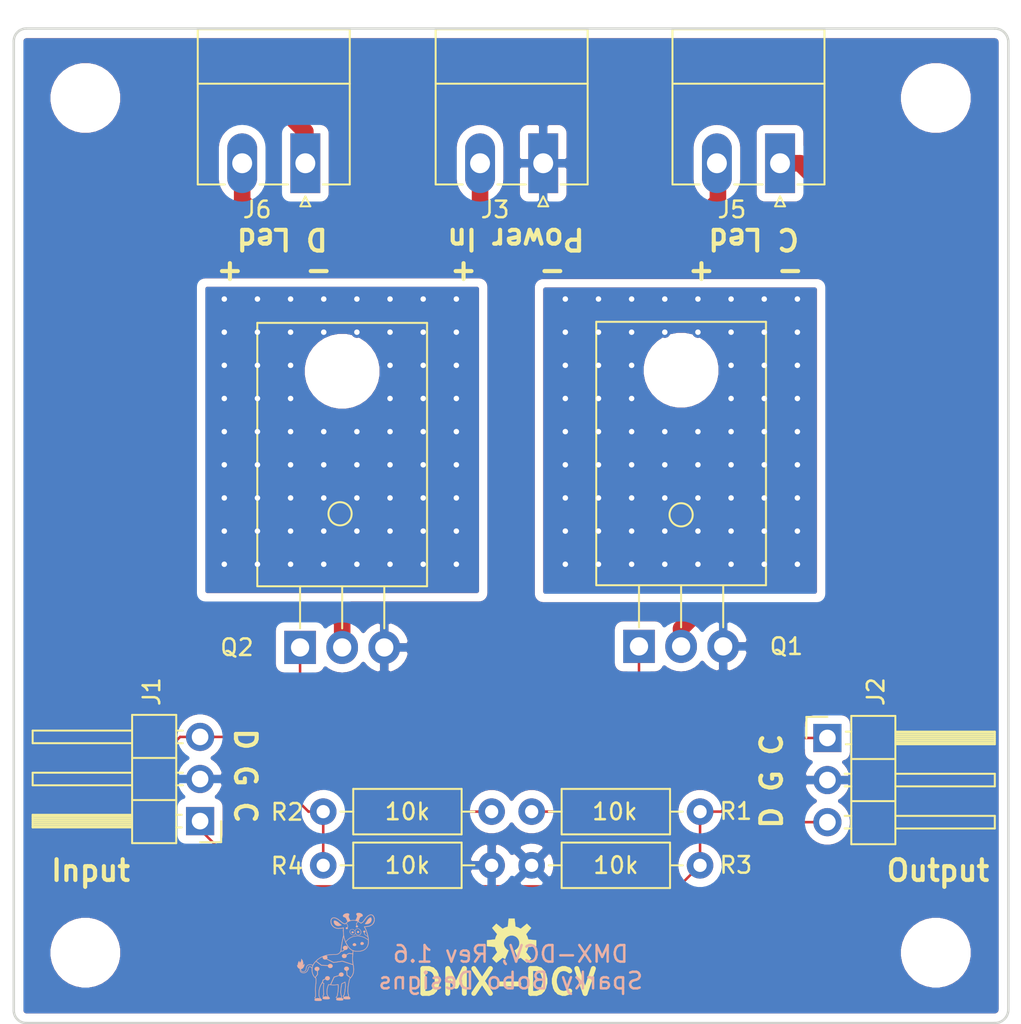
<source format=kicad_pcb>
(kicad_pcb (version 20171130) (host pcbnew "(5.1.12)-1")

  (general
    (thickness 1.6)
    (drawings 30)
    (tracks 189)
    (zones 0)
    (modules 19)
    (nets 11)
  )

  (page A4)
  (title_block
    (title "DMX Demonstrator - Constant Voltage Driver (DMX-DCV)")
    (date 2024-02-09)
    (rev 1.6)
    (company "Sparky Bobo Designs")
    (comment 2 "Designed by: SparkyBobo")
    (comment 3 https://creativecommons.org/licenses/by-sa/4.0/)
    (comment 4 "Released under the Creative Commons Attribution Share-Alike 4.0 License")
  )

  (layers
    (0 F.Cu signal)
    (31 B.Cu signal)
    (32 B.Adhes user)
    (33 F.Adhes user)
    (34 B.Paste user)
    (35 F.Paste user)
    (36 B.SilkS user)
    (37 F.SilkS user)
    (38 B.Mask user)
    (39 F.Mask user)
    (40 Dwgs.User user)
    (41 Cmts.User user)
    (42 Eco1.User user)
    (43 Eco2.User user)
    (44 Edge.Cuts user)
    (45 Margin user)
    (46 B.CrtYd user)
    (47 F.CrtYd user)
    (48 B.Fab user)
    (49 F.Fab user)
  )

  (setup
    (last_trace_width 0.1524)
    (trace_clearance 0.1524)
    (zone_clearance 0.508)
    (zone_45_only no)
    (trace_min 0.1524)
    (via_size 0.6858)
    (via_drill 0.3302)
    (via_min_size 0.508)
    (via_min_drill 0.254)
    (uvia_size 0.6858)
    (uvia_drill 0.3302)
    (uvias_allowed no)
    (uvia_min_size 0.2)
    (uvia_min_drill 0.1)
    (edge_width 0.15)
    (segment_width 0.2)
    (pcb_text_width 0.3)
    (pcb_text_size 1.5 1.5)
    (mod_edge_width 0.15)
    (mod_text_size 1 1)
    (mod_text_width 0.15)
    (pad_size 1.7 1.7)
    (pad_drill 1)
    (pad_to_mask_clearance 0)
    (aux_axis_origin 0 0)
    (visible_elements 7FFFFFFF)
    (pcbplotparams
      (layerselection 0x010fc_ffffffff)
      (usegerberextensions true)
      (usegerberattributes false)
      (usegerberadvancedattributes false)
      (creategerberjobfile false)
      (excludeedgelayer true)
      (linewidth 0.100000)
      (plotframeref false)
      (viasonmask false)
      (mode 1)
      (useauxorigin false)
      (hpglpennumber 1)
      (hpglpenspeed 20)
      (hpglpendiameter 15.000000)
      (psnegative false)
      (psa4output false)
      (plotreference true)
      (plotvalue false)
      (plotinvisibletext false)
      (padsonsilk false)
      (subtractmaskfromsilk true)
      (outputformat 1)
      (mirror false)
      (drillshape 0)
      (scaleselection 1)
      (outputdirectory "grb/"))
  )

  (net 0 "")
  (net 1 GND)
  (net 2 "Net-(J5-Pad1)")
  (net 3 "Net-(J6-Pad1)")
  (net 4 +VDC)
  (net 5 "Net-(Q1-Pad1)")
  (net 6 "Net-(Q2-Pad1)")
  (net 7 /C)
  (net 8 /D)
  (net 9 "Net-(TP2-Pad1)")
  (net 10 "Net-(TP1-Pad1)")

  (net_class Default "This is the default net class."
    (clearance 0.1524)
    (trace_width 0.1524)
    (via_dia 0.6858)
    (via_drill 0.3302)
    (uvia_dia 0.6858)
    (uvia_drill 0.3302)
    (diff_pair_width 0.1524)
    (diff_pair_gap 0.1524)
    (add_net +VDC)
    (add_net /C)
    (add_net /D)
    (add_net GND)
    (add_net "Net-(Q1-Pad1)")
    (add_net "Net-(Q2-Pad1)")
    (add_net "Net-(TP1-Pad1)")
    (add_net "Net-(TP2-Pad1)")
  )

  (net_class 1Amp ""
    (clearance 0.1524)
    (trace_width 0.508)
    (via_dia 0.6858)
    (via_drill 0.3302)
    (uvia_dia 0.6858)
    (uvia_drill 0.3302)
    (diff_pair_width 0.508)
    (diff_pair_gap 0.1524)
    (add_net "Net-(J5-Pad1)")
    (add_net "Net-(J6-Pad1)")
  )

  (module Package_TO_SOT_THT:TO-220-3_Horizontal_TabDown (layer F.Cu) (tedit 659CC2A8) (tstamp 5F8AABDA)
    (at 131.699 97.917)
    (descr "TO-220-3, Horizontal, RM 2.54mm, see https://www.vishay.com/docs/66542/to-220-1.pdf")
    (tags "TO-220-3 Horizontal RM 2.54mm")
    (path /5F63E22E)
    (fp_text reference Q2 (at -3.81 0) (layer F.SilkS)
      (effects (font (size 1 1) (thickness 0.15)))
    )
    (fp_text value FQP30N06L (at 2.54 2) (layer F.Fab)
      (effects (font (size 1 1) (thickness 0.15)))
    )
    (fp_circle (center 2.54 -16.66) (end 4.39 -16.66) (layer F.Fab) (width 0.1))
    (fp_line (start -2.46 -13.06) (end -2.46 -19.46) (layer F.Fab) (width 0.1))
    (fp_line (start -2.46 -19.46) (end 7.54 -19.46) (layer F.Fab) (width 0.1))
    (fp_line (start 7.54 -19.46) (end 7.54 -13.06) (layer F.Fab) (width 0.1))
    (fp_line (start 7.54 -13.06) (end -2.46 -13.06) (layer F.Fab) (width 0.1))
    (fp_line (start -2.46 -3.81) (end -2.46 -13.06) (layer F.Fab) (width 0.1))
    (fp_line (start -2.46 -13.06) (end 7.54 -13.06) (layer F.Fab) (width 0.1))
    (fp_line (start 7.54 -13.06) (end 7.54 -3.81) (layer F.Fab) (width 0.1))
    (fp_line (start 7.54 -3.81) (end -2.46 -3.81) (layer F.Fab) (width 0.1))
    (fp_line (start 0 -3.81) (end 0 0) (layer F.Fab) (width 0.1))
    (fp_line (start 2.54 -3.81) (end 2.54 0) (layer F.Fab) (width 0.1))
    (fp_line (start 5.08 -3.81) (end 5.08 0) (layer F.Fab) (width 0.1))
    (fp_line (start -2.58 -3.69) (end 7.66 -3.69) (layer F.SilkS) (width 0.12))
    (fp_line (start -2.58 -19.58) (end 7.66 -19.58) (layer F.SilkS) (width 0.12))
    (fp_line (start -2.58 -19.58) (end -2.58 -3.69) (layer F.SilkS) (width 0.12))
    (fp_line (start 7.66 -19.58) (end 7.66 -3.69) (layer F.SilkS) (width 0.12))
    (fp_line (start 0 -3.69) (end 0 -1.15) (layer F.SilkS) (width 0.12))
    (fp_line (start 2.54 -3.69) (end 2.54 -1.15) (layer F.SilkS) (width 0.12))
    (fp_line (start 5.08 -3.69) (end 5.08 -1.15) (layer F.SilkS) (width 0.12))
    (fp_line (start -2.71 -19.71) (end -2.71 1.25) (layer F.CrtYd) (width 0.05))
    (fp_line (start -2.71 1.25) (end 7.79 1.25) (layer F.CrtYd) (width 0.05))
    (fp_line (start 7.79 1.25) (end 7.79 -19.71) (layer F.CrtYd) (width 0.05))
    (fp_line (start 7.79 -19.71) (end -2.71 -19.71) (layer F.CrtYd) (width 0.05))
    (fp_text user %R (at 2.54 -20.58) (layer F.Fab)
      (effects (font (size 1 1) (thickness 0.15)))
    )
    (pad 3 thru_hole oval (at 5.08 0) (size 1.905 2) (drill 1.1) (layers *.Cu *.Mask)
      (net 1 GND))
    (pad 2 thru_hole oval (at 2.54 0) (size 1.905 2) (drill 1.1) (layers *.Cu *.Mask)
      (net 3 "Net-(J6-Pad1)"))
    (pad 1 thru_hole rect (at 0 0) (size 1.905 2) (drill 1.1) (layers *.Cu *.Mask)
      (net 6 "Net-(Q2-Pad1)"))
    (pad "" np_thru_hole oval (at 2.54 -16.66) (size 3.5 3.5) (drill 3.5) (layers *.Cu *.Mask))
    (model ${KISYS3DMOD}/Package_TO_SOT_THT.3dshapes/TO-220-3_Horizontal_TabDown.wrl
      (at (xyz 0 0 0))
      (scale (xyz 1 1 1))
      (rotate (xyz 0 0 0))
    )
  )

  (module TestPoint:TestPoint_Pad_D1.0mm (layer F.Cu) (tedit 659CF536) (tstamp 65AB38F0)
    (at 154.686 89.916)
    (descr "SMD pad as test Point, diameter 1.0mm")
    (tags "test point SMD pad")
    (path /659D2EC7)
    (attr virtual)
    (fp_text reference TP1 (at 0 -1.448) (layer F.SilkS) hide
      (effects (font (size 1 1) (thickness 0.15)))
    )
    (fp_text value Heatsink (at 0 1.55) (layer F.Fab) hide
      (effects (font (size 1 1) (thickness 0.15)))
    )
    (fp_circle (center 0 0) (end 1 0) (layer F.CrtYd) (width 0.05))
    (fp_circle (center 0 0) (end 0 0.7) (layer F.SilkS) (width 0.12))
    (fp_text user %R (at 0 -1.45) (layer F.Fab)
      (effects (font (size 1 1) (thickness 0.15)))
    )
    (pad 1 smd circle (at 0 0) (size 1 1) (layers F.Cu F.Mask)
      (net 10 "Net-(TP1-Pad1)"))
  )

  (module TestPoint:TestPoint_Pad_D1.0mm (layer F.Cu) (tedit 659CF52B) (tstamp 65AB38E8)
    (at 134.112 89.8525)
    (descr "SMD pad as test Point, diameter 1.0mm")
    (tags "test point SMD pad")
    (path /659D2F17)
    (attr virtual)
    (fp_text reference TP2 (at 0 -1.448) (layer F.SilkS) hide
      (effects (font (size 1 1) (thickness 0.15)))
    )
    (fp_text value Heatsink (at 0 1.55) (layer F.Fab) hide
      (effects (font (size 1 1) (thickness 0.15)))
    )
    (fp_circle (center 0 0) (end 0 0.7) (layer F.SilkS) (width 0.12))
    (fp_circle (center 0 0) (end 1 0) (layer F.CrtYd) (width 0.05))
    (fp_text user %R (at 0 -1.45) (layer F.Fab) hide
      (effects (font (size 1 1) (thickness 0.15)))
    )
    (pad 1 smd circle (at 0 0) (size 1 1) (layers F.Cu F.Mask)
      (net 9 "Net-(TP2-Pad1)"))
  )

  (module Resistor_THT:R_Axial_DIN0207_L6.3mm_D2.5mm_P10.16mm_Horizontal (layer F.Cu) (tedit 653D9175) (tstamp 654BB795)
    (at 133.096 111.0615)
    (descr "Resistor, Axial_DIN0207 series, Axial, Horizontal, pin pitch=10.16mm, 0.25W = 1/4W, length*diameter=6.3*2.5mm^2, http://cdn-reichelt.de/documents/datenblatt/B400/1_4W%23YAG.pdf")
    (tags "Resistor Axial_DIN0207 series Axial Horizontal pin pitch 10.16mm 0.25W = 1/4W length 6.3mm diameter 2.5mm")
    (path /65438ED8)
    (fp_text reference R4 (at -2.1844 0.0381) (layer F.SilkS)
      (effects (font (size 1 1) (thickness 0.15)))
    )
    (fp_text value 10k (at 5.08 0) (layer F.SilkS)
      (effects (font (size 1 1) (thickness 0.15)))
    )
    (fp_line (start 1.93 -1.25) (end 1.93 1.25) (layer F.Fab) (width 0.1))
    (fp_line (start 1.93 1.25) (end 8.23 1.25) (layer F.Fab) (width 0.1))
    (fp_line (start 8.23 1.25) (end 8.23 -1.25) (layer F.Fab) (width 0.1))
    (fp_line (start 8.23 -1.25) (end 1.93 -1.25) (layer F.Fab) (width 0.1))
    (fp_line (start 0 0) (end 1.93 0) (layer F.Fab) (width 0.1))
    (fp_line (start 10.16 0) (end 8.23 0) (layer F.Fab) (width 0.1))
    (fp_line (start 1.81 -1.37) (end 1.81 1.37) (layer F.SilkS) (width 0.12))
    (fp_line (start 1.81 1.37) (end 8.35 1.37) (layer F.SilkS) (width 0.12))
    (fp_line (start 8.35 1.37) (end 8.35 -1.37) (layer F.SilkS) (width 0.12))
    (fp_line (start 8.35 -1.37) (end 1.81 -1.37) (layer F.SilkS) (width 0.12))
    (fp_line (start 1.04 0) (end 1.81 0) (layer F.SilkS) (width 0.12))
    (fp_line (start 9.12 0) (end 8.35 0) (layer F.SilkS) (width 0.12))
    (fp_line (start -1.05 -1.5) (end -1.05 1.5) (layer F.CrtYd) (width 0.05))
    (fp_line (start -1.05 1.5) (end 11.21 1.5) (layer F.CrtYd) (width 0.05))
    (fp_line (start 11.21 1.5) (end 11.21 -1.5) (layer F.CrtYd) (width 0.05))
    (fp_line (start 11.21 -1.5) (end -1.05 -1.5) (layer F.CrtYd) (width 0.05))
    (fp_text user %R (at 5.08 0) (layer F.Fab)
      (effects (font (size 1 1) (thickness 0.15)))
    )
    (pad 2 thru_hole oval (at 10.16 0) (size 1.6 1.6) (drill 0.8) (layers *.Cu *.Mask)
      (net 1 GND))
    (pad 1 thru_hole circle (at 0 0) (size 1.6 1.6) (drill 0.8) (layers *.Cu *.Mask)
      (net 8 /D))
    (model ${KISYS3DMOD}/Resistor_THT.3dshapes/R_Axial_DIN0207_L6.3mm_D2.5mm_P10.16mm_Horizontal.wrl
      (at (xyz 0 0 0))
      (scale (xyz 1 1 1))
      (rotate (xyz 0 0 0))
    )
  )

  (module Resistor_THT:R_Axial_DIN0207_L6.3mm_D2.5mm_P10.16mm_Horizontal (layer F.Cu) (tedit 653D9168) (tstamp 654BB77E)
    (at 145.669 111.0615)
    (descr "Resistor, Axial_DIN0207 series, Axial, Horizontal, pin pitch=10.16mm, 0.25W = 1/4W, length*diameter=6.3*2.5mm^2, http://cdn-reichelt.de/documents/datenblatt/B400/1_4W%23YAG.pdf")
    (tags "Resistor Axial_DIN0207 series Axial Horizontal pin pitch 10.16mm 0.25W = 1/4W length 6.3mm diameter 2.5mm")
    (path /65438E92)
    (fp_text reference R3 (at 12.319 -0.0127) (layer F.SilkS)
      (effects (font (size 1 1) (thickness 0.15)))
    )
    (fp_text value 10k (at 5.08 0) (layer F.SilkS)
      (effects (font (size 1 1) (thickness 0.15)))
    )
    (fp_line (start 11.21 -1.5) (end -1.05 -1.5) (layer F.CrtYd) (width 0.05))
    (fp_line (start 11.21 1.5) (end 11.21 -1.5) (layer F.CrtYd) (width 0.05))
    (fp_line (start -1.05 1.5) (end 11.21 1.5) (layer F.CrtYd) (width 0.05))
    (fp_line (start -1.05 -1.5) (end -1.05 1.5) (layer F.CrtYd) (width 0.05))
    (fp_line (start 9.12 0) (end 8.35 0) (layer F.SilkS) (width 0.12))
    (fp_line (start 1.04 0) (end 1.81 0) (layer F.SilkS) (width 0.12))
    (fp_line (start 8.35 -1.37) (end 1.81 -1.37) (layer F.SilkS) (width 0.12))
    (fp_line (start 8.35 1.37) (end 8.35 -1.37) (layer F.SilkS) (width 0.12))
    (fp_line (start 1.81 1.37) (end 8.35 1.37) (layer F.SilkS) (width 0.12))
    (fp_line (start 1.81 -1.37) (end 1.81 1.37) (layer F.SilkS) (width 0.12))
    (fp_line (start 10.16 0) (end 8.23 0) (layer F.Fab) (width 0.1))
    (fp_line (start 0 0) (end 1.93 0) (layer F.Fab) (width 0.1))
    (fp_line (start 8.23 -1.25) (end 1.93 -1.25) (layer F.Fab) (width 0.1))
    (fp_line (start 8.23 1.25) (end 8.23 -1.25) (layer F.Fab) (width 0.1))
    (fp_line (start 1.93 1.25) (end 8.23 1.25) (layer F.Fab) (width 0.1))
    (fp_line (start 1.93 -1.25) (end 1.93 1.25) (layer F.Fab) (width 0.1))
    (fp_text user %R (at 5.08 0) (layer F.Fab)
      (effects (font (size 1 1) (thickness 0.15)))
    )
    (pad 1 thru_hole circle (at 0 0) (size 1.6 1.6) (drill 0.8) (layers *.Cu *.Mask)
      (net 1 GND))
    (pad 2 thru_hole oval (at 10.16 0) (size 1.6 1.6) (drill 0.8) (layers *.Cu *.Mask)
      (net 7 /C))
    (model ${KISYS3DMOD}/Resistor_THT.3dshapes/R_Axial_DIN0207_L6.3mm_D2.5mm_P10.16mm_Horizontal.wrl
      (at (xyz 0 0 0))
      (scale (xyz 1 1 1))
      (rotate (xyz 0 0 0))
    )
  )

  (module Connector_Phoenix_MC:PhoenixContact_MC_1,5_2-G-3.81_1x02_P3.81mm_Horizontal (layer F.Cu) (tedit 5A00FA1A) (tstamp 6529A3C7)
    (at 132.0165 68.707 180)
    (descr "Generic Phoenix Contact connector footprint for: MC_1,5/2-G-3.81; number of pins: 02; pin pitch: 3.81mm; Angled || order number: 1803277 8A 160V")
    (tags "phoenix_contact connector MC_01x02_G_3.81mm")
    (path /5F61B235)
    (fp_text reference J6 (at 2.905 -2.8 180) (layer F.SilkS)
      (effects (font (size 1 1) (thickness 0.15)))
    )
    (fp_text value "D Out" (at 1.905 9 180) (layer F.Fab)
      (effects (font (size 1 1) (thickness 0.15)))
    )
    (fp_line (start 0 0) (end -0.8 -1.2) (layer F.Fab) (width 0.1))
    (fp_line (start 0.8 -1.2) (end 0 0) (layer F.Fab) (width 0.1))
    (fp_line (start -0.3 -2.6) (end 0.3 -2.6) (layer F.SilkS) (width 0.12))
    (fp_line (start 0 -2) (end -0.3 -2.6) (layer F.SilkS) (width 0.12))
    (fp_line (start 0.3 -2.6) (end 0 -2) (layer F.SilkS) (width 0.12))
    (fp_line (start 6.91 -2.3) (end -3.18 -2.3) (layer F.CrtYd) (width 0.05))
    (fp_line (start 6.91 8.5) (end 6.91 -2.3) (layer F.CrtYd) (width 0.05))
    (fp_line (start -3.18 8.5) (end 6.91 8.5) (layer F.CrtYd) (width 0.05))
    (fp_line (start -3.18 -2.3) (end -3.18 8.5) (layer F.CrtYd) (width 0.05))
    (fp_line (start -2.68 4.8) (end 6.49 4.8) (layer F.SilkS) (width 0.12))
    (fp_line (start 6.41 -1.2) (end -2.6 -1.2) (layer F.Fab) (width 0.1))
    (fp_line (start 6.41 8) (end 6.41 -1.2) (layer F.Fab) (width 0.1))
    (fp_line (start -2.6 8) (end 6.41 8) (layer F.Fab) (width 0.1))
    (fp_line (start -2.6 -1.2) (end -2.6 8) (layer F.Fab) (width 0.1))
    (fp_line (start 1.05 -1.28) (end 2.76 -1.28) (layer F.SilkS) (width 0.12))
    (fp_line (start 6.49 -1.28) (end 4.86 -1.28) (layer F.SilkS) (width 0.12))
    (fp_line (start -2.68 -1.28) (end -1.05 -1.28) (layer F.SilkS) (width 0.12))
    (fp_line (start 6.49 8.08) (end 6.49 -1.28) (layer F.SilkS) (width 0.12))
    (fp_line (start -2.68 8.08) (end 6.49 8.08) (layer F.SilkS) (width 0.12))
    (fp_line (start -2.68 -1.28) (end -2.68 8.08) (layer F.SilkS) (width 0.12))
    (fp_text user %R (at 2.905 3 180) (layer F.Fab)
      (effects (font (size 1 1) (thickness 0.15)))
    )
    (pad 1 thru_hole rect (at 0 0 180) (size 1.8 3.6) (drill 1.2) (layers *.Cu *.Mask)
      (net 3 "Net-(J6-Pad1)"))
    (pad 2 thru_hole oval (at 3.81 0 180) (size 1.8 3.6) (drill 1.2) (layers *.Cu *.Mask)
      (net 4 +VDC))
    (model ${KISYS3DMOD}/Connector_Phoenix_MC.3dshapes/PhoenixContact_MC_1,5_2-G-3.81_1x02_P3.81mm_Horizontal.wrl
      (at (xyz 0 0 0))
      (scale (xyz 1 1 1))
      (rotate (xyz 0 0 0))
    )
  )

  (module Connector_Phoenix_MC:PhoenixContact_MC_1,5_2-G-3.81_1x02_P3.81mm_Horizontal (layer F.Cu) (tedit 5A00FA1A) (tstamp 6529A3AD)
    (at 160.655 68.707 180)
    (descr "Generic Phoenix Contact connector footprint for: MC_1,5/2-G-3.81; number of pins: 02; pin pitch: 3.81mm; Angled || order number: 1803277 8A 160V")
    (tags "phoenix_contact connector MC_01x02_G_3.81mm")
    (path /5F594F09)
    (fp_text reference J5 (at 2.905 -2.8 180) (layer F.SilkS)
      (effects (font (size 1 1) (thickness 0.15)))
    )
    (fp_text value "C Out" (at 1.905 9 180) (layer F.Fab)
      (effects (font (size 1 1) (thickness 0.15)))
    )
    (fp_line (start -2.68 -1.28) (end -2.68 8.08) (layer F.SilkS) (width 0.12))
    (fp_line (start -2.68 8.08) (end 6.49 8.08) (layer F.SilkS) (width 0.12))
    (fp_line (start 6.49 8.08) (end 6.49 -1.28) (layer F.SilkS) (width 0.12))
    (fp_line (start -2.68 -1.28) (end -1.05 -1.28) (layer F.SilkS) (width 0.12))
    (fp_line (start 6.49 -1.28) (end 4.86 -1.28) (layer F.SilkS) (width 0.12))
    (fp_line (start 1.05 -1.28) (end 2.76 -1.28) (layer F.SilkS) (width 0.12))
    (fp_line (start -2.6 -1.2) (end -2.6 8) (layer F.Fab) (width 0.1))
    (fp_line (start -2.6 8) (end 6.41 8) (layer F.Fab) (width 0.1))
    (fp_line (start 6.41 8) (end 6.41 -1.2) (layer F.Fab) (width 0.1))
    (fp_line (start 6.41 -1.2) (end -2.6 -1.2) (layer F.Fab) (width 0.1))
    (fp_line (start -2.68 4.8) (end 6.49 4.8) (layer F.SilkS) (width 0.12))
    (fp_line (start -3.18 -2.3) (end -3.18 8.5) (layer F.CrtYd) (width 0.05))
    (fp_line (start -3.18 8.5) (end 6.91 8.5) (layer F.CrtYd) (width 0.05))
    (fp_line (start 6.91 8.5) (end 6.91 -2.3) (layer F.CrtYd) (width 0.05))
    (fp_line (start 6.91 -2.3) (end -3.18 -2.3) (layer F.CrtYd) (width 0.05))
    (fp_line (start 0.3 -2.6) (end 0 -2) (layer F.SilkS) (width 0.12))
    (fp_line (start 0 -2) (end -0.3 -2.6) (layer F.SilkS) (width 0.12))
    (fp_line (start -0.3 -2.6) (end 0.3 -2.6) (layer F.SilkS) (width 0.12))
    (fp_line (start 0.8 -1.2) (end 0 0) (layer F.Fab) (width 0.1))
    (fp_line (start 0 0) (end -0.8 -1.2) (layer F.Fab) (width 0.1))
    (fp_text user %R (at 2.905 3 180) (layer F.Fab)
      (effects (font (size 1 1) (thickness 0.15)))
    )
    (pad 2 thru_hole oval (at 3.81 0 180) (size 1.8 3.6) (drill 1.2) (layers *.Cu *.Mask)
      (net 4 +VDC))
    (pad 1 thru_hole rect (at 0 0 180) (size 1.8 3.6) (drill 1.2) (layers *.Cu *.Mask)
      (net 2 "Net-(J5-Pad1)"))
    (model ${KISYS3DMOD}/Connector_Phoenix_MC.3dshapes/PhoenixContact_MC_1,5_2-G-3.81_1x02_P3.81mm_Horizontal.wrl
      (at (xyz 0 0 0))
      (scale (xyz 1 1 1))
      (rotate (xyz 0 0 0))
    )
  )

  (module Connector_Phoenix_MC:PhoenixContact_MC_1,5_2-G-3.81_1x02_P3.81mm_Horizontal (layer F.Cu) (tedit 5A00FA1A) (tstamp 6529A393)
    (at 146.3675 68.707 180)
    (descr "Generic Phoenix Contact connector footprint for: MC_1,5/2-G-3.81; number of pins: 02; pin pitch: 3.81mm; Angled || order number: 1803277 8A 160V")
    (tags "phoenix_contact connector MC_01x02_G_3.81mm")
    (path /5F4DF77C)
    (fp_text reference J3 (at 2.905 -2.8 180) (layer F.SilkS)
      (effects (font (size 1 1) (thickness 0.15)))
    )
    (fp_text value Power (at 1.905 9 180) (layer F.Fab)
      (effects (font (size 1 1) (thickness 0.15)))
    )
    (fp_line (start 0 0) (end -0.8 -1.2) (layer F.Fab) (width 0.1))
    (fp_line (start 0.8 -1.2) (end 0 0) (layer F.Fab) (width 0.1))
    (fp_line (start -0.3 -2.6) (end 0.3 -2.6) (layer F.SilkS) (width 0.12))
    (fp_line (start 0 -2) (end -0.3 -2.6) (layer F.SilkS) (width 0.12))
    (fp_line (start 0.3 -2.6) (end 0 -2) (layer F.SilkS) (width 0.12))
    (fp_line (start 6.91 -2.3) (end -3.18 -2.3) (layer F.CrtYd) (width 0.05))
    (fp_line (start 6.91 8.5) (end 6.91 -2.3) (layer F.CrtYd) (width 0.05))
    (fp_line (start -3.18 8.5) (end 6.91 8.5) (layer F.CrtYd) (width 0.05))
    (fp_line (start -3.18 -2.3) (end -3.18 8.5) (layer F.CrtYd) (width 0.05))
    (fp_line (start -2.68 4.8) (end 6.49 4.8) (layer F.SilkS) (width 0.12))
    (fp_line (start 6.41 -1.2) (end -2.6 -1.2) (layer F.Fab) (width 0.1))
    (fp_line (start 6.41 8) (end 6.41 -1.2) (layer F.Fab) (width 0.1))
    (fp_line (start -2.6 8) (end 6.41 8) (layer F.Fab) (width 0.1))
    (fp_line (start -2.6 -1.2) (end -2.6 8) (layer F.Fab) (width 0.1))
    (fp_line (start 1.05 -1.28) (end 2.76 -1.28) (layer F.SilkS) (width 0.12))
    (fp_line (start 6.49 -1.28) (end 4.86 -1.28) (layer F.SilkS) (width 0.12))
    (fp_line (start -2.68 -1.28) (end -1.05 -1.28) (layer F.SilkS) (width 0.12))
    (fp_line (start 6.49 8.08) (end 6.49 -1.28) (layer F.SilkS) (width 0.12))
    (fp_line (start -2.68 8.08) (end 6.49 8.08) (layer F.SilkS) (width 0.12))
    (fp_line (start -2.68 -1.28) (end -2.68 8.08) (layer F.SilkS) (width 0.12))
    (fp_text user %R (at 2.905 3 180) (layer F.Fab)
      (effects (font (size 1 1) (thickness 0.15)))
    )
    (pad 1 thru_hole rect (at 0 0 180) (size 1.8 3.6) (drill 1.2) (layers *.Cu *.Mask)
      (net 1 GND))
    (pad 2 thru_hole oval (at 3.81 0 180) (size 1.8 3.6) (drill 1.2) (layers *.Cu *.Mask)
      (net 4 +VDC))
    (model ${KISYS3DMOD}/Connector_Phoenix_MC.3dshapes/PhoenixContact_MC_1,5_2-G-3.81_1x02_P3.81mm_Horizontal.wrl
      (at (xyz 0 0 0))
      (scale (xyz 1 1 1))
      (rotate (xyz 0 0 0))
    )
  )

  (module Connector_PinHeader_2.54mm:PinHeader_1x03_P2.54mm_Horizontal (layer F.Cu) (tedit 59FED5CB) (tstamp 64A25424)
    (at 163.5125 103.378)
    (descr "Through hole angled pin header, 1x03, 2.54mm pitch, 6mm pin length, single row")
    (tags "Through hole angled pin header THT 1x03 2.54mm single row")
    (path /5F615187)
    (fp_text reference J2 (at 2.921 -2.794 -270) (layer F.SilkS)
      (effects (font (size 1 1) (thickness 0.15)))
    )
    (fp_text value Output (at 4.385 7.35) (layer F.Fab)
      (effects (font (size 1 1) (thickness 0.15)))
    )
    (fp_line (start 2.135 -1.27) (end 4.04 -1.27) (layer F.Fab) (width 0.1))
    (fp_line (start 4.04 -1.27) (end 4.04 6.35) (layer F.Fab) (width 0.1))
    (fp_line (start 4.04 6.35) (end 1.5 6.35) (layer F.Fab) (width 0.1))
    (fp_line (start 1.5 6.35) (end 1.5 -0.635) (layer F.Fab) (width 0.1))
    (fp_line (start 1.5 -0.635) (end 2.135 -1.27) (layer F.Fab) (width 0.1))
    (fp_line (start -0.32 -0.32) (end 1.5 -0.32) (layer F.Fab) (width 0.1))
    (fp_line (start -0.32 -0.32) (end -0.32 0.32) (layer F.Fab) (width 0.1))
    (fp_line (start -0.32 0.32) (end 1.5 0.32) (layer F.Fab) (width 0.1))
    (fp_line (start 4.04 -0.32) (end 10.04 -0.32) (layer F.Fab) (width 0.1))
    (fp_line (start 10.04 -0.32) (end 10.04 0.32) (layer F.Fab) (width 0.1))
    (fp_line (start 4.04 0.32) (end 10.04 0.32) (layer F.Fab) (width 0.1))
    (fp_line (start -0.32 2.22) (end 1.5 2.22) (layer F.Fab) (width 0.1))
    (fp_line (start -0.32 2.22) (end -0.32 2.86) (layer F.Fab) (width 0.1))
    (fp_line (start -0.32 2.86) (end 1.5 2.86) (layer F.Fab) (width 0.1))
    (fp_line (start 4.04 2.22) (end 10.04 2.22) (layer F.Fab) (width 0.1))
    (fp_line (start 10.04 2.22) (end 10.04 2.86) (layer F.Fab) (width 0.1))
    (fp_line (start 4.04 2.86) (end 10.04 2.86) (layer F.Fab) (width 0.1))
    (fp_line (start -0.32 4.76) (end 1.5 4.76) (layer F.Fab) (width 0.1))
    (fp_line (start -0.32 4.76) (end -0.32 5.4) (layer F.Fab) (width 0.1))
    (fp_line (start -0.32 5.4) (end 1.5 5.4) (layer F.Fab) (width 0.1))
    (fp_line (start 4.04 4.76) (end 10.04 4.76) (layer F.Fab) (width 0.1))
    (fp_line (start 10.04 4.76) (end 10.04 5.4) (layer F.Fab) (width 0.1))
    (fp_line (start 4.04 5.4) (end 10.04 5.4) (layer F.Fab) (width 0.1))
    (fp_line (start 1.44 -1.33) (end 1.44 6.41) (layer F.SilkS) (width 0.12))
    (fp_line (start 1.44 6.41) (end 4.1 6.41) (layer F.SilkS) (width 0.12))
    (fp_line (start 4.1 6.41) (end 4.1 -1.33) (layer F.SilkS) (width 0.12))
    (fp_line (start 4.1 -1.33) (end 1.44 -1.33) (layer F.SilkS) (width 0.12))
    (fp_line (start 4.1 -0.38) (end 10.1 -0.38) (layer F.SilkS) (width 0.12))
    (fp_line (start 10.1 -0.38) (end 10.1 0.38) (layer F.SilkS) (width 0.12))
    (fp_line (start 10.1 0.38) (end 4.1 0.38) (layer F.SilkS) (width 0.12))
    (fp_line (start 4.1 -0.32) (end 10.1 -0.32) (layer F.SilkS) (width 0.12))
    (fp_line (start 4.1 -0.2) (end 10.1 -0.2) (layer F.SilkS) (width 0.12))
    (fp_line (start 4.1 -0.08) (end 10.1 -0.08) (layer F.SilkS) (width 0.12))
    (fp_line (start 4.1 0.04) (end 10.1 0.04) (layer F.SilkS) (width 0.12))
    (fp_line (start 4.1 0.16) (end 10.1 0.16) (layer F.SilkS) (width 0.12))
    (fp_line (start 4.1 0.28) (end 10.1 0.28) (layer F.SilkS) (width 0.12))
    (fp_line (start 1.11 -0.38) (end 1.44 -0.38) (layer F.SilkS) (width 0.12))
    (fp_line (start 1.11 0.38) (end 1.44 0.38) (layer F.SilkS) (width 0.12))
    (fp_line (start 1.44 1.27) (end 4.1 1.27) (layer F.SilkS) (width 0.12))
    (fp_line (start 4.1 2.16) (end 10.1 2.16) (layer F.SilkS) (width 0.12))
    (fp_line (start 10.1 2.16) (end 10.1 2.92) (layer F.SilkS) (width 0.12))
    (fp_line (start 10.1 2.92) (end 4.1 2.92) (layer F.SilkS) (width 0.12))
    (fp_line (start 1.042929 2.16) (end 1.44 2.16) (layer F.SilkS) (width 0.12))
    (fp_line (start 1.042929 2.92) (end 1.44 2.92) (layer F.SilkS) (width 0.12))
    (fp_line (start 1.44 3.81) (end 4.1 3.81) (layer F.SilkS) (width 0.12))
    (fp_line (start 4.1 4.7) (end 10.1 4.7) (layer F.SilkS) (width 0.12))
    (fp_line (start 10.1 4.7) (end 10.1 5.46) (layer F.SilkS) (width 0.12))
    (fp_line (start 10.1 5.46) (end 4.1 5.46) (layer F.SilkS) (width 0.12))
    (fp_line (start 1.042929 4.7) (end 1.44 4.7) (layer F.SilkS) (width 0.12))
    (fp_line (start 1.042929 5.46) (end 1.44 5.46) (layer F.SilkS) (width 0.12))
    (fp_line (start -1.27 0) (end -1.27 -1.27) (layer F.SilkS) (width 0.12))
    (fp_line (start -1.27 -1.27) (end 0 -1.27) (layer F.SilkS) (width 0.12))
    (fp_line (start -1.8 -1.8) (end -1.8 6.85) (layer F.CrtYd) (width 0.05))
    (fp_line (start -1.8 6.85) (end 10.55 6.85) (layer F.CrtYd) (width 0.05))
    (fp_line (start 10.55 6.85) (end 10.55 -1.8) (layer F.CrtYd) (width 0.05))
    (fp_line (start 10.55 -1.8) (end -1.8 -1.8) (layer F.CrtYd) (width 0.05))
    (fp_text user %R (at 2.77 2.54 -270) (layer F.Fab)
      (effects (font (size 1 1) (thickness 0.15)))
    )
    (pad 3 thru_hole oval (at 0 5.08) (size 1.7 1.7) (drill 1) (layers *.Cu *.Mask)
      (net 8 /D))
    (pad 2 thru_hole oval (at 0 2.54) (size 1.7 1.7) (drill 1) (layers *.Cu *.Mask)
      (net 1 GND))
    (pad 1 thru_hole rect (at 0 0) (size 1.7 1.7) (drill 1) (layers *.Cu *.Mask)
      (net 7 /C))
    (model ${KISYS3DMOD}/Connector_PinHeader_2.54mm.3dshapes/PinHeader_1x03_P2.54mm_Horizontal.wrl
      (at (xyz 0 0 0))
      (scale (xyz 1 1 1))
      (rotate (xyz 0 0 0))
    )
  )

  (module Connector_PinHeader_2.54mm:PinHeader_1x03_P2.54mm_Horizontal (layer F.Cu) (tedit 59FED5CB) (tstamp 64A253E5)
    (at 125.6665 108.3945 180)
    (descr "Through hole angled pin header, 1x03, 2.54mm pitch, 6mm pin length, single row")
    (tags "Through hole angled pin header THT 1x03 2.54mm single row")
    (path /5F3037EB)
    (fp_text reference J1 (at 2.921 7.8105 -90) (layer F.SilkS)
      (effects (font (size 1 1) (thickness 0.15)))
    )
    (fp_text value Input (at 4.385 7.35 180) (layer F.Fab)
      (effects (font (size 1 1) (thickness 0.15)))
    )
    (fp_line (start 10.55 -1.8) (end -1.8 -1.8) (layer F.CrtYd) (width 0.05))
    (fp_line (start 10.55 6.85) (end 10.55 -1.8) (layer F.CrtYd) (width 0.05))
    (fp_line (start -1.8 6.85) (end 10.55 6.85) (layer F.CrtYd) (width 0.05))
    (fp_line (start -1.8 -1.8) (end -1.8 6.85) (layer F.CrtYd) (width 0.05))
    (fp_line (start -1.27 -1.27) (end 0 -1.27) (layer F.SilkS) (width 0.12))
    (fp_line (start -1.27 0) (end -1.27 -1.27) (layer F.SilkS) (width 0.12))
    (fp_line (start 1.042929 5.46) (end 1.44 5.46) (layer F.SilkS) (width 0.12))
    (fp_line (start 1.042929 4.7) (end 1.44 4.7) (layer F.SilkS) (width 0.12))
    (fp_line (start 10.1 5.46) (end 4.1 5.46) (layer F.SilkS) (width 0.12))
    (fp_line (start 10.1 4.7) (end 10.1 5.46) (layer F.SilkS) (width 0.12))
    (fp_line (start 4.1 4.7) (end 10.1 4.7) (layer F.SilkS) (width 0.12))
    (fp_line (start 1.44 3.81) (end 4.1 3.81) (layer F.SilkS) (width 0.12))
    (fp_line (start 1.042929 2.92) (end 1.44 2.92) (layer F.SilkS) (width 0.12))
    (fp_line (start 1.042929 2.16) (end 1.44 2.16) (layer F.SilkS) (width 0.12))
    (fp_line (start 10.1 2.92) (end 4.1 2.92) (layer F.SilkS) (width 0.12))
    (fp_line (start 10.1 2.16) (end 10.1 2.92) (layer F.SilkS) (width 0.12))
    (fp_line (start 4.1 2.16) (end 10.1 2.16) (layer F.SilkS) (width 0.12))
    (fp_line (start 1.44 1.27) (end 4.1 1.27) (layer F.SilkS) (width 0.12))
    (fp_line (start 1.11 0.38) (end 1.44 0.38) (layer F.SilkS) (width 0.12))
    (fp_line (start 1.11 -0.38) (end 1.44 -0.38) (layer F.SilkS) (width 0.12))
    (fp_line (start 4.1 0.28) (end 10.1 0.28) (layer F.SilkS) (width 0.12))
    (fp_line (start 4.1 0.16) (end 10.1 0.16) (layer F.SilkS) (width 0.12))
    (fp_line (start 4.1 0.04) (end 10.1 0.04) (layer F.SilkS) (width 0.12))
    (fp_line (start 4.1 -0.08) (end 10.1 -0.08) (layer F.SilkS) (width 0.12))
    (fp_line (start 4.1 -0.2) (end 10.1 -0.2) (layer F.SilkS) (width 0.12))
    (fp_line (start 4.1 -0.32) (end 10.1 -0.32) (layer F.SilkS) (width 0.12))
    (fp_line (start 10.1 0.38) (end 4.1 0.38) (layer F.SilkS) (width 0.12))
    (fp_line (start 10.1 -0.38) (end 10.1 0.38) (layer F.SilkS) (width 0.12))
    (fp_line (start 4.1 -0.38) (end 10.1 -0.38) (layer F.SilkS) (width 0.12))
    (fp_line (start 4.1 -1.33) (end 1.44 -1.33) (layer F.SilkS) (width 0.12))
    (fp_line (start 4.1 6.41) (end 4.1 -1.33) (layer F.SilkS) (width 0.12))
    (fp_line (start 1.44 6.41) (end 4.1 6.41) (layer F.SilkS) (width 0.12))
    (fp_line (start 1.44 -1.33) (end 1.44 6.41) (layer F.SilkS) (width 0.12))
    (fp_line (start 4.04 5.4) (end 10.04 5.4) (layer F.Fab) (width 0.1))
    (fp_line (start 10.04 4.76) (end 10.04 5.4) (layer F.Fab) (width 0.1))
    (fp_line (start 4.04 4.76) (end 10.04 4.76) (layer F.Fab) (width 0.1))
    (fp_line (start -0.32 5.4) (end 1.5 5.4) (layer F.Fab) (width 0.1))
    (fp_line (start -0.32 4.76) (end -0.32 5.4) (layer F.Fab) (width 0.1))
    (fp_line (start -0.32 4.76) (end 1.5 4.76) (layer F.Fab) (width 0.1))
    (fp_line (start 4.04 2.86) (end 10.04 2.86) (layer F.Fab) (width 0.1))
    (fp_line (start 10.04 2.22) (end 10.04 2.86) (layer F.Fab) (width 0.1))
    (fp_line (start 4.04 2.22) (end 10.04 2.22) (layer F.Fab) (width 0.1))
    (fp_line (start -0.32 2.86) (end 1.5 2.86) (layer F.Fab) (width 0.1))
    (fp_line (start -0.32 2.22) (end -0.32 2.86) (layer F.Fab) (width 0.1))
    (fp_line (start -0.32 2.22) (end 1.5 2.22) (layer F.Fab) (width 0.1))
    (fp_line (start 4.04 0.32) (end 10.04 0.32) (layer F.Fab) (width 0.1))
    (fp_line (start 10.04 -0.32) (end 10.04 0.32) (layer F.Fab) (width 0.1))
    (fp_line (start 4.04 -0.32) (end 10.04 -0.32) (layer F.Fab) (width 0.1))
    (fp_line (start -0.32 0.32) (end 1.5 0.32) (layer F.Fab) (width 0.1))
    (fp_line (start -0.32 -0.32) (end -0.32 0.32) (layer F.Fab) (width 0.1))
    (fp_line (start -0.32 -0.32) (end 1.5 -0.32) (layer F.Fab) (width 0.1))
    (fp_line (start 1.5 -0.635) (end 2.135 -1.27) (layer F.Fab) (width 0.1))
    (fp_line (start 1.5 6.35) (end 1.5 -0.635) (layer F.Fab) (width 0.1))
    (fp_line (start 4.04 6.35) (end 1.5 6.35) (layer F.Fab) (width 0.1))
    (fp_line (start 4.04 -1.27) (end 4.04 6.35) (layer F.Fab) (width 0.1))
    (fp_line (start 2.135 -1.27) (end 4.04 -1.27) (layer F.Fab) (width 0.1))
    (fp_text user %R (at 2.77 2.54 -90) (layer F.Fab)
      (effects (font (size 1 1) (thickness 0.15)))
    )
    (pad 1 thru_hole rect (at 0 0 180) (size 1.7 1.7) (drill 1) (layers *.Cu *.Mask)
      (net 7 /C))
    (pad 2 thru_hole oval (at 0 2.54 180) (size 1.7 1.7) (drill 1) (layers *.Cu *.Mask)
      (net 1 GND))
    (pad 3 thru_hole oval (at 0 5.08 180) (size 1.7 1.7) (drill 1) (layers *.Cu *.Mask)
      (net 8 /D))
    (model ${KISYS3DMOD}/Connector_PinHeader_2.54mm.3dshapes/PinHeader_1x03_P2.54mm_Horizontal.wrl
      (at (xyz 0 0 0))
      (scale (xyz 1 1 1))
      (rotate (xyz 0 0 0))
    )
  )

  (module MountingHole:MountingHole_3.2mm_M3 (layer F.Cu) (tedit 5F5FF02E) (tstamp 5F6E3E5A)
    (at 170.053 64.77)
    (descr "Mounting Hole 3.2mm, no annular, M3")
    (tags "mounting hole 3.2mm no annular m3")
    (path /5F62CF32)
    (attr virtual)
    (fp_text reference MH2 (at 0 -4.2) (layer F.SilkS) hide
      (effects (font (size 1 1) (thickness 0.15)))
    )
    (fp_text value MountingHole (at 0 4.2) (layer F.Fab)
      (effects (font (size 1 1) (thickness 0.15)))
    )
    (fp_circle (center 0 0) (end 3.2 0) (layer Cmts.User) (width 0.15))
    (fp_circle (center 0 0) (end 3.45 0) (layer F.CrtYd) (width 0.05))
    (fp_text user %R (at 0.3 0) (layer F.Fab)
      (effects (font (size 1 1) (thickness 0.15)))
    )
    (pad 1 np_thru_hole circle (at 0 0) (size 3.2 3.2) (drill 3.2) (layers *.Cu *.Mask))
  )

  (module MountingHole:MountingHole_3.2mm_M3 (layer F.Cu) (tedit 5F5FE685) (tstamp 5F6E3E53)
    (at 118.745 116.332 180)
    (descr "Mounting Hole 3.2mm, no annular, M3")
    (tags "mounting hole 3.2mm no annular m3")
    (path /5F62CF6A)
    (attr virtual)
    (fp_text reference MH3 (at 0 -4.2 180) (layer F.SilkS) hide
      (effects (font (size 1 1) (thickness 0.15)))
    )
    (fp_text value MountingHole (at 0 4.2 180) (layer F.Fab)
      (effects (font (size 1 1) (thickness 0.15)))
    )
    (fp_circle (center 0 0) (end 3.45 0) (layer F.CrtYd) (width 0.05))
    (fp_circle (center 0 0) (end 3.2 0) (layer Cmts.User) (width 0.15))
    (fp_text user %R (at 0.3 0 180) (layer F.Fab)
      (effects (font (size 1 1) (thickness 0.15)))
    )
    (pad 1 np_thru_hole circle (at 0 0 180) (size 3.2 3.2) (drill 3.2) (layers *.Cu *.Mask))
  )

  (module MountingHole:MountingHole_3.2mm_M3 (layer F.Cu) (tedit 5F5FE681) (tstamp 5F6E3E4C)
    (at 170.053 116.332 180)
    (descr "Mounting Hole 3.2mm, no annular, M3")
    (tags "mounting hole 3.2mm no annular m3")
    (path /5F62CFA4)
    (attr virtual)
    (fp_text reference MH4 (at 0 -4.2 180) (layer F.SilkS) hide
      (effects (font (size 1 1) (thickness 0.15)))
    )
    (fp_text value MountingHole (at 0 4.2 180) (layer F.Fab)
      (effects (font (size 1 1) (thickness 0.15)))
    )
    (fp_circle (center 0 0) (end 3.2 0) (layer Cmts.User) (width 0.15))
    (fp_circle (center 0 0) (end 3.45 0) (layer F.CrtYd) (width 0.05))
    (fp_text user %R (at 0.3 0 180) (layer F.Fab)
      (effects (font (size 1 1) (thickness 0.15)))
    )
    (pad 1 np_thru_hole circle (at 0 0 180) (size 3.2 3.2) (drill 3.2) (layers *.Cu *.Mask))
  )

  (module MountingHole:MountingHole_3.2mm_M3 (layer F.Cu) (tedit 5F5FF032) (tstamp 5F6E3E45)
    (at 118.7459 64.77)
    (descr "Mounting Hole 3.2mm, no annular, M3")
    (tags "mounting hole 3.2mm no annular m3")
    (path /5F62CEA2)
    (attr virtual)
    (fp_text reference MH1 (at 0 -4.2) (layer F.SilkS) hide
      (effects (font (size 1 1) (thickness 0.15)))
    )
    (fp_text value MountingHole (at 0 4.2) (layer F.Fab)
      (effects (font (size 1 1) (thickness 0.15)))
    )
    (fp_circle (center 0 0) (end 3.45 0) (layer F.CrtYd) (width 0.05))
    (fp_circle (center 0 0) (end 3.2 0) (layer Cmts.User) (width 0.15))
    (fp_text user %R (at 0.3 0) (layer F.Fab)
      (effects (font (size 1 1) (thickness 0.15)))
    )
    (pad 1 np_thru_hole circle (at 0 0) (size 3.2 3.2) (drill 3.2) (layers *.Cu *.Mask))
  )

  (module Package_TO_SOT_THT:TO-220-3_Horizontal_TabDown (layer F.Cu) (tedit 5AC8BA0D) (tstamp 5F6E115B)
    (at 152.146 97.8535)
    (descr "TO-220-3, Horizontal, RM 2.54mm, see https://www.vishay.com/docs/66542/to-220-1.pdf")
    (tags "TO-220-3 Horizontal RM 2.54mm")
    (path /5F640FDC)
    (fp_text reference Q1 (at 8.89 0) (layer F.SilkS)
      (effects (font (size 1 1) (thickness 0.15)))
    )
    (fp_text value FQP30N06L (at 2.54 2) (layer F.Fab)
      (effects (font (size 1 1) (thickness 0.15)))
    )
    (fp_line (start 7.79 -19.71) (end -2.71 -19.71) (layer F.CrtYd) (width 0.05))
    (fp_line (start 7.79 1.25) (end 7.79 -19.71) (layer F.CrtYd) (width 0.05))
    (fp_line (start -2.71 1.25) (end 7.79 1.25) (layer F.CrtYd) (width 0.05))
    (fp_line (start -2.71 -19.71) (end -2.71 1.25) (layer F.CrtYd) (width 0.05))
    (fp_line (start 5.08 -3.69) (end 5.08 -1.15) (layer F.SilkS) (width 0.12))
    (fp_line (start 2.54 -3.69) (end 2.54 -1.15) (layer F.SilkS) (width 0.12))
    (fp_line (start 0 -3.69) (end 0 -1.15) (layer F.SilkS) (width 0.12))
    (fp_line (start 7.66 -19.58) (end 7.66 -3.69) (layer F.SilkS) (width 0.12))
    (fp_line (start -2.58 -19.58) (end -2.58 -3.69) (layer F.SilkS) (width 0.12))
    (fp_line (start -2.58 -19.58) (end 7.66 -19.58) (layer F.SilkS) (width 0.12))
    (fp_line (start -2.58 -3.69) (end 7.66 -3.69) (layer F.SilkS) (width 0.12))
    (fp_line (start 5.08 -3.81) (end 5.08 0) (layer F.Fab) (width 0.1))
    (fp_line (start 2.54 -3.81) (end 2.54 0) (layer F.Fab) (width 0.1))
    (fp_line (start 0 -3.81) (end 0 0) (layer F.Fab) (width 0.1))
    (fp_line (start 7.54 -3.81) (end -2.46 -3.81) (layer F.Fab) (width 0.1))
    (fp_line (start 7.54 -13.06) (end 7.54 -3.81) (layer F.Fab) (width 0.1))
    (fp_line (start -2.46 -13.06) (end 7.54 -13.06) (layer F.Fab) (width 0.1))
    (fp_line (start -2.46 -3.81) (end -2.46 -13.06) (layer F.Fab) (width 0.1))
    (fp_line (start 7.54 -13.06) (end -2.46 -13.06) (layer F.Fab) (width 0.1))
    (fp_line (start 7.54 -19.46) (end 7.54 -13.06) (layer F.Fab) (width 0.1))
    (fp_line (start -2.46 -19.46) (end 7.54 -19.46) (layer F.Fab) (width 0.1))
    (fp_line (start -2.46 -13.06) (end -2.46 -19.46) (layer F.Fab) (width 0.1))
    (fp_circle (center 2.54 -16.66) (end 4.39 -16.66) (layer F.Fab) (width 0.1))
    (fp_text user %R (at 2.54 -20.58) (layer F.Fab)
      (effects (font (size 1 1) (thickness 0.15)))
    )
    (pad "" np_thru_hole oval (at 2.54 -16.66) (size 3.5 3.5) (drill 3.5) (layers *.Cu *.Mask))
    (pad 1 thru_hole rect (at 0 0) (size 1.905 2) (drill 1.1) (layers *.Cu *.Mask)
      (net 5 "Net-(Q1-Pad1)"))
    (pad 2 thru_hole oval (at 2.54 0) (size 1.905 2) (drill 1.1) (layers *.Cu *.Mask)
      (net 2 "Net-(J5-Pad1)"))
    (pad 3 thru_hole oval (at 5.08 0) (size 1.905 2) (drill 1.1) (layers *.Cu *.Mask)
      (net 1 GND))
    (model ${KISYS3DMOD}/Package_TO_SOT_THT.3dshapes/TO-220-3_Horizontal_TabDown.wrl
      (at (xyz 0 0 0))
      (scale (xyz 1 1 1))
      (rotate (xyz 0 0 0))
    )
  )

  (module Resistor_THT:R_Axial_DIN0207_L6.3mm_D2.5mm_P10.16mm_Horizontal (layer F.Cu) (tedit 6507A88E) (tstamp 5F6DDBE3)
    (at 143.256 107.823 180)
    (descr "Resistor, Axial_DIN0207 series, Axial, Horizontal, pin pitch=10.16mm, 0.25W = 1/4W, length*diameter=6.3*2.5mm^2, http://cdn-reichelt.de/documents/datenblatt/B400/1_4W%23YAG.pdf")
    (tags "Resistor Axial_DIN0207 series Axial Horizontal pin pitch 10.16mm 0.25W = 1/4W length 6.3mm diameter 2.5mm")
    (path /5F657E37)
    (fp_text reference R2 (at 12.3444 -0.0254 180) (layer F.SilkS)
      (effects (font (size 1 1) (thickness 0.15)))
    )
    (fp_text value 10k (at 5.08 0 180) (layer F.SilkS)
      (effects (font (size 1 1) (thickness 0.15)))
    )
    (fp_line (start 1.93 -1.25) (end 1.93 1.25) (layer F.Fab) (width 0.1))
    (fp_line (start 1.93 1.25) (end 8.23 1.25) (layer F.Fab) (width 0.1))
    (fp_line (start 8.23 1.25) (end 8.23 -1.25) (layer F.Fab) (width 0.1))
    (fp_line (start 8.23 -1.25) (end 1.93 -1.25) (layer F.Fab) (width 0.1))
    (fp_line (start 0 0) (end 1.93 0) (layer F.Fab) (width 0.1))
    (fp_line (start 10.16 0) (end 8.23 0) (layer F.Fab) (width 0.1))
    (fp_line (start 1.81 -1.37) (end 1.81 1.37) (layer F.SilkS) (width 0.12))
    (fp_line (start 1.81 1.37) (end 8.35 1.37) (layer F.SilkS) (width 0.12))
    (fp_line (start 8.35 1.37) (end 8.35 -1.37) (layer F.SilkS) (width 0.12))
    (fp_line (start 8.35 -1.37) (end 1.81 -1.37) (layer F.SilkS) (width 0.12))
    (fp_line (start 1.04 0) (end 1.81 0) (layer F.SilkS) (width 0.12))
    (fp_line (start 9.12 0) (end 8.35 0) (layer F.SilkS) (width 0.12))
    (fp_line (start -1.05 -1.5) (end -1.05 1.5) (layer F.CrtYd) (width 0.05))
    (fp_line (start -1.05 1.5) (end 11.21 1.5) (layer F.CrtYd) (width 0.05))
    (fp_line (start 11.21 1.5) (end 11.21 -1.5) (layer F.CrtYd) (width 0.05))
    (fp_line (start 11.21 -1.5) (end -1.05 -1.5) (layer F.CrtYd) (width 0.05))
    (fp_text user %R (at 5.08 0 180) (layer F.Fab)
      (effects (font (size 1 1) (thickness 0.15)))
    )
    (pad 2 thru_hole oval (at 10.16 0 180) (size 1.6 1.6) (drill 0.8) (layers *.Cu *.Mask)
      (net 8 /D))
    (pad 1 thru_hole circle (at 0 0 180) (size 1.6 1.6) (drill 0.8) (layers *.Cu *.Mask)
      (net 6 "Net-(Q2-Pad1)"))
    (model ${KISYS3DMOD}/Resistor_THT.3dshapes/R_Axial_DIN0207_L6.3mm_D2.5mm_P10.16mm_Horizontal.wrl
      (at (xyz 0 0 0))
      (scale (xyz 1 1 1))
      (rotate (xyz 0 0 0))
    )
  )

  (module Resistor_THT:R_Axial_DIN0207_L6.3mm_D2.5mm_P10.16mm_Horizontal (layer F.Cu) (tedit 6507A87E) (tstamp 5F6E492A)
    (at 145.669 107.823)
    (descr "Resistor, Axial_DIN0207 series, Axial, Horizontal, pin pitch=10.16mm, 0.25W = 1/4W, length*diameter=6.3*2.5mm^2, http://cdn-reichelt.de/documents/datenblatt/B400/1_4W%23YAG.pdf")
    (tags "Resistor Axial_DIN0207 series Axial Horizontal pin pitch 10.16mm 0.25W = 1/4W length 6.3mm diameter 2.5mm")
    (path /5F6535F2)
    (fp_text reference R1 (at 12.319 -0.0254) (layer F.SilkS)
      (effects (font (size 1 1) (thickness 0.15)))
    )
    (fp_text value 10k (at 5.0165 0) (layer F.SilkS)
      (effects (font (size 1 1) (thickness 0.15)))
    )
    (fp_line (start 11.21 -1.5) (end -1.05 -1.5) (layer F.CrtYd) (width 0.05))
    (fp_line (start 11.21 1.5) (end 11.21 -1.5) (layer F.CrtYd) (width 0.05))
    (fp_line (start -1.05 1.5) (end 11.21 1.5) (layer F.CrtYd) (width 0.05))
    (fp_line (start -1.05 -1.5) (end -1.05 1.5) (layer F.CrtYd) (width 0.05))
    (fp_line (start 9.12 0) (end 8.35 0) (layer F.SilkS) (width 0.12))
    (fp_line (start 1.04 0) (end 1.81 0) (layer F.SilkS) (width 0.12))
    (fp_line (start 8.35 -1.37) (end 1.81 -1.37) (layer F.SilkS) (width 0.12))
    (fp_line (start 8.35 1.37) (end 8.35 -1.37) (layer F.SilkS) (width 0.12))
    (fp_line (start 1.81 1.37) (end 8.35 1.37) (layer F.SilkS) (width 0.12))
    (fp_line (start 1.81 -1.37) (end 1.81 1.37) (layer F.SilkS) (width 0.12))
    (fp_line (start 10.16 0) (end 8.23 0) (layer F.Fab) (width 0.1))
    (fp_line (start 0 0) (end 1.93 0) (layer F.Fab) (width 0.1))
    (fp_line (start 8.23 -1.25) (end 1.93 -1.25) (layer F.Fab) (width 0.1))
    (fp_line (start 8.23 1.25) (end 8.23 -1.25) (layer F.Fab) (width 0.1))
    (fp_line (start 1.93 1.25) (end 8.23 1.25) (layer F.Fab) (width 0.1))
    (fp_line (start 1.93 -1.25) (end 1.93 1.25) (layer F.Fab) (width 0.1))
    (fp_text user %R (at 5.08 0) (layer F.Fab)
      (effects (font (size 1 1) (thickness 0.15)))
    )
    (pad 1 thru_hole circle (at 0 0) (size 1.6 1.6) (drill 0.8) (layers *.Cu *.Mask)
      (net 5 "Net-(Q1-Pad1)"))
    (pad 2 thru_hole oval (at 10.16 0) (size 1.6 1.6) (drill 0.8) (layers *.Cu *.Mask)
      (net 7 /C))
    (model ${KISYS3DMOD}/Resistor_THT.3dshapes/R_Axial_DIN0207_L6.3mm_D2.5mm_P10.16mm_Horizontal.wrl
      (at (xyz 0 0 0))
      (scale (xyz 1 1 1))
      (rotate (xyz 0 0 0))
    )
  )

  (module Aesthetics:OSHW-LOGO-S locked (layer F.Cu) (tedit 200000) (tstamp 5F8AB0F5)
    (at 144.4625 115.7605)
    (descr "OPEN-SOURCE HARDWARE (OSHW) LOGO - SMALL - SILKSCREEN")
    (tags "OPEN-SOURCE HARDWARE (OSHW) LOGO - SMALL - SILKSCREEN")
    (attr virtual)
    (fp_text reference "" (at 0 0) (layer F.SilkS)
      (effects (font (size 1.524 1.524) (thickness 0.15)))
    )
    (fp_text value "" (at 0 0) (layer F.SilkS)
      (effects (font (size 1.524 1.524) (thickness 0.15)))
    )
    (fp_poly (pts (xy 0.3937 0.9525) (xy 0.5461 0.87376) (xy 0.92202 1.1811) (xy 1.1811 0.92202)
      (xy 0.87376 0.5461) (xy 0.9525 0.3937) (xy 1.0033 0.23114) (xy 1.48844 0.18034)
      (xy 1.48844 -0.18034) (xy 1.0033 -0.23114) (xy 0.9525 -0.3937) (xy 0.87376 -0.5461)
      (xy 1.1811 -0.92202) (xy 0.92202 -1.1811) (xy 0.5461 -0.87376) (xy 0.3937 -0.9525)
      (xy 0.23114 -1.0033) (xy 0.18034 -1.48844) (xy -0.18034 -1.48844) (xy -0.23114 -1.0033)
      (xy -0.3937 -0.9525) (xy -0.5461 -0.87376) (xy -0.92202 -1.1811) (xy -1.1811 -0.92202)
      (xy -0.87376 -0.5461) (xy -0.9525 -0.3937) (xy -1.0033 -0.23114) (xy -1.48844 -0.18034)
      (xy -1.48844 0.18034) (xy -1.0033 0.23114) (xy -0.9525 0.3937) (xy -0.87376 0.5461)
      (xy -1.1811 0.92202) (xy -0.92202 1.1811) (xy -0.5461 0.87376) (xy -0.3937 0.9525)
      (xy -0.1778 0.4318) (xy -0.27432 0.37846) (xy -0.3556 0.30226) (xy -0.41656 0.21082)
      (xy -0.45466 0.10922) (xy -0.46736 0) (xy -0.45466 -0.10922) (xy -0.41402 -0.2159)
      (xy -0.35052 -0.30734) (xy -0.2667 -0.38354) (xy -0.16764 -0.43434) (xy -0.06096 -0.46228)
      (xy 0.0508 -0.46482) (xy 0.16002 -0.43942) (xy 0.25908 -0.38862) (xy 0.34544 -0.31496)
      (xy 0.40894 -0.22352) (xy 0.45212 -0.11938) (xy 0.46736 -0.01016) (xy 0.4572 0.09906)
      (xy 0.4191 0.20574) (xy 0.35814 0.29972) (xy 0.27686 0.37592) (xy 0.1778 0.4318)) (layer F.SilkS) (width 0.01))
  )

  (module footprints:logo_cr_5x5 locked (layer B.Cu) (tedit 0) (tstamp 5F85345A)
    (at 133.858 116.586 180)
    (fp_text reference G*** (at 0 0 180) (layer B.SilkS) hide
      (effects (font (size 1.524 1.524) (thickness 0.3)) (justify mirror))
    )
    (fp_text value LOGO (at 0.75 0 180) (layer B.SilkS) hide
      (effects (font (size 1.524 1.524) (thickness 0.3)) (justify mirror))
    )
    (fp_poly (pts (xy -1.36631 2.655905) (xy -1.345626 2.654439) (xy -1.324978 2.651765) (xy -1.305126 2.647964)
      (xy -1.286833 2.643115) (xy -1.284003 2.642215) (xy -1.271018 2.636707) (xy -1.259838 2.629334)
      (xy -1.250589 2.620269) (xy -1.243399 2.609686) (xy -1.238396 2.597758) (xy -1.235707 2.584656)
      (xy -1.235258 2.576187) (xy -1.236275 2.562853) (xy -1.239409 2.550648) (xy -1.244841 2.539058)
      (xy -1.252102 2.528395) (xy -1.263119 2.512659) (xy -1.271546 2.496991) (xy -1.277455 2.481204)
      (xy -1.280918 2.465104) (xy -1.282008 2.448817) (xy -1.281818 2.442219) (xy -1.281216 2.435597)
      (xy -1.280117 2.428618) (xy -1.278437 2.420946) (xy -1.276091 2.41225) (xy -1.272994 2.402195)
      (xy -1.269062 2.390448) (xy -1.264209 2.376676) (xy -1.262439 2.371761) (xy -1.255755 2.354328)
      (xy -1.247856 2.335489) (xy -1.239094 2.316007) (xy -1.229823 2.296642) (xy -1.220394 2.278156)
      (xy -1.211901 2.262612) (xy -1.20839 2.256179) (xy -1.204995 2.249537) (xy -1.202188 2.243624)
      (xy -1.200875 2.240554) (xy -1.196564 2.230388) (xy -1.192557 2.222398) (xy -1.188939 2.216741)
      (xy -1.186316 2.213947) (xy -1.182247 2.212017) (xy -1.176246 2.211187) (xy -1.168164 2.211455)
      (xy -1.157856 2.212821) (xy -1.152754 2.213735) (xy -1.124249 2.218296) (xy -1.095332 2.22115)
      (xy -1.065563 2.222317) (xy -1.034501 2.221816) (xy -1.005973 2.220028) (xy -0.987035 2.218358)
      (xy -0.970364 2.216637) (xy -0.955553 2.214801) (xy -0.942196 2.212785) (xy -0.929885 2.210526)
      (xy -0.918216 2.20796) (xy -0.90678 2.205023) (xy -0.902077 2.203701) (xy -0.893491 2.201346)
      (xy -0.886985 2.199889) (xy -0.882131 2.199307) (xy -0.878498 2.199575) (xy -0.875658 2.20067)
      (xy -0.873682 2.202113) (xy -0.87229 2.203971) (xy -0.869803 2.207983) (xy -0.866345 2.213924)
      (xy -0.862037 2.221567) (xy -0.857 2.230686) (xy -0.851357 2.241054) (xy -0.845229 2.252445)
      (xy -0.838738 2.264634) (xy -0.832007 2.277392) (xy -0.825157 2.290495) (xy -0.818309 2.303716)
      (xy -0.811587 2.316828) (xy -0.806201 2.327442) (xy -0.798699 2.342412) (xy -0.792377 2.355328)
      (xy -0.787135 2.366485) (xy -0.782876 2.376176) (xy -0.779501 2.384698) (xy -0.776912 2.392343)
      (xy -0.775011 2.399408) (xy -0.7737 2.406187) (xy -0.77288 2.412974) (xy -0.772453 2.420064)
      (xy -0.772321 2.427752) (xy -0.77232 2.429042) (xy -0.772407 2.437544) (xy -0.772695 2.444169)
      (xy -0.773268 2.44971) (xy -0.774209 2.454962) (xy -0.775602 2.460718) (xy -0.77571 2.461127)
      (xy -0.779962 2.475381) (xy -0.785018 2.488654) (xy -0.791318 2.502023) (xy -0.795955 2.510677)
      (xy -0.801129 2.520446) (xy -0.80485 2.528728) (xy -0.807314 2.536139) (xy -0.808715 2.543296)
      (xy -0.80925 2.550818) (xy -0.809271 2.5527) (xy -0.80813 2.565114) (xy -0.804817 2.577162)
      (xy -0.799566 2.588308) (xy -0.792611 2.598015) (xy -0.787282 2.603302) (xy -0.780208 2.608314)
      (xy -0.770926 2.613247) (xy -0.759897 2.617912) (xy -0.747585 2.622118) (xy -0.734451 2.625674)
      (xy -0.731198 2.626416) (xy -0.724459 2.627487) (xy -0.715603 2.628285) (xy -0.705174 2.628809)
      (xy -0.693714 2.62906) (xy -0.681767 2.629038) (xy -0.669875 2.628743) (xy -0.658582 2.628174)
      (xy -0.64843 2.627333) (xy -0.641016 2.62639) (xy -0.613661 2.621078) (xy -0.587188 2.613889)
      (xy -0.561828 2.60493) (xy -0.537808 2.59431) (xy -0.515357 2.582139) (xy -0.494703 2.568525)
      (xy -0.476076 2.553576) (xy -0.464457 2.542472) (xy -0.454938 2.532132) (xy -0.447116 2.522342)
      (xy -0.440393 2.512277) (xy -0.434171 2.501113) (xy -0.433443 2.499686) (xy -0.430623 2.494031)
      (xy -0.428798 2.489869) (xy -0.427751 2.48631) (xy -0.427267 2.482466) (xy -0.427128 2.477445)
      (xy -0.427121 2.473724) (xy -0.427168 2.467491) (xy -0.427457 2.46299) (xy -0.428203 2.459283)
      (xy -0.429626 2.455429) (xy -0.431942 2.450489) (xy -0.433007 2.448324) (xy -0.436543 2.441704)
      (xy -0.440261 2.436115) (xy -0.444851 2.430616) (xy -0.449717 2.425547) (xy -0.455478 2.420175)
      (xy -0.461485 2.415488) (xy -0.468127 2.411291) (xy -0.475791 2.407388) (xy -0.484866 2.403585)
      (xy -0.495739 2.399687) (xy -0.508799 2.395498) (xy -0.510673 2.394924) (xy -0.526253 2.389893)
      (xy -0.539591 2.384927) (xy -0.551104 2.379799) (xy -0.561209 2.374278) (xy -0.570322 2.368138)
      (xy -0.578858 2.361149) (xy -0.587235 2.353082) (xy -0.587646 2.352657) (xy -0.592435 2.347573)
      (xy -0.596643 2.342754) (xy -0.600494 2.337845) (xy -0.604213 2.332492) (xy -0.608026 2.326339)
      (xy -0.612158 2.319033) (xy -0.616832 2.310217) (xy -0.622274 2.299538) (xy -0.6259 2.292292)
      (xy -0.636493 2.270859) (xy -0.646305 2.250661) (xy -0.655266 2.231848) (xy -0.663308 2.214575)
      (xy -0.67036 2.198991) (xy -0.676353 2.18525) (xy -0.681218 2.173503) (xy -0.684885 2.163903)
      (xy -0.685726 2.161508) (xy -0.690264 2.150394) (xy -0.695463 2.141528) (xy -0.695986 2.140813)
      (xy -0.699427 2.135783) (xy -0.701406 2.131506) (xy -0.701785 2.127654) (xy -0.700422 2.123902)
      (xy -0.697179 2.119924) (xy -0.691915 2.115394) (xy -0.68449 2.109985) (xy -0.68203 2.108286)
      (xy -0.675095 2.103265) (xy -0.666596 2.096679) (xy -0.656881 2.08883) (xy -0.646302 2.08002)
      (xy -0.635207 2.070551) (xy -0.623946 2.060724) (xy -0.612869 2.050841) (xy -0.602326 2.041204)
      (xy -0.592665 2.032116) (xy -0.584238 2.023878) (xy -0.584102 2.023741) (xy -0.577854 2.017543)
      (xy -0.572903 2.013071) (xy -0.568658 2.010157) (xy -0.564531 2.008632) (xy -0.55993 2.00833)
      (xy -0.554265 2.00908) (xy -0.546947 2.010716) (xy -0.542347 2.011847) (xy -0.514073 2.019667)
      (xy -0.486989 2.028803) (xy -0.461417 2.039123) (xy -0.437677 2.050493) (xy -0.416092 2.062781)
      (xy -0.410464 2.066377) (xy -0.404923 2.070041) (xy -0.400032 2.073371) (xy -0.395487 2.076612)
      (xy -0.390988 2.08001) (xy -0.386229 2.083811) (xy -0.38091 2.088261) (xy -0.374728 2.093606)
      (xy -0.367379 2.100093) (xy -0.35856 2.107966) (xy -0.351589 2.11422) (xy -0.324927 2.137789)
      (xy -0.297978 2.160875) (xy -0.270992 2.183285) (xy -0.244217 2.204826) (xy -0.217901 2.225305)
      (xy -0.192293 2.244529) (xy -0.167642 2.262304) (xy -0.144196 2.278438) (xy -0.122203 2.292737)
      (xy -0.120408 2.293863) (xy -0.089259 2.312347) (xy -0.058763 2.328477) (xy -0.028966 2.342239)
      (xy 0.000087 2.353617) (xy 0.028349 2.362597) (xy 0.055774 2.369165) (xy 0.082317 2.373305)
      (xy 0.10793 2.375003) (xy 0.132348 2.374263) (xy 0.156245 2.371303) (xy 0.178294 2.366449)
      (xy 0.198574 2.35966) (xy 0.217163 2.350894) (xy 0.234141 2.34011) (xy 0.249587 2.327267)
      (xy 0.26358 2.312323) (xy 0.271907 2.301501) (xy 0.277678 2.292971) (xy 0.282679 2.284512)
      (xy 0.287124 2.275629) (xy 0.29123 2.265832) (xy 0.295211 2.254626) (xy 0.299284 2.241521)
      (xy 0.301444 2.234027) (xy 0.307196 2.212058) (xy 0.31154 2.191581) (xy 0.31448 2.172118)
      (xy 0.316021 2.153194) (xy 0.316169 2.13433) (xy 0.314927 2.115049) (xy 0.312301 2.094875)
      (xy 0.308295 2.07333) (xy 0.303286 2.051439) (xy 0.296255 2.024662) (xy 0.288833 2.000184)
      (xy 0.280841 1.97764) (xy 0.272102 1.956663) (xy 0.262437 1.936888) (xy 0.251668 1.917948)
      (xy 0.239616 1.899479) (xy 0.226104 1.881113) (xy 0.21164 1.863296) (xy 0.189839 1.8395)
      (xy 0.165901 1.81703) (xy 0.140121 1.796095) (xy 0.11279 1.776907) (xy 0.084201 1.759675)
      (xy 0.05465 1.744609) (xy 0.032753 1.735146) (xy 0.012036 1.727399) (xy -0.00991 1.720175)
      (xy -0.03248 1.71363) (xy -0.05507 1.707918) (xy -0.077075 1.703195) (xy -0.097893 1.699616)
      (xy -0.112963 1.697714) (xy -0.124587 1.696893) (xy -0.138525 1.696546) (xy -0.154465 1.696658)
      (xy -0.172093 1.697213) (xy -0.191094 1.698198) (xy -0.211156 1.699595) (xy -0.231965 1.701391)
      (xy -0.253207 1.70357) (xy -0.266702 1.705137) (xy -0.280168 1.706802) (xy -0.294422 1.708618)
      (xy -0.309152 1.710542) (xy -0.324047 1.712529) (xy -0.338794 1.714536) (xy -0.35308 1.716519)
      (xy -0.366594 1.718434) (xy -0.379024 1.720238) (xy -0.390057 1.721887) (xy -0.399382 1.723336)
      (xy -0.406685 1.724543) (xy -0.411656 1.725462) (xy -0.411747 1.725481) (xy -0.421057 1.727399)
      (xy -0.428098 1.728721) (xy -0.433225 1.729373) (xy -0.436791 1.729279) (xy -0.439152 1.728364)
      (xy -0.440662 1.726553) (xy -0.441673 1.723771) (xy -0.442541 1.719943) (xy -0.442758 1.718908)
      (xy -0.44334 1.715635) (xy -0.443528 1.712609) (xy -0.44325 1.709199) (xy -0.442436 1.704775)
      (xy -0.441018 1.698706) (xy -0.440103 1.695029) (xy -0.434495 1.667916) (xy -0.430854 1.639117)
      (xy -0.429178 1.608755) (xy -0.429467 1.576957) (xy -0.43172 1.543847) (xy -0.435938 1.50955)
      (xy -0.440589 1.482069) (xy -0.442401 1.470911) (xy -0.443659 1.45926) (xy -0.444454 1.446198)
      (xy -0.444639 1.441116) (xy -0.4451 1.431344) (xy -0.44588 1.420064) (xy -0.446885 1.408408)
      (xy -0.448024 1.397509) (xy -0.448576 1.39299) (xy -0.450354 1.379082) (xy -0.451782 1.367402)
      (xy -0.452899 1.357532) (xy -0.45374 1.349053) (xy -0.454343 1.341548) (xy -0.454744 1.334599)
      (xy -0.45498 1.327787) (xy -0.455087 1.320695) (xy -0.455099 1.318795) (xy -0.455015 1.310226)
      (xy -0.454623 1.302415) (xy -0.45383 1.294894) (xy -0.452545 1.287191) (xy -0.450676 1.278837)
      (xy -0.448132 1.269362) (xy -0.444822 1.258295) (xy -0.440946 1.246073) (xy -0.437454 1.235045)
      (xy -0.434309 1.224615) (xy -0.431415 1.214392) (xy -0.42868 1.203984) (xy -0.426009 1.193002)
      (xy -0.423307 1.181052) (xy -0.420482 1.167746) (xy -0.417438 1.152692) (xy -0.414082 1.135498)
      (xy -0.413084 1.1303) (xy -0.411397 1.12213) (xy -0.409161 1.112223) (xy -0.406573 1.101411)
      (xy -0.403833 1.090523) (xy -0.401139 1.080391) (xy -0.401078 1.080169) (xy -0.398952 1.07239)
      (xy -0.397112 1.065484) (xy -0.395484 1.059094) (xy -0.393996 1.052865) (xy -0.392575 1.046443)
      (xy -0.391146 1.039471) (xy -0.389638 1.031594) (xy -0.387977 1.022457) (xy -0.386089 1.011705)
      (xy -0.383903 0.998982) (xy -0.381681 0.985921) (xy -0.378763 0.968858) (xy -0.376177 0.954057)
      (xy -0.373853 0.941137) (xy -0.371716 0.929716) (xy -0.369695 0.919414) (xy -0.367717 0.90985)
      (xy -0.36571 0.900642) (xy -0.364282 0.894348) (xy -0.361487 0.881926) (xy -0.358941 0.86996)
      (xy -0.356583 0.858084) (xy -0.354354 0.845936) (xy -0.352194 0.833152) (xy -0.350041 0.819366)
      (xy -0.347837 0.804217) (xy -0.345522 0.787339) (xy -0.343034 0.768369) (xy -0.341538 0.756653)
      (xy -0.339107 0.737834) (xy -0.336819 0.720953) (xy -0.334564 0.705288) (xy -0.332234 0.690115)
      (xy -0.329718 0.674711) (xy -0.326908 0.658354) (xy -0.325498 0.650374) (xy -0.322159 0.630944)
      (xy -0.319276 0.612586) (xy -0.316788 0.594767) (xy -0.314636 0.576953) (xy -0.312761 0.558609)
      (xy -0.311103 0.539203) (xy -0.309604 0.5182) (xy -0.308203 0.495068) (xy -0.308178 0.494632)
      (xy -0.307126 0.476772) (xy -0.306081 0.461253) (xy -0.304989 0.447742) (xy -0.303798 0.435909)
      (xy -0.302452 0.42542) (xy -0.300898 0.415943) (xy -0.299082 0.407147) (xy -0.29695 0.398699)
      (xy -0.294448 0.390268) (xy -0.291523 0.381521) (xy -0.288437 0.372979) (xy -0.279508 0.350313)
      (xy -0.270311 0.329931) (xy -0.260603 0.311443) (xy -0.250141 0.294461) (xy -0.238683 0.278594)
      (xy -0.225987 0.263454) (xy -0.211809 0.24865) (xy -0.209698 0.246588) (xy -0.188253 0.227601)
      (xy -0.165411 0.210873) (xy -0.141139 0.196388) (xy -0.115403 0.184125) (xy -0.088169 0.174068)
      (xy -0.063823 0.167241) (xy -0.057623 0.165745) (xy -0.052109 0.164463) (xy -0.047021 0.16338)
      (xy -0.042103 0.162479) (xy -0.037096 0.161746) (xy -0.031743 0.161166) (xy -0.025787 0.160723)
      (xy -0.018968 0.160402) (xy -0.01103 0.160188) (xy -0.001715 0.160064) (xy 0.009235 0.160017)
      (xy 0.022077 0.16003) (xy 0.03707 0.160089) (xy 0.054471 0.160177) (xy 0.055037 0.16018)
      (xy 0.111228 0.160043) (xy 0.165109 0.159012) (xy 0.216896 0.157064) (xy 0.266805 0.154176)
      (xy 0.315053 0.150325) (xy 0.361857 0.145489) (xy 0.407434 0.139645) (xy 0.452 0.13277)
      (xy 0.495772 0.124842) (xy 0.538966 0.115837) (xy 0.5818 0.105733) (xy 0.587542 0.10429)
      (xy 0.63526 0.091569) (xy 0.68067 0.078123) (xy 0.724066 0.063836) (xy 0.765743 0.048593)
      (xy 0.805996 0.032278) (xy 0.84512 0.014775) (xy 0.88341 -0.00403) (xy 0.92116 -0.024254)
      (xy 0.934077 -0.031562) (xy 0.952127 -0.042067) (xy 0.969131 -0.052313) (xy 0.98554 -0.0626)
      (xy 1.001806 -0.073228) (xy 1.01838 -0.084495) (xy 1.035715 -0.096702) (xy 1.054261 -0.110147)
      (xy 1.069474 -0.121401) (xy 1.085042 -0.133062) (xy 1.098764 -0.143495) (xy 1.110987 -0.152998)
      (xy 1.122061 -0.161869) (xy 1.132334 -0.170405) (xy 1.142155 -0.178905) (xy 1.151872 -0.187666)
      (xy 1.161834 -0.196986) (xy 1.17239 -0.207164) (xy 1.183888 -0.218497) (xy 1.188581 -0.223172)
      (xy 1.212313 -0.247333) (xy 1.234373 -0.270808) (xy 1.255293 -0.29421) (xy 1.275606 -0.31815)
      (xy 1.295845 -0.343244) (xy 1.31654 -0.370103) (xy 1.31921 -0.373647) (xy 1.329054 -0.386802)
      (xy 1.337457 -0.39819) (xy 1.34463 -0.40815) (xy 1.350783 -0.417019) (xy 1.356124 -0.425135)
      (xy 1.360865 -0.432837) (xy 1.365213 -0.440461) (xy 1.36938 -0.448345) (xy 1.373575 -0.456827)
      (xy 1.378007 -0.466246) (xy 1.381655 -0.474218) (xy 1.384197 -0.479126) (xy 1.387013 -0.483529)
      (xy 1.389141 -0.486097) (xy 1.39174 -0.488013) (xy 1.394804 -0.488966) (xy 1.398683 -0.488894)
      (xy 1.403724 -0.487737) (xy 1.410276 -0.485432) (xy 1.418687 -0.481919) (xy 1.422468 -0.480244)
      (xy 1.445492 -0.470646) (xy 1.467409 -0.463062) (xy 1.488727 -0.457374) (xy 1.509957 -0.453469)
      (xy 1.531611 -0.451229) (xy 1.553813 -0.45054) (xy 1.57017 -0.450876) (xy 1.585117 -0.451931)
      (xy 1.599311 -0.453829) (xy 1.613409 -0.456694) (xy 1.628068 -0.460651) (xy 1.643944 -0.465824)
      (xy 1.654342 -0.469568) (xy 1.675451 -0.478447) (xy 1.694573 -0.488767) (xy 1.71185 -0.500673)
      (xy 1.727424 -0.514309) (xy 1.741434 -0.529819) (xy 1.754022 -0.547349) (xy 1.76533 -0.567041)
      (xy 1.775499 -0.589042) (xy 1.778517 -0.596544) (xy 1.781748 -0.605131) (xy 1.784613 -0.613445)
      (xy 1.787194 -0.621842) (xy 1.789573 -0.630673) (xy 1.791832 -0.640296) (xy 1.794051 -0.651062)
      (xy 1.796313 -0.663328) (xy 1.7987 -0.677447) (xy 1.801293 -0.693774) (xy 1.802023 -0.6985)
      (xy 1.804855 -0.71642) (xy 1.807518 -0.731979) (xy 1.810106 -0.745475) (xy 1.812715 -0.757209)
      (xy 1.815442 -0.767479) (xy 1.81838 -0.776584) (xy 1.821627 -0.784824) (xy 1.825278 -0.792497)
      (xy 1.829429 -0.799903) (xy 1.834175 -0.807341) (xy 1.839101 -0.814404) (xy 1.843377 -0.81981)
      (xy 1.849116 -0.826327) (xy 1.855733 -0.833348) (xy 1.862641 -0.840269) (xy 1.869251 -0.846485)
      (xy 1.874967 -0.851381) (xy 1.885724 -0.859039) (xy 1.898172 -0.86641) (xy 1.911422 -0.873044)
      (xy 1.924586 -0.878492) (xy 1.935236 -0.881906) (xy 1.940666 -0.88328) (xy 1.945469 -0.884254)
      (xy 1.950326 -0.884898) (xy 1.955916 -0.885281) (xy 1.962921 -0.885475) (xy 1.970505 -0.885542)
      (xy 1.979352 -0.88553) (xy 1.986154 -0.885366) (xy 1.991537 -0.884997) (xy 1.996128 -0.884368)
      (xy 2.000554 -0.883424) (xy 2.003374 -0.882689) (xy 2.020804 -0.876811) (xy 2.037119 -0.869085)
      (xy 2.052023 -0.859719) (xy 2.065217 -0.848918) (xy 2.076402 -0.83689) (xy 2.083267 -0.827229)
      (xy 2.088339 -0.81786) (xy 2.09305 -0.80689) (xy 2.096999 -0.795391) (xy 2.099782 -0.784434)
      (xy 2.100224 -0.782052) (xy 2.10093 -0.776505) (xy 2.10151 -0.769314) (xy 2.101894 -0.761507)
      (xy 2.102013 -0.75569) (xy 2.102003 -0.74864) (xy 2.101837 -0.74371) (xy 2.101442 -0.740347)
      (xy 2.100743 -0.737998) (xy 2.099666 -0.73611) (xy 2.099331 -0.735648) (xy 2.096249 -0.732761)
      (xy 2.092707 -0.731005) (xy 2.09269 -0.731001) (xy 2.089695 -0.730295) (xy 2.084903 -0.729188)
      (xy 2.079125 -0.727867) (xy 2.076116 -0.727184) (xy 2.058948 -0.722301) (xy 2.042139 -0.715619)
      (xy 2.026313 -0.707443) (xy 2.012098 -0.698077) (xy 2.005263 -0.692592) (xy 2.001158 -0.689177)
      (xy 1.997433 -0.686316) (xy 1.994887 -0.684622) (xy 1.994868 -0.684612) (xy 1.992314 -0.682615)
      (xy 1.989183 -0.679323) (xy 1.987516 -0.677249) (xy 1.984581 -0.673482) (xy 1.980633 -0.668602)
      (xy 1.976408 -0.663518) (xy 1.975356 -0.662275) (xy 1.969271 -0.654609) (xy 1.962525 -0.645245)
      (xy 1.955595 -0.634905) (xy 1.948961 -0.624312) (xy 1.943099 -0.614186) (xy 1.941345 -0.610937)
      (xy 1.932211 -0.591763) (xy 1.923721 -0.57009) (xy 1.91591 -0.546024) (xy 1.908812 -0.519667)
      (xy 1.90246 -0.491125) (xy 1.902359 -0.490621) (xy 1.90053 -0.481638) (xy 1.898659 -0.472653)
      (xy 1.896887 -0.464336) (xy 1.895359 -0.457359) (xy 1.894297 -0.452732) (xy 1.892718 -0.445032)
      (xy 1.892249 -0.43938) (xy 1.892942 -0.435368) (xy 1.89485 -0.432587) (xy 1.897079 -0.43108)
      (xy 1.900527 -0.42985) (xy 1.903929 -0.430029) (xy 1.907732 -0.431806) (xy 1.912382 -0.435369)
      (xy 1.91675 -0.439381) (xy 1.922258 -0.444354) (xy 1.928582 -0.449603) (xy 1.934483 -0.454106)
      (xy 1.935292 -0.45468) (xy 1.943385 -0.461302) (xy 1.952152 -0.470333) (xy 1.956552 -0.475461)
      (xy 1.96354 -0.483507) (xy 1.969973 -0.490185) (xy 1.975623 -0.495289) (xy 1.980261 -0.498616)
      (xy 1.983657 -0.49996) (xy 1.983994 -0.499979) (xy 1.985689 -0.498746) (xy 1.986599 -0.495224)
      (xy 1.986738 -0.489671) (xy 1.986121 -0.48235) (xy 1.984761 -0.47352) (xy 1.982673 -0.463444)
      (xy 1.981828 -0.459895) (xy 1.976163 -0.433633) (xy 1.972471 -0.408826) (xy 1.970744 -0.385134)
      (xy 1.970972 -0.362218) (xy 1.973147 -0.339738) (xy 1.977259 -0.317355) (xy 1.977959 -0.314336)
      (xy 1.979566 -0.307387) (xy 1.981471 -0.298879) (xy 1.983438 -0.289874) (xy 1.985234 -0.281434)
      (xy 1.985288 -0.281177) (xy 1.990472 -0.259439) (xy 1.996481 -0.24003) (xy 2.003389 -0.222717)
      (xy 2.005644 -0.217905) (xy 2.008018 -0.213482) (xy 2.011531 -0.207516) (xy 2.015781 -0.200647)
      (xy 2.020365 -0.193517) (xy 2.024881 -0.186767) (xy 2.027783 -0.182616) (xy 2.033945 -0.174427)
      (xy 2.04096 -0.165808) (xy 2.048513 -0.157083) (xy 2.056292 -0.148578) (xy 2.063982 -0.14062)
      (xy 2.07127 -0.133534) (xy 2.077842 -0.127646) (xy 2.083385 -0.123282) (xy 2.08711 -0.120986)
      (xy 2.093425 -0.117917) (xy 2.092457 -0.126135) (xy 2.092222 -0.129497) (xy 2.092011 -0.135134)
      (xy 2.091834 -0.142649) (xy 2.091695 -0.151642) (xy 2.091603 -0.161717) (xy 2.091564 -0.172475)
      (xy 2.091566 -0.1778) (xy 2.0916 -0.189994) (xy 2.091667 -0.199886) (xy 2.091789 -0.207846)
      (xy 2.091985 -0.214245) (xy 2.092274 -0.219454) (xy 2.092678 -0.223844) (xy 2.093214 -0.227786)
      (xy 2.093905 -0.23165) (xy 2.094656 -0.235284) (xy 2.096598 -0.242944) (xy 2.099198 -0.251353)
      (xy 2.102004 -0.259096) (xy 2.103078 -0.26168) (xy 2.105669 -0.267111) (xy 2.10883 -0.273002)
      (xy 2.112262 -0.278879) (xy 2.115666 -0.284269) (xy 2.118742 -0.288696) (xy 2.121191 -0.291687)
      (xy 2.1227 -0.292768) (xy 2.124432 -0.293854) (xy 2.127201 -0.296819) (xy 2.130706 -0.301231)
      (xy 2.134649 -0.306653) (xy 2.138728 -0.31265) (xy 2.142645 -0.318788) (xy 2.146098 -0.324631)
      (xy 2.14879 -0.329745) (xy 2.149883 -0.332205) (xy 2.154059 -0.342371) (xy 2.158144 -0.351827)
      (xy 2.161997 -0.360282) (xy 2.165477 -0.367447) (xy 2.168442 -0.373031) (xy 2.17075 -0.376745)
      (xy 2.172259 -0.378297) (xy 2.172409 -0.378326) (xy 2.172986 -0.377758) (xy 2.173713 -0.375907)
      (xy 2.174641 -0.372554) (xy 2.175819 -0.36748) (xy 2.177299 -0.360467) (xy 2.179131 -0.351295)
      (xy 2.181364 -0.339745) (xy 2.181783 -0.337552) (xy 2.18426 -0.324973) (xy 2.18651 -0.314608)
      (xy 2.188678 -0.306023) (xy 2.19091 -0.298783) (xy 2.193352 -0.292455) (xy 2.196147 -0.286605)
      (xy 2.199443 -0.280799) (xy 2.202331 -0.276211) (xy 2.205599 -0.270845) (xy 2.208795 -0.26506)
      (xy 2.210712 -0.261197) (xy 2.213014 -0.2565) (xy 2.214864 -0.253868) (xy 2.216751 -0.252865)
      (xy 2.219162 -0.253051) (xy 2.219654 -0.253169) (xy 2.221982 -0.254748) (xy 2.225251 -0.258344)
      (xy 2.229216 -0.263576) (xy 2.233629 -0.270066) (xy 2.238245 -0.277434) (xy 2.242817 -0.285301)
      (xy 2.247098 -0.293288) (xy 2.250842 -0.301015) (xy 2.251042 -0.301458) (xy 2.262224 -0.327495)
      (xy 2.271576 -0.351922) (xy 2.27918 -0.374995) (xy 2.285117 -0.396971) (xy 2.289469 -0.418109)
      (xy 2.290794 -0.426452) (xy 2.29183 -0.434718) (xy 2.292347 -0.442234) (xy 2.292386 -0.450117)
      (xy 2.291984 -0.459486) (xy 2.291961 -0.459873) (xy 2.291518 -0.468756) (xy 2.291143 -0.478782)
      (xy 2.290883 -0.488585) (xy 2.290788 -0.495279) (xy 2.290788 -0.502531) (xy 2.290924 -0.50752)
      (xy 2.29124 -0.510655) (xy 2.291782 -0.512346) (xy 2.292594 -0.513003) (xy 2.292727 -0.513034)
      (xy 2.294484 -0.512459) (xy 2.298027 -0.510615) (xy 2.302936 -0.507744) (xy 2.308791 -0.504088)
      (xy 2.312978 -0.501357) (xy 2.321195 -0.496061) (xy 2.327557 -0.492348) (xy 2.332295 -0.49013)
      (xy 2.335643 -0.489319) (xy 2.337834 -0.489829) (xy 2.339088 -0.491543) (xy 2.339424 -0.494332)
      (xy 2.339281 -0.499299) (xy 2.338722 -0.506003) (xy 2.337806 -0.514003) (xy 2.336596 -0.522858)
      (xy 2.335154 -0.532127) (xy 2.33354 -0.54137) (xy 2.331817 -0.550145) (xy 2.330046 -0.558012)
      (xy 2.329513 -0.560137) (xy 2.327239 -0.567649) (xy 2.323949 -0.576804) (xy 2.319932 -0.586912)
      (xy 2.315477 -0.597282) (xy 2.310872 -0.607223) (xy 2.306408 -0.616045) (xy 2.305184 -0.618289)
      (xy 2.298012 -0.62974) (xy 2.289051 -0.641776) (xy 2.278819 -0.653837) (xy 2.267835 -0.665359)
      (xy 2.256617 -0.67578) (xy 2.245685 -0.684538) (xy 2.241173 -0.687671) (xy 2.235631 -0.691319)
      (xy 2.230386 -0.694775) (xy 2.226173 -0.697553) (xy 2.224374 -0.698741) (xy 2.220101 -0.701194)
      (xy 2.214984 -0.703635) (xy 2.213011 -0.704444) (xy 2.202741 -0.708535) (xy 2.194762 -0.712076)
      (xy 2.188796 -0.715251) (xy 2.184561 -0.718243) (xy 2.18178 -0.721236) (xy 2.180172 -0.724414)
      (xy 2.179686 -0.726307) (xy 2.179468 -0.728722) (xy 2.179246 -0.733428) (xy 2.179032 -0.740041)
      (xy 2.178836 -0.748179) (xy 2.178667 -0.757458) (xy 2.178537 -0.767496) (xy 2.178518 -0.769352)
      (xy 2.178398 -0.780736) (xy 2.178258 -0.789849) (xy 2.178069 -0.797093) (xy 2.177802 -0.802872)
      (xy 2.177429 -0.807588) (xy 2.176919 -0.811644) (xy 2.176245 -0.815443) (xy 2.175377 -0.819387)
      (xy 2.17471 -0.822158) (xy 2.168132 -0.84448) (xy 2.159777 -0.864857) (xy 2.149559 -0.883415)
      (xy 2.137393 -0.900279) (xy 2.123193 -0.915574) (xy 2.106875 -0.929425) (xy 2.096837 -0.93656)
      (xy 2.08684 -0.943037) (xy 2.077989 -0.94826) (xy 2.069386 -0.952698) (xy 2.060134 -0.956818)
      (xy 2.051384 -0.960309) (xy 2.024407 -0.969398) (xy 1.997686 -0.975825) (xy 1.971218 -0.979591)
      (xy 1.945003 -0.980696) (xy 1.919041 -0.979139) (xy 1.893329 -0.974921) (xy 1.867868 -0.968041)
      (xy 1.844071 -0.959109) (xy 1.838426 -0.956737) (xy 1.833681 -0.954814) (xy 1.830375 -0.953556)
      (xy 1.829084 -0.953168) (xy 1.827302 -0.952422) (xy 1.825396 -0.951123) (xy 1.823086 -0.949555)
      (xy 1.819141 -0.947109) (xy 1.814258 -0.944214) (xy 1.81209 -0.942964) (xy 1.800294 -0.935972)
      (xy 1.789469 -0.928972) (xy 1.778804 -0.9214) (xy 1.767486 -0.912696) (xy 1.76195 -0.908248)
      (xy 1.743613 -0.891682) (xy 1.726599 -0.87289) (xy 1.711018 -0.852027) (xy 1.696977 -0.829247)
      (xy 1.684584 -0.804707) (xy 1.676926 -0.786506) (xy 1.674121 -0.779056) (xy 1.671534 -0.771651)
      (xy 1.669036 -0.763851) (xy 1.666499 -0.755216) (xy 1.663794 -0.745306) (xy 1.660791 -0.733682)
      (xy 1.657362 -0.719904) (xy 1.657194 -0.719221) (xy 1.653739 -0.705596) (xy 1.650516 -0.693976)
      (xy 1.647313 -0.683729) (xy 1.643919 -0.674222) (xy 1.640121 -0.664822) (xy 1.635707 -0.6549)
      (xy 1.635469 -0.654384) (xy 1.632311 -0.647539) (xy 1.629202 -0.64078) (xy 1.626502 -0.634887)
      (xy 1.624578 -0.63066) (xy 1.620431 -0.62315) (xy 1.61536 -0.617238) (xy 1.609084 -0.612802)
      (xy 1.601325 -0.60972) (xy 1.591803 -0.60787) (xy 1.580239 -0.607131) (xy 1.57079 -0.60721)
      (xy 1.562923 -0.607515) (xy 1.556946 -0.60796) (xy 1.552072 -0.608668) (xy 1.547516 -0.60976)
      (xy 1.542495 -0.611359) (xy 1.54112 -0.611837) (xy 1.529007 -0.617011) (xy 1.516931 -0.623844)
      (xy 1.506015 -0.631673) (xy 1.502698 -0.634507) (xy 1.499368 -0.637809) (xy 1.494915 -0.64266)
      (xy 1.489844 -0.648488) (xy 1.48466 -0.654722) (xy 1.482921 -0.656883) (xy 1.477252 -0.663809)
      (xy 1.470971 -0.671184) (xy 1.464785 -0.678192) (xy 1.459402 -0.684021) (xy 1.458661 -0.684792)
      (xy 1.454536 -0.689055) (xy 1.451441 -0.692512) (xy 1.449276 -0.695626) (xy 1.447945 -0.698858)
      (xy 1.447348 -0.70267) (xy 1.447386 -0.707524) (xy 1.447963 -0.713881) (xy 1.448978 -0.722203)
      (xy 1.449619 -0.727242) (xy 1.450887 -0.739568) (xy 1.451859 -0.753833) (xy 1.452519 -0.769318)
      (xy 1.45285 -0.785303) (xy 1.452836 -0.801069) (xy 1.45246 -0.815896) (xy 1.451916 -0.826168)
      (xy 1.4483 -0.864181) (xy 1.442662 -0.902162) (xy 1.43509 -0.939838) (xy 1.425673 -0.976937)
      (xy 1.414499 -1.013187) (xy 1.401654 -1.048315) (xy 1.387228 -1.082048) (xy 1.371308 -1.114113)
      (xy 1.353982 -1.144239) (xy 1.344671 -1.15871) (xy 1.333864 -1.174187) (xy 1.321866 -1.190156)
      (xy 1.309002 -1.206247) (xy 1.2956 -1.222091) (xy 1.281986 -1.23732) (xy 1.268486 -1.251565)
      (xy 1.255427 -1.264458) (xy 1.243135 -1.275629) (xy 1.235644 -1.281846) (xy 1.230162 -1.28628)
      (xy 1.225906 -1.290109) (xy 1.222701 -1.293766) (xy 1.220373 -1.297688) (xy 1.218751 -1.302306)
      (xy 1.217661 -1.308056) (xy 1.216929 -1.315371) (xy 1.216383 -1.324685) (xy 1.216098 -1.330826)
      (xy 1.215551 -1.345939) (xy 1.215167 -1.362875) (xy 1.214939 -1.381279) (xy 1.214861 -1.400796)
      (xy 1.214927 -1.421071) (xy 1.215129 -1.441748) (xy 1.215463 -1.462471) (xy 1.21592 -1.482886)
      (xy 1.216495 -1.502636) (xy 1.217181 -1.521368) (xy 1.217972 -1.538724) (xy 1.218861 -1.55435)
      (xy 1.219842 -1.56789) (xy 1.220527 -1.575415) (xy 1.221329 -1.58428) (xy 1.222159 -1.595043)
      (xy 1.222964 -1.606928) (xy 1.223695 -1.61916) (xy 1.224301 -1.630964) (xy 1.224534 -1.636295)
      (xy 1.22524 -1.651792) (xy 1.226046 -1.665305) (xy 1.227024 -1.677522) (xy 1.228244 -1.689133)
      (xy 1.229778 -1.700825) (xy 1.231698 -1.713289) (xy 1.233837 -1.725863) (xy 1.235864 -1.7375)
      (xy 1.237466 -1.747051) (xy 1.238715 -1.755055) (xy 1.239677 -1.762053) (xy 1.240423 -1.768586)
      (xy 1.241019 -1.775196) (xy 1.241536 -1.782423) (xy 1.242011 -1.79029) (xy 1.242669 -1.799858)
      (xy 1.243576 -1.81049) (xy 1.244625 -1.821039) (xy 1.245708 -1.830357) (xy 1.245977 -1.8324)
      (xy 1.247305 -1.843231) (xy 1.248442 -1.854843) (xy 1.249397 -1.867478) (xy 1.25018 -1.881375)
      (xy 1.250801 -1.896777) (xy 1.25127 -1.913922) (xy 1.251598 -1.933052) (xy 1.251793 -1.954408)
      (xy 1.251863 -1.974516) (xy 1.251863 -1.991997) (xy 1.251809 -2.007137) (xy 1.251692 -2.020265)
      (xy 1.251505 -2.031713) (xy 1.25124 -2.041812) (xy 1.250891 -2.050892) (xy 1.250448 -2.059285)
      (xy 1.249904 -2.067321) (xy 1.249636 -2.070768) (xy 1.248943 -2.079954) (xy 1.248177 -2.091113)
      (xy 1.24738 -2.103545) (xy 1.246598 -2.116552) (xy 1.245872 -2.129435) (xy 1.245274 -2.140952)
      (xy 1.244334 -2.159594) (xy 1.243461 -2.175965) (xy 1.24263 -2.190466) (xy 1.241815 -2.203497)
      (xy 1.240989 -2.215459) (xy 1.240127 -2.226754) (xy 1.239202 -2.237783) (xy 1.23836 -2.247106)
      (xy 1.237563 -2.256241) (xy 1.237103 -2.263047) (xy 1.236973 -2.267847) (xy 1.237163 -2.270965)
      (xy 1.237666 -2.272722) (xy 1.237725 -2.272822) (xy 1.238152 -2.274512) (xy 1.238507 -2.278177)
      (xy 1.238795 -2.283934) (xy 1.239018 -2.291898) (xy 1.239179 -2.302188) (xy 1.239282 -2.31492)
      (xy 1.23933 -2.329763) (xy 1.239362 -2.343679) (xy 1.239423 -2.355201) (xy 1.239523 -2.364609)
      (xy 1.239672 -2.372184) (xy 1.239881 -2.378206) (xy 1.240161 -2.382955) (xy 1.240522 -2.386711)
      (xy 1.240974 -2.389753) (xy 1.241528 -2.392363) (xy 1.241704 -2.393056) (xy 1.244979 -2.402431)
      (xy 1.249881 -2.411196) (xy 1.25673 -2.419834) (xy 1.264767 -2.427848) (xy 1.270682 -2.433633)
      (xy 1.275731 -2.439267) (xy 1.279368 -2.444122) (xy 1.280141 -2.445405) (xy 1.281955 -2.448906)
      (xy 1.2831 -2.451997) (xy 1.283728 -2.455475) (xy 1.283989 -2.460134) (xy 1.284037 -2.465805)
      (xy 1.283871 -2.472803) (xy 1.28321 -2.478649) (xy 1.281813 -2.483759) (xy 1.279439 -2.488551)
      (xy 1.275845 -2.493442) (xy 1.270791 -2.498849) (xy 1.264033 -2.50519) (xy 1.258232 -2.510344)
      (xy 1.253684 -2.514441) (xy 1.250833 -2.517386) (xy 1.249296 -2.519705) (xy 1.248689 -2.521923)
      (xy 1.248611 -2.523533) (xy 1.249193 -2.527069) (xy 1.251064 -2.531124) (xy 1.254411 -2.535957)
      (xy 1.259422 -2.541826) (xy 1.266284 -2.548987) (xy 1.269307 -2.551994) (xy 1.27745 -2.560676)
      (xy 1.283382 -2.568636) (xy 1.287317 -2.576278) (xy 1.289467 -2.584008) (xy 1.290053 -2.591385)
      (xy 1.289276 -2.59997) (xy 1.286762 -2.607543) (xy 1.282234 -2.614675) (xy 1.275416 -2.621936)
      (xy 1.275131 -2.622201) (xy 1.267526 -2.628361) (xy 1.258801 -2.633683) (xy 1.248627 -2.638302)
      (xy 1.236672 -2.642354) (xy 1.222608 -2.645973) (xy 1.211574 -2.648275) (xy 1.20417 -2.64967)
      (xy 1.197286 -2.65087) (xy 1.190654 -2.651891) (xy 1.184003 -2.652749) (xy 1.177063 -2.653458)
      (xy 1.169563 -2.654035) (xy 1.161234 -2.654494) (xy 1.151805 -2.654852) (xy 1.141007 -2.655122)
      (xy 1.128569 -2.655321) (xy 1.114221 -2.655464) (xy 1.097693 -2.655567) (xy 1.082174 -2.655632)
      (xy 1.067513 -2.655676) (xy 1.05345 -2.655703) (xy 1.040247 -2.655712) (xy 1.028166 -2.655705)
      (xy 1.017471 -2.655682) (xy 1.008425 -2.655643) (xy 1.00129 -2.655589) (xy 0.99633 -2.65552)
      (xy 0.993942 -2.655447) (xy 0.983461 -2.654744) (xy 0.971597 -2.65381) (xy 0.959047 -2.65271)
      (xy 0.946509 -2.651511) (xy 0.934679 -2.650279) (xy 0.924254 -2.649079) (xy 0.91729 -2.648173)
      (xy 0.905345 -2.646253) (xy 0.895458 -2.644025) (xy 0.887017 -2.641239) (xy 0.879406 -2.637647)
      (xy 0.872013 -2.633) (xy 0.864222 -2.627049) (xy 0.863299 -2.626292) (xy 0.857377 -2.621044)
      (xy 0.853423 -2.616465) (xy 0.851081 -2.6119) (xy 0.849996 -2.606696) (xy 0.849793 -2.601495)
      (xy 0.85098 -2.589755) (xy 0.85446 -2.577958) (xy 0.860316 -2.565909) (xy 0.868631 -2.55341)
      (xy 0.872493 -2.548453) (xy 0.885806 -2.533502) (xy 0.899409 -2.521209) (xy 0.913305 -2.511571)
      (xy 0.927495 -2.504588) (xy 0.927656 -2.504525) (xy 0.932108 -2.502675) (xy 0.935243 -2.500871)
      (xy 0.937362 -2.498594) (xy 0.938766 -2.495327) (xy 0.939756 -2.490553) (xy 0.940633 -2.483754)
      (xy 0.940851 -2.481847) (xy 0.942441 -2.471838) (xy 0.944985 -2.462422) (xy 0.948696 -2.453153)
      (xy 0.953786 -2.44359) (xy 0.960469 -2.433287) (xy 0.968956 -2.421802) (xy 0.970738 -2.419516)
      (xy 0.976365 -2.412156) (xy 0.981032 -2.405497) (xy 0.984885 -2.399137) (xy 0.98807 -2.392674)
      (xy 0.990733 -2.385705) (xy 0.99302 -2.377829) (xy 0.995079 -2.368642) (xy 0.997055 -2.357744)
      (xy 0.999096 -2.344731) (xy 0.999871 -2.339473) (xy 1.002477 -2.320881) (xy 1.00465 -2.303634)
      (xy 1.006398 -2.287366) (xy 1.007727 -2.271708) (xy 1.008647 -2.256293) (xy 1.009166 -2.240752)
      (xy 1.009292 -2.224719) (xy 1.009033 -2.207826) (xy 1.008397 -2.189704) (xy 1.007392 -2.169986)
      (xy 1.006026 -2.148304) (xy 1.004553 -2.127584) (xy 1.002102 -2.097506) (xy 0.999325 -2.069517)
      (xy 0.996132 -2.043045) (xy 0.992435 -2.017515) (xy 0.988143 -1.992356) (xy 0.983169 -1.966992)
      (xy 0.977422 -1.940851) (xy 0.971908 -1.917771) (xy 0.969214 -1.906957) (xy 0.966738 -1.897329)
      (xy 0.964353 -1.888469) (xy 0.961928 -1.87996) (xy 0.959335 -1.871382) (xy 0.956444 -1.862319)
      (xy 0.953125 -1.852352) (xy 0.949249 -1.841063) (xy 0.944687 -1.828035) (xy 0.940226 -1.815431)
      (xy 0.934432 -1.799233) (xy 0.929282 -1.785161) (xy 0.924593 -1.772801) (xy 0.92018 -1.761735)
      (xy 0.915859 -1.751549) (xy 0.911446 -1.741828) (xy 0.906758 -1.732154) (xy 0.901609 -1.722113)
      (xy 0.895817 -1.71129) (xy 0.889197 -1.699267) (xy 0.887256 -1.695784) (xy 0.880158 -1.682744)
      (xy 0.872516 -1.668136) (xy 0.864681 -1.652666) (xy 0.857002 -1.637038) (xy 0.849829 -1.621958)
      (xy 0.84351 -1.608134) (xy 0.840907 -1.602205) (xy 0.836849 -1.593261) (xy 0.833298 -1.586631)
      (xy 0.829996 -1.58207) (xy 0.826682 -1.579331) (xy 0.823097 -1.578168) (xy 0.81898 -1.578335)
      (xy 0.816346 -1.578918) (xy 0.813122 -1.579974) (xy 0.808058 -1.581865) (xy 0.801763 -1.584356)
      (xy 0.794845 -1.587208) (xy 0.792322 -1.588277) (xy 0.784621 -1.591461) (xy 0.776626 -1.594595)
      (xy 0.769195 -1.597351) (xy 0.763183 -1.599406) (xy 0.762259 -1.599694) (xy 0.756677 -1.601515)
      (xy 0.75177 -1.603326) (xy 0.748334 -1.604827) (xy 0.747576 -1.605255) (xy 0.743535 -1.609444)
      (xy 0.741162 -1.615393) (xy 0.740611 -1.620664) (xy 0.740814 -1.624362) (xy 0.741386 -1.63031)
      (xy 0.742275 -1.63812) (xy 0.743427 -1.647401) (xy 0.744788 -1.657765) (xy 0.746305 -1.668822)
      (xy 0.747923 -1.680183) (xy 0.749589 -1.691458) (xy 0.75125 -1.702258) (xy 0.752852 -1.712194)
      (xy 0.754342 -1.720876) (xy 0.754638 -1.722521) (xy 0.756233 -1.731643) (xy 0.757751 -1.741)
      (xy 0.759079 -1.749835) (xy 0.760102 -1.757395) (xy 0.760618 -1.761958) (xy 0.761598 -1.774079)
      (xy 0.76245 -1.788715) (xy 0.763169 -1.805708) (xy 0.763751 -1.824903) (xy 0.764192 -1.846141)
      (xy 0.764488 -1.869268) (xy 0.764633 -1.894126) (xy 0.764648 -1.906337) (xy 0.764611 -1.928113)
      (xy 0.764491 -1.947656) (xy 0.764268 -1.965406) (xy 0.763923 -1.981801) (xy 0.763433 -1.997282)
      (xy 0.762779 -2.012289) (xy 0.76194 -2.02726) (xy 0.760896 -2.042636) (xy 0.759626 -2.058856)
      (xy 0.758109 -2.07636) (xy 0.756325 -2.095588) (xy 0.755306 -2.106195) (xy 0.753529 -2.124971)
      (xy 0.752063 -2.141588) (xy 0.750879 -2.156539) (xy 0.749953 -2.170315) (xy 0.749257 -2.183411)
      (xy 0.748764 -2.196318) (xy 0.748448 -2.209529) (xy 0.748283 -2.223538) (xy 0.748241 -2.237205)
      (xy 0.748252 -2.249782) (xy 0.748293 -2.259995) (xy 0.748377 -2.268155) (xy 0.748521 -2.274571)
      (xy 0.74874 -2.279555) (xy 0.749048 -2.283416) (xy 0.74946 -2.286465) (xy 0.749992 -2.289012)
      (xy 0.750659 -2.291366) (xy 0.750912 -2.292155) (xy 0.753156 -2.297966) (xy 0.756182 -2.303757)
      (xy 0.760265 -2.309924) (xy 0.765681 -2.316864) (xy 0.772704 -2.324975) (xy 0.77673 -2.329404)
      (xy 0.784885 -2.338727) (xy 0.791037 -2.346886) (xy 0.79538 -2.354242) (xy 0.798108 -2.361155)
      (xy 0.799415 -2.367985) (xy 0.799599 -2.371936) (xy 0.798723 -2.381213) (xy 0.796961 -2.386785)
      (xy 0.792328 -2.394464) (xy 0.785353 -2.402142) (xy 0.776351 -2.409536) (xy 0.76564 -2.416367)
      (xy 0.760737 -2.418985) (xy 0.753457 -2.422667) (xy 0.758551 -2.425145) (xy 0.766606 -2.429976)
      (xy 0.773537 -2.436285) (xy 0.778302 -2.442159) (xy 0.78163 -2.446671) (xy 0.785873 -2.452378)
      (xy 0.79033 -2.458341) (xy 0.792352 -2.461033) (xy 0.798549 -2.470201) (xy 0.802498 -2.478496)
      (xy 0.804267 -2.48638) (xy 0.803926 -2.494315) (xy 0.801542 -2.502762) (xy 0.799324 -2.507924)
      (xy 0.793426 -2.517358) (xy 0.78525 -2.525779) (xy 0.775065 -2.532992) (xy 0.763141 -2.5388)
      (xy 0.751974 -2.54245) (xy 0.74296 -2.544574) (xy 0.732145 -2.546745) (xy 0.720394 -2.548812)
      (xy 0.708573 -2.550621) (xy 0.697832 -2.551989) (xy 0.68832 -2.552884) (xy 0.67657 -2.553718)
      (xy 0.662976 -2.554483) (xy 0.647933 -2.55517) (xy 0.631836 -2.55577) (xy 0.615079 -2.556275)
      (xy 0.598056 -2.556675) (xy 0.581161 -2.556963) (xy 0.56479 -2.557129) (xy 0.549337 -2.557164)
      (xy 0.535196 -2.557061) (xy 0.522762 -2.55681) (xy 0.512429 -2.556402) (xy 0.508669 -2.556172)
      (xy 0.493877 -2.555003) (xy 0.478905 -2.553576) (xy 0.4641 -2.551939) (xy 0.449807 -2.550143)
      (xy 0.436371 -2.548237) (xy 0.424138 -2.546272) (xy 0.413455 -2.544296) (xy 0.404665 -2.54236)
      (xy 0.398115 -2.540513) (xy 0.396902 -2.540083) (xy 0.386193 -2.534941) (xy 0.37736 -2.528358)
      (xy 0.370539 -2.52058) (xy 0.365868 -2.511849) (xy 0.363484 -2.50241) (xy 0.363524 -2.492506)
      (xy 0.365456 -2.484229) (xy 0.367586 -2.479379) (xy 0.371089 -2.473015) (xy 0.375611 -2.465665)
      (xy 0.380799 -2.457858) (xy 0.386301 -2.450121) (xy 0.391762 -2.442983) (xy 0.39683 -2.436972)
      (xy 0.397607 -2.436124) (xy 0.406872 -2.426919) (xy 0.416331 -2.419288) (xy 0.426833 -2.412613)
      (xy 0.437972 -2.40687) (xy 0.44377 -2.403977) (xy 0.448655 -2.401276) (xy 0.452122 -2.399063)
      (xy 0.453668 -2.397636) (xy 0.45368 -2.397609) (xy 0.454086 -2.395263) (xy 0.454386 -2.391077)
      (xy 0.454523 -2.385885) (xy 0.454527 -2.384958) (xy 0.455768 -2.372115) (xy 0.459525 -2.359656)
      (xy 0.465849 -2.347456) (xy 0.474792 -2.335395) (xy 0.475639 -2.334413) (xy 0.483009 -2.325684)
      (xy 0.488824 -2.318108) (xy 0.493519 -2.311053) (xy 0.497531 -2.303889) (xy 0.499433 -2.300037)
      (xy 0.502929 -2.292177) (xy 0.50585 -2.284349) (xy 0.508365 -2.275953) (xy 0.510644 -2.266389)
      (xy 0.512857 -2.255057) (xy 0.513986 -2.248568) (xy 0.517001 -2.229982) (xy 0.519438 -2.213095)
      (xy 0.521318 -2.197416) (xy 0.522662 -2.182456) (xy 0.523489 -2.167723) (xy 0.523819 -2.152729)
      (xy 0.523674 -2.136981) (xy 0.523073 -2.119991) (xy 0.522037 -2.101267) (xy 0.520818 -2.083468)
      (xy 0.518921 -2.058158) (xy 0.517076 -2.035191) (xy 0.515228 -2.014242) (xy 0.513322 -1.994983)
      (xy 0.511302 -1.977087) (xy 0.509113 -1.960226) (xy 0.506699 -1.944074) (xy 0.504005 -1.928304)
      (xy 0.500975 -1.912587) (xy 0.497555 -1.896598) (xy 0.493688 -1.880009) (xy 0.489319 -1.862492)
      (xy 0.484393 -1.843721) (xy 0.478854 -1.823368) (xy 0.473452 -1.803971) (xy 0.469187 -1.789033)
      (xy 0.465413 -1.776379) (xy 0.462024 -1.765689) (xy 0.458916 -1.756639) (xy 0.455982 -1.748908)
      (xy 0.453848 -1.743813) (xy 0.45118 -1.737676) (xy 0.448163 -1.730664) (xy 0.444971 -1.723188)
      (xy 0.441775 -1.715658) (xy 0.43875 -1.708485) (xy 0.436068 -1.702077) (xy 0.433902 -1.696845)
      (xy 0.432424 -1.6932) (xy 0.431808 -1.691551) (xy 0.4318 -1.691506) (xy 0.430751 -1.690738)
      (xy 0.428191 -1.689308) (xy 0.427856 -1.689134) (xy 0.422788 -1.687598) (xy 0.41569 -1.687226)
      (xy 0.406432 -1.688021) (xy 0.396374 -1.689691) (xy 0.37886 -1.692816) (xy 0.361056 -1.695434)
      (xy 0.342491 -1.697593) (xy 0.3227 -1.69934) (xy 0.301212 -1.700722) (xy 0.277561 -1.701788)
      (xy 0.276058 -1.701843) (xy 0.264339 -1.702303) (xy 0.251706 -1.702864) (xy 0.238935 -1.703484)
      (xy 0.226804 -1.704127) (xy 0.21609 -1.704753) (xy 0.210553 -1.705112) (xy 0.193217 -1.70624)
      (xy 0.177995 -1.707095) (xy 0.164341 -1.707685) (xy 0.151709 -1.708016) (xy 0.139555 -1.708095)
      (xy 0.127332 -1.70793) (xy 0.114496 -1.707527) (xy 0.1005 -1.706894) (xy 0.094916 -1.706602)
      (xy 0.066523 -1.705) (xy 0.040583 -1.703367) (xy 0.016876 -1.701682) (xy -0.004819 -1.699924)
      (xy -0.024723 -1.698071) (xy -0.043055 -1.6961) (xy -0.060036 -1.693991) (xy -0.075886 -1.691721)
      (xy -0.090827 -1.689268) (xy -0.10265 -1.687087) (xy -0.110314 -1.685662) (xy -0.11584 -1.68483)
      (xy -0.119695 -1.684588) (xy -0.122348 -1.684933) (xy -0.124265 -1.685859) (xy -0.125463 -1.686894)
      (xy -0.125896 -1.687426) (xy -0.126278 -1.688212) (xy -0.126615 -1.689422) (xy -0.12691 -1.691225)
      (xy -0.127168 -1.693788) (xy -0.127395 -1.697281) (xy -0.127595 -1.701872) (xy -0.127774 -1.70773)
      (xy -0.127935 -1.715024) (xy -0.128084 -1.723923) (xy -0.128226 -1.734594) (xy -0.128365 -1.747208)
      (xy -0.128507 -1.761932) (xy -0.128656 -1.778935) (xy -0.128817 -1.798386) (xy -0.128875 -1.805539)
      (xy -0.129052 -1.828567) (xy -0.129184 -1.849193) (xy -0.12926 -1.867688) (xy -0.12927 -1.884325)
      (xy -0.129202 -1.899373) (xy -0.129047 -1.913106) (xy -0.128794 -1.925794) (xy -0.128432 -1.937709)
      (xy -0.127951 -1.949123) (xy -0.12734 -1.960306) (xy -0.126589 -1.971531) (xy -0.125686 -1.983068)
      (xy -0.124623 -1.99519) (xy -0.123387 -2.008167) (xy -0.121969 -2.022272) (xy -0.120358 -2.037775)
      (xy -0.119558 -2.045368) (xy -0.116972 -2.068452) (xy -0.11421 -2.090152) (xy -0.111152 -2.111254)
      (xy -0.107677 -2.132546) (xy -0.103663 -2.154814) (xy -0.098988 -2.178846) (xy -0.098947 -2.179052)
      (xy -0.095342 -2.197312) (xy -0.092244 -2.213677) (xy -0.089539 -2.228856) (xy -0.08711 -2.243554)
      (xy -0.084843 -2.258479) (xy -0.082622 -2.274336) (xy -0.080332 -2.291832) (xy -0.079632 -2.297363)
      (xy -0.077723 -2.311459) (xy -0.075785 -2.323353) (xy -0.073712 -2.333517) (xy -0.071398 -2.342419)
      (xy -0.068737 -2.350532) (xy -0.066218 -2.356935) (xy -0.059259 -2.370818) (xy -0.050578 -2.383312)
      (xy -0.039864 -2.394801) (xy -0.026804 -2.405669) (xy -0.026465 -2.405921) (xy -0.01774 -2.413023)
      (xy -0.011348 -2.419806) (xy -0.007046 -2.426675) (xy -0.004593 -2.434035) (xy -0.003748 -2.44229)
      (xy -0.003749 -2.443965) (xy -0.005191 -2.453721) (xy -0.009112 -2.462944) (xy -0.015325 -2.471299)
      (xy -0.022555 -2.477678) (xy -0.026206 -2.480147) (xy -0.031469 -2.483463) (xy -0.037617 -2.487177)
      (xy -0.043447 -2.49057) (xy -0.049053 -2.493778) (xy -0.053769 -2.4965) (xy -0.057134 -2.498467)
      (xy -0.058688 -2.499413) (xy -0.058729 -2.499444) (xy -0.058259 -2.500608) (xy -0.0564 -2.50298)
      (xy -0.055244 -2.504259) (xy -0.050982 -2.509283) (xy -0.046174 -2.515748) (xy -0.041101 -2.52319)
      (xy -0.036043 -2.531141) (xy -0.031281 -2.539135) (xy -0.027096 -2.546707) (xy -0.023769 -2.55339)
      (xy -0.02158 -2.558717) (xy -0.020889 -2.561309) (xy -0.020809 -2.57013) (xy -0.0233 -2.579019)
      (xy -0.028272 -2.587773) (xy -0.035634 -2.596191) (xy -0.036909 -2.597385) (xy -0.042774 -2.602217)
      (xy -0.04923 -2.60641) (xy -0.056634 -2.610103) (xy -0.065342 -2.613435) (xy -0.075708 -2.616544)
      (xy -0.088088 -2.61957) (xy -0.100263 -2.622142) (xy -0.113773 -2.62468) (xy -0.127274 -2.626857)
      (xy -0.141029 -2.628688) (xy -0.1553 -2.630185) (xy -0.170353 -2.631363) (xy -0.186449 -2.632235)
      (xy -0.203852 -2.632815) (xy -0.222826 -2.633117) (xy -0.243634 -2.633154) (xy -0.266538 -2.632942)
      (xy -0.291803 -2.632492) (xy -0.295949 -2.632402) (xy -0.310167 -2.632066) (xy -0.32392 -2.631701)
      (xy -0.336912 -2.631319) (xy -0.348847 -2.630928) (xy -0.35943 -2.630541) (xy -0.368366 -2.630166)
      (xy -0.37536 -2.629816) (xy -0.380114 -2.6295) (xy -0.381495 -2.629365) (xy -0.396333 -2.626628)
      (xy -0.409408 -2.622061) (xy -0.421034 -2.615519) (xy -0.431526 -2.606857) (xy -0.432874 -2.605516)
      (xy -0.439542 -2.597701) (xy -0.444083 -2.589794) (xy -0.446511 -2.581518) (xy -0.446838 -2.572596)
      (xy -0.44508 -2.562751) (xy -0.44125 -2.551708) (xy -0.436111 -2.540651) (xy -0.427825 -2.526729)
      (xy -0.417517 -2.513268) (xy -0.405682 -2.50077) (xy -0.392815 -2.489737) (xy -0.37941 -2.480672)
      (xy -0.374029 -2.477719) (xy -0.370176 -2.475431) (xy -0.367297 -2.473145) (xy -0.36644 -2.472093)
      (xy -0.365869 -2.469926) (xy -0.365197 -2.465655) (xy -0.364497 -2.459842) (xy -0.363844 -2.453051)
      (xy -0.363678 -2.451036) (xy -0.362637 -2.439287) (xy -0.36137 -2.42783) (xy -0.359817 -2.416373)
      (xy -0.357916 -2.404623) (xy -0.355608 -2.392289) (xy -0.352833 -2.379079) (xy -0.349529 -2.364701)
      (xy -0.345636 -2.348863) (xy -0.341094 -2.331273) (xy -0.335842 -2.311639) (xy -0.331574 -2.296026)
      (xy -0.325771 -2.274033) (xy -0.320993 -2.253752) (xy -0.317127 -2.234479) (xy -0.314056 -2.21551)
      (xy -0.311666 -2.196139) (xy -0.309841 -2.175661) (xy -0.308566 -2.155321) (xy -0.307873 -2.133964)
      (xy -0.307897 -2.110394) (xy -0.308628 -2.084969) (xy -0.310055 -2.058049) (xy -0.312055 -2.031331)
      (xy -0.312854 -2.021625) (xy -0.313703 -2.010774) (xy -0.314514 -1.999938) (xy -0.3152 -1.990274)
      (xy -0.31536 -1.987884) (xy -0.316088 -1.979546) (xy -0.317304 -1.968905) (xy -0.318967 -1.956279)
      (xy -0.321033 -1.941985) (xy -0.323459 -1.926342) (xy -0.324752 -1.918368) (xy -0.329758 -1.88734)
      (xy -0.334357 -1.857655) (xy -0.338511 -1.829589) (xy -0.342177 -1.803418) (xy -0.345318 -1.779419)
      (xy -0.346878 -1.766637) (xy -0.348724 -1.75175) (xy -0.350533 -1.738826) (xy -0.352431 -1.727155)
      (xy -0.354544 -1.716032) (xy -0.356996 -1.704749) (xy -0.359914 -1.692598) (xy -0.360287 -1.691105)
      (xy -0.363728 -1.677136) (xy -0.366507 -1.665266) (xy -0.368722 -1.655034) (xy -0.370472 -1.645976)
      (xy -0.371854 -1.637629) (xy -0.372308 -1.634512) (xy -0.373305 -1.628528) (xy -0.374462 -1.623268)
      (xy -0.375602 -1.619487) (xy -0.376164 -1.618299) (xy -0.378822 -1.615978) (xy -0.38376 -1.613418)
      (xy -0.38861 -1.611505) (xy -0.424586 -1.597711) (xy -0.460432 -1.582041) (xy -0.496635 -1.564277)
      (xy -0.516321 -1.553835) (xy -0.523726 -1.549942) (xy -0.529925 -1.54695) (xy -0.534579 -1.545012)
      (xy -0.537351 -1.544279) (xy -0.537643 -1.544289) (xy -0.539791 -1.545085) (xy -0.541658 -1.546987)
      (xy -0.543341 -1.550272) (xy -0.544939 -1.555222) (xy -0.54655 -1.562115) (xy -0.548273 -1.571231)
      (xy -0.549334 -1.577473) (xy -0.552271 -1.596682) (xy -0.554698 -1.61583) (xy -0.556633 -1.635264)
      (xy -0.558092 -1.655329) (xy -0.559092 -1.676368) (xy -0.559651 -1.698728) (xy -0.559785 -1.722753)
      (xy -0.559512 -1.748788) (xy -0.558974 -1.772652) (xy -0.55831 -1.795266) (xy -0.5576 -1.815543)
      (xy -0.556815 -1.833818) (xy -0.555928 -1.850428) (xy -0.554912 -1.865709) (xy -0.553739 -1.879998)
      (xy -0.552382 -1.89363) (xy -0.550814 -1.906941) (xy -0.549006 -1.920268) (xy -0.546932 -1.933947)
      (xy -0.544654 -1.947779) (xy -0.542502 -1.960523) (xy -0.540717 -1.97135) (xy -0.539218 -1.980852)
      (xy -0.537924 -1.989619) (xy -0.536753 -1.998241) (xy -0.535624 -2.00731) (xy -0.534457 -2.017416)
      (xy -0.533171 -2.029151) (xy -0.532081 -2.039352) (xy -0.530577 -2.052858) (xy -0.528851 -2.06725)
      (xy -0.526959 -2.082117) (xy -0.524962 -2.097048) (xy -0.522916 -2.111632) (xy -0.520881 -2.125459)
      (xy -0.518915 -2.138118) (xy -0.517077 -2.149197) (xy -0.515425 -2.158286) (xy -0.514508 -2.162795)
      (xy -0.512941 -2.16953) (xy -0.510891 -2.177607) (xy -0.508674 -2.185816) (xy -0.507313 -2.190573)
      (xy -0.504941 -2.198903) (xy -0.502958 -2.206576) (xy -0.501255 -2.214162) (xy -0.499722 -2.222229)
      (xy -0.49825 -2.231349) (xy -0.496727 -2.24209) (xy -0.495356 -2.252579) (xy -0.493649 -2.265303)
      (xy -0.491969 -2.275754) (xy -0.490118 -2.28432) (xy -0.4879 -2.291393) (xy -0.485119 -2.297362)
      (xy -0.481579 -2.302618) (xy -0.477083 -2.30755) (xy -0.471436 -2.31255) (xy -0.464441 -2.318007)
      (xy -0.461253 -2.320381) (xy -0.45608 -2.324772) (xy -0.449817 -2.331014) (xy -0.442822 -2.338713)
      (xy -0.435454 -2.347473) (xy -0.428071 -2.356898) (xy -0.427702 -2.357387) (xy -0.424537 -2.363708)
      (xy -0.423758 -2.370735) (xy -0.425415 -2.377874) (xy -0.425898 -2.378962) (xy -0.427884 -2.381919)
      (xy -0.431431 -2.386084) (xy -0.436034 -2.390966) (xy -0.441192 -2.396071) (xy -0.4464 -2.400908)
      (xy -0.451157 -2.404984) (xy -0.454958 -2.407808) (xy -0.45602 -2.408436) (xy -0.459612 -2.410124)
      (xy -0.464617 -2.412237) (xy -0.469757 -2.414243) (xy -0.475631 -2.416834) (xy -0.479947 -2.419554)
      (xy -0.48156 -2.421146) (xy -0.483185 -2.423744) (xy -0.483344 -2.426029) (xy -0.482242 -2.429167)
      (xy -0.480245 -2.432358) (xy -0.476862 -2.4363) (xy -0.472941 -2.440036) (xy -0.466408 -2.446433)
      (xy -0.461043 -2.453661) (xy -0.45646 -2.462337) (xy -0.45232 -2.472938) (xy -0.448952 -2.48513)
      (xy -0.4478 -2.495886) (xy -0.448902 -2.505319) (xy -0.452294 -2.513542) (xy -0.458014 -2.520667)
      (xy -0.466099 -2.526807) (xy -0.470888 -2.529467) (xy -0.478197 -2.532733) (xy -0.487387 -2.536196)
      (xy -0.497702 -2.539612) (xy -0.508385 -2.542741) (xy -0.518679 -2.54534) (xy -0.524042 -2.546483)
      (xy -0.53347 -2.548245) (xy -0.542591 -2.549753) (xy -0.551762 -2.551039) (xy -0.561337 -2.552133)
      (xy -0.57167 -2.553066) (xy -0.583119 -2.553867) (xy -0.596036 -2.554568) (xy -0.610778 -2.555199)
      (xy -0.627699 -2.555791) (xy -0.635 -2.556018) (xy -0.645985 -2.556366) (xy -0.656374 -2.556725)
      (xy -0.665797 -2.557078) (xy -0.673884 -2.557411) (xy -0.680267 -2.557709) (xy -0.684576 -2.557958)
      (xy -0.686045 -2.55808) (xy -0.688475 -2.558237) (xy -0.692164 -2.558287) (xy -0.697271 -2.558225)
      (xy -0.703951 -2.558043) (xy -0.712361 -2.557736) (xy -0.72266 -2.557297) (xy -0.735002 -2.556721)
      (xy -0.749547 -2.556) (xy -0.76645 -2.555129) (xy -0.785395 -2.554126) (xy -0.797258 -2.553458)
      (xy -0.806874 -2.552802) (xy -0.814666 -2.552077) (xy -0.821059 -2.551199) (xy -0.826478 -2.550088)
      (xy -0.831345 -2.54866) (xy -0.836087 -2.546835) (xy -0.841126 -2.544529) (xy -0.845048 -2.542591)
      (xy -0.853383 -2.537723) (xy -0.85961 -2.532358) (xy -0.863964 -2.526075) (xy -0.866682 -2.518451)
      (xy -0.868002 -2.509063) (xy -0.86822 -2.501231) (xy -0.867733 -2.490439) (xy -0.866211 -2.481033)
      (xy -0.8634 -2.471843) (xy -0.860122 -2.464013) (xy -0.852126 -2.44961) (xy -0.841811 -2.436373)
      (xy -0.829135 -2.424261) (xy -0.814058 -2.413236) (xy -0.800934 -2.405539) (xy -0.796838 -2.403233)
      (xy -0.793885 -2.401052) (xy -0.791895 -2.398521) (xy -0.790688 -2.395164) (xy -0.790083 -2.390506)
      (xy -0.7899 -2.38407) (xy -0.789945 -2.37654) (xy -0.789768 -2.362328) (xy -0.788838 -2.348614)
      (xy -0.787065 -2.33488) (xy -0.784358 -2.320606) (xy -0.780625 -2.305273) (xy -0.775777 -2.288362)
      (xy -0.772861 -2.279013) (xy -0.770659 -2.271695) (xy -0.768072 -2.262416) (xy -0.765269 -2.251834)
      (xy -0.762422 -2.240601) (xy -0.759701 -2.229374) (xy -0.758038 -2.222197) (xy -0.755711 -2.212077)
      (xy -0.753377 -2.20218) (xy -0.751157 -2.192996) (xy -0.749169 -2.185018) (xy -0.747535 -2.178734)
      (xy -0.746499 -2.175042) (xy -0.745245 -2.170479) (xy -0.744231 -2.165727) (xy -0.743392 -2.16029)
      (xy -0.742663 -2.153669) (xy -0.741981 -2.145369) (xy -0.741282 -2.134937) (xy -0.740545 -2.124337)
      (xy -0.739607 -2.112684) (xy -0.738555 -2.100941) (xy -0.737474 -2.090073) (xy -0.736584 -2.082131)
      (xy -0.735134 -2.067277) (xy -0.734389 -2.052926) (xy -0.734345 -2.039548) (xy -0.734998 -2.027611)
      (xy -0.736344 -2.017585) (xy -0.737142 -2.013952) (xy -0.738254 -2.007495) (xy -0.738946 -1.998518)
      (xy -0.739221 -1.986962) (xy -0.739226 -1.98578) (xy -0.739466 -1.9709) (xy -0.740098 -1.953896)
      (xy -0.741085 -1.935286) (xy -0.742388 -1.915584) (xy -0.743972 -1.895308) (xy -0.745797 -1.874972)
      (xy -0.747829 -1.855094) (xy -0.750028 -1.836188) (xy -0.750032 -1.836152) (xy -0.752878 -1.81431)
      (xy -0.756239 -1.790271) (xy -0.760047 -1.764447) (xy -0.764233 -1.73725) (xy -0.768729 -1.709092)
      (xy -0.773466 -1.680387) (xy -0.778375 -1.651544) (xy -0.783389 -1.622978) (xy -0.788437 -1.5951)
      (xy -0.793453 -1.568322) (xy -0.798366 -1.543056) (xy -0.800987 -1.530016) (xy -0.803587 -1.517249)
      (xy -0.806599 -1.502461) (xy -0.809901 -1.486249) (xy -0.813372 -1.469212) (xy -0.816889 -1.451947)
      (xy -0.820331 -1.435054) (xy -0.823575 -1.419129) (xy -0.824921 -1.412523) (xy -0.827608 -1.39947)
      (xy -0.830217 -1.387053) (xy -0.832686 -1.37555) (xy -0.834952 -1.36524) (xy -0.836953 -1.356403)
      (xy -0.838626 -1.349317) (xy -0.83991 -1.344262) (xy -0.840743 -1.341516) (xy -0.84081 -1.341353)
      (xy -0.843511 -1.335915) (xy -0.84694 -1.330332) (xy -0.851345 -1.324289) (xy -0.856974 -1.317469)
      (xy -0.864076 -1.309558) (xy -0.8729 -1.300239) (xy -0.874314 -1.298777) (xy -0.881727 -1.290936)
      (xy -0.890485 -1.281359) (xy -0.900271 -1.270407) (xy -0.910771 -1.25844) (xy -0.921671 -1.245821)
      (xy -0.932654 -1.232909) (xy -0.943408 -1.220067) (xy -0.951285 -1.21051) (xy -0.961432 -1.197252)
      (xy -0.972071 -1.181772) (xy -0.983006 -1.16443) (xy -0.994044 -1.145589) (xy -1.004991 -1.125611)
      (xy -1.015654 -1.104856) (xy -1.025838 -1.083688) (xy -1.035351 -1.062468) (xy -1.043997 -1.041557)
      (xy -1.049437 -1.02728) (xy -1.054585 -1.012739) (xy -1.059254 -0.998431) (xy -1.063502 -0.984069)
      (xy -1.067385 -0.969371) (xy -1.070963 -0.954049) (xy -1.074292 -0.93782) (xy -1.077431 -0.920397)
      (xy -1.080437 -0.901497) (xy -1.083368 -0.880833) (xy -1.086282 -0.85812) (xy -1.089237 -0.833074)
      (xy -1.089791 -0.828173) (xy -1.091397 -0.810062) (xy -1.092418 -0.789713) (xy -1.092857 -0.767498)
      (xy -1.092747 -0.749441) (xy -1.059722 -0.749441) (xy -1.05951 -0.786127) (xy -1.058211 -0.820846)
      (xy -1.055779 -0.853854) (xy -1.052171 -0.885409) (xy -1.047342 -0.915765) (xy -1.041247 -0.945181)
      (xy -1.033844 -0.973912) (xy -1.025086 -1.002215) (xy -1.01493 -1.030346) (xy -1.003332 -1.058562)
      (xy -0.995881 -1.075165) (xy -0.978636 -1.110103) (xy -0.96005 -1.143071) (xy -0.939817 -1.174563)
      (xy -0.917634 -1.205073) (xy -0.909425 -1.215522) (xy -0.904637 -1.221358) (xy -0.900052 -1.226696)
      (xy -0.896094 -1.231055) (xy -0.89319 -1.233959) (xy -0.892463 -1.234572) (xy -0.888336 -1.236978)
      (xy -0.884144 -1.23773) (xy -0.879605 -1.236713) (xy -0.874434 -1.233813) (xy -0.868348 -1.228915)
      (xy -0.861072 -1.221914) (xy -0.856975 -1.218135) (xy -0.851341 -1.213455) (xy -0.844873 -1.208436)
      (xy -0.838272 -1.203638) (xy -0.837403 -1.203033) (xy -0.830192 -1.19801) (xy -0.823478 -1.19324)
      (xy -0.816879 -1.188437) (xy -0.810013 -1.183312) (xy -0.8025 -1.17758) (xy -0.79396 -1.170953)
      (xy -0.78401 -1.163144) (xy -0.775368 -1.15632) (xy -0.759544 -1.143884) (xy -0.745497 -1.133027)
      (xy -0.732988 -1.123573) (xy -0.721782 -1.115343) (xy -0.711639 -1.10816) (xy -0.704234 -1.103116)
      (xy -0.698214 -1.099025) (xy -0.694066 -1.095977) (xy -0.691394 -1.093601) (xy -0.689802 -1.091526)
      (xy -0.688893 -1.089381) (xy -0.688658 -1.088529) (xy -0.688303 -1.086088) (xy -0.687833 -1.081303)
      (xy -0.687275 -1.074501) (xy -0.68665 -1.066008) (xy -0.685983 -1.056152) (xy -0.685299 -1.045257)
      (xy -0.68462 -1.033652) (xy -0.68453 -1.032042) (xy -0.683716 -1.017718) (xy -0.682774 -1.001535)
      (xy -0.68175 -0.984301) (xy -0.680694 -0.966824) (xy -0.679654 -0.949912) (xy -0.678679 -0.934374)
      (xy -0.678257 -0.927768) (xy -0.677478 -0.915326) (xy -0.676751 -0.903017) (xy -0.676098 -0.89126)
      (xy -0.675539 -0.880473) (xy -0.675096 -0.871078) (xy -0.674792 -0.863493) (xy -0.674648 -0.858137)
      (xy -0.674646 -0.857957) (xy -0.674437 -0.840951) (xy -0.678521 -0.836853) (xy -0.682396 -0.833976)
      (xy -0.68837 -0.830849) (xy -0.694993 -0.828094) (xy -0.714744 -0.819538) (xy -0.732219 -0.809589)
      (xy -0.747433 -0.798236) (xy -0.760398 -0.785466) (xy -0.771127 -0.771268) (xy -0.779595 -0.755722)
      (xy -0.784384 -0.742466) (xy -0.787457 -0.728016) (xy -0.788722 -0.713191) (xy -0.788088 -0.698807)
      (xy -0.786841 -0.691114) (xy -0.782404 -0.675942) (xy -0.775689 -0.660793) (xy -0.767045 -0.646191)
      (xy -0.756821 -0.632658) (xy -0.745365 -0.620716) (xy -0.733579 -0.611268) (xy -0.720416 -0.603085)
      (xy -0.707255 -0.596817) (xy -0.693576 -0.592312) (xy -0.678859 -0.589422) (xy -0.662585 -0.587994)
      (xy -0.652379 -0.587777) (xy -0.630273 -0.588773) (xy -0.609639 -0.59179) (xy -0.590552 -0.596793)
      (xy -0.573092 -0.603747) (xy -0.557336 -0.612617) (xy -0.54336 -0.623368) (xy -0.531244 -0.635967)
      (xy -0.524471 -0.645026) (xy -0.517603 -0.656326) (xy -0.511537 -0.668502) (xy -0.50653 -0.680902)
      (xy -0.50284 -0.69287) (xy -0.500722 -0.703753) (xy -0.500482 -0.706071) (xy -0.50062 -0.719605)
      (xy -0.503131 -0.733667) (xy -0.50786 -0.74791) (xy -0.514653 -0.761986) (xy -0.523357 -0.775547)
      (xy -0.533819 -0.788246) (xy -0.5393 -0.793819) (xy -0.554658 -0.806857) (xy -0.571037 -0.817436)
      (xy -0.588529 -0.825601) (xy -0.607226 -0.8314) (xy -0.616967 -0.833411) (xy -0.624527 -0.834891)
      (xy -0.629947 -0.836575) (xy -0.633617 -0.838917) (xy -0.635927 -0.842372) (xy -0.637265 -0.847394)
      (xy -0.638022 -0.854437) (xy -0.638268 -0.858252) (xy -0.640053 -0.88913) (xy -0.641616 -0.917347)
      (xy -0.642956 -0.942908) (xy -0.644075 -0.965816) (xy -0.644971 -0.986076) (xy -0.645647 -1.00369)
      (xy -0.645687 -1.004872) (xy -0.646112 -1.015717) (xy -0.646635 -1.026544) (xy -0.647225 -1.036819)
      (xy -0.647848 -1.046004) (xy -0.648471 -1.053564) (xy -0.649035 -1.058779) (xy -0.649986 -1.06686)
      (xy -0.650857 -1.075838) (xy -0.651518 -1.084318) (xy -0.651743 -1.088189) (xy -0.652087 -1.094243)
      (xy -0.652481 -1.099439) (xy -0.652868 -1.103107) (xy -0.653105 -1.104405) (xy -0.653933 -1.105493)
      (xy -0.656064 -1.107521) (xy -0.659581 -1.110551) (xy -0.664564 -1.114647) (xy -0.671093 -1.119873)
      (xy -0.67925 -1.126292) (xy -0.689114 -1.133968) (xy -0.700768 -1.142963) (xy -0.714292 -1.153341)
      (xy -0.729766 -1.165166) (xy -0.747271 -1.178501) (xy -0.754647 -1.18411) (xy -0.765173 -1.192143)
      (xy -0.77541 -1.200018) (xy -0.785083 -1.207518) (xy -0.793918 -1.214428) (xy -0.801639 -1.220531)
      (xy -0.807971 -1.225612) (xy -0.812639 -1.229455) (xy -0.814805 -1.231325) (xy -0.823606 -1.239031)
      (xy -0.831163 -1.245145) (xy -0.838016 -1.250064) (xy -0.844708 -1.254186) (xy -0.849255 -1.25664)
      (xy -0.854185 -1.259447) (xy -0.858442 -1.262352) (xy -0.861212 -1.264792) (xy -0.861462 -1.2651)
      (xy -0.863123 -1.267673) (xy -0.863312 -1.269792) (xy -0.862117 -1.27281) (xy -0.861992 -1.273073)
      (xy -0.85932 -1.276659) (xy -0.854546 -1.280908) (xy -0.850292 -1.283996) (xy -0.839424 -1.292524)
      (xy -0.830364 -1.30232) (xy -0.822659 -1.313912) (xy -0.819255 -1.320381) (xy -0.817118 -1.324924)
      (xy -0.815206 -1.329462) (xy -0.813392 -1.334402) (xy -0.811548 -1.340153) (xy -0.809546 -1.347126)
      (xy -0.807259 -1.355727) (xy -0.804557 -1.366367) (xy -0.803358 -1.371181) (xy -0.798403 -1.391467)
      (xy -0.794099 -1.409844) (xy -0.790307 -1.426959) (xy -0.78689 -1.443458) (xy -0.78371 -1.459987)
      (xy -0.78063 -1.477194) (xy -0.779996 -1.480876) (xy -0.778206 -1.49071) (xy -0.775928 -1.502265)
      (xy -0.773346 -1.514673) (xy -0.770639 -1.527065) (xy -0.767991 -1.538576) (xy -0.767304 -1.541444)
      (xy -0.764811 -1.551939) (xy -0.762728 -1.561254) (xy -0.760947 -1.569991) (xy -0.759362 -1.578753)
      (xy -0.757867 -1.588141) (xy -0.756356 -1.598759) (xy -0.754721 -1.611207) (xy -0.754052 -1.616494)
      (xy -0.752013 -1.632499) (xy -0.750183 -1.646308) (xy -0.748486 -1.658382) (xy -0.746846 -1.669182)
      (xy -0.745185 -1.679171) (xy -0.743429 -1.688809) (xy -0.7415 -1.698559) (xy -0.739323 -1.708883)
      (xy -0.737208 -1.71851) (xy -0.733911 -1.733741) (xy -0.731083 -1.747838) (xy -0.728619 -1.76145)
      (xy -0.726416 -1.775223) (xy -0.724369 -1.789806) (xy -0.722373 -1.805846) (xy -0.720592 -1.821536)
      (xy -0.719292 -1.833385) (xy -0.717877 -1.846307) (xy -0.716433 -1.859489) (xy -0.715051 -1.872114)
      (xy -0.71382 -1.88337) (xy -0.713209 -1.888958) (xy -0.711995 -1.90144) (xy -0.71089 -1.915394)
      (xy -0.709972 -1.929647) (xy -0.709322 -1.943024) (xy -0.70912 -1.949116) (xy -0.708745 -1.959436)
      (xy -0.708178 -1.970352) (xy -0.70747 -1.981063) (xy -0.706676 -1.99077) (xy -0.705848 -1.998672)
      (xy -0.705777 -1.999247) (xy -0.704323 -2.011712) (xy -0.703242 -2.02352) (xy -0.702542 -2.035033)
      (xy -0.702232 -2.046614) (xy -0.702321 -2.058624) (xy -0.702819 -2.071426) (xy -0.703735 -2.085382)
      (xy -0.705077 -2.100854) (xy -0.706855 -2.118206) (xy -0.709078 -2.137798) (xy -0.709292 -2.139614)
      (xy -0.711178 -2.15519) (xy -0.712957 -2.168828) (xy -0.71473 -2.18103) (xy -0.716601 -2.192297)
      (xy -0.718671 -2.203133) (xy -0.721043 -2.21404) (xy -0.723818 -2.22552) (xy -0.727099 -2.238075)
      (xy -0.730987 -2.252207) (xy -0.735261 -2.267284) (xy -0.740313 -2.285216) (xy -0.744568 -2.300939)
      (xy -0.7481 -2.314774) (xy -0.750985 -2.32704) (xy -0.753296 -2.338057) (xy -0.755107 -2.348144)
      (xy -0.756495 -2.35762) (xy -0.756674 -2.359031) (xy -0.757431 -2.368653) (xy -0.756934 -2.376239)
      (xy -0.75501 -2.381924) (xy -0.751489 -2.385838) (xy -0.746197 -2.388115) (xy -0.738965 -2.388888)
      (xy -0.729619 -2.388288) (xy -0.720558 -2.386918) (xy -0.703917 -2.384627) (xy -0.685572 -2.383283)
      (xy -0.666332 -2.382921) (xy -0.647099 -2.383574) (xy -0.633245 -2.384536) (xy -0.618926 -2.385727)
      (xy -0.604573 -2.387099) (xy -0.590615 -2.388602) (xy -0.577484 -2.390185) (xy -0.565611 -2.391798)
      (xy -0.555425 -2.393393) (xy -0.547356 -2.394919) (xy -0.545517 -2.395331) (xy -0.537641 -2.39704)
      (xy -0.530802 -2.398132) (xy -0.523889 -2.398727) (xy -0.515793 -2.39895) (xy -0.512609 -2.398963)
      (xy -0.495161 -2.398963) (xy -0.484963 -2.393923) (xy -0.4786 -2.390302) (xy -0.47239 -2.385934)
      (xy -0.466837 -2.381258) (xy -0.462444 -2.376718) (xy -0.459715 -2.372754) (xy -0.459179 -2.371337)
      (xy -0.45901 -2.367584) (xy -0.460427 -2.363508) (xy -0.463609 -2.358854) (xy -0.468732 -2.353362)
      (xy -0.475974 -2.346776) (xy -0.476258 -2.346531) (xy -0.48836 -2.335741) (xy -0.498339 -2.325933)
      (xy -0.506402 -2.316777) (xy -0.512755 -2.307942) (xy -0.517605 -2.299098) (xy -0.521159 -2.289913)
      (xy -0.523622 -2.280058) (xy -0.525202 -2.269202) (xy -0.525329 -2.267952) (xy -0.526126 -2.260093)
      (xy -0.526956 -2.252623) (xy -0.527867 -2.245266) (xy -0.528906 -2.237743) (xy -0.530121 -2.229778)
      (xy -0.531557 -2.221092) (xy -0.533264 -2.211407) (xy -0.535287 -2.200447) (xy -0.537675 -2.187934)
      (xy -0.540474 -2.17359) (xy -0.543732 -2.157137) (xy -0.546831 -2.141621) (xy -0.549734 -2.126819)
      (xy -0.552456 -2.112274) (xy -0.555023 -2.097773) (xy -0.557463 -2.083102) (xy -0.559803 -2.068049)
      (xy -0.562069 -2.052399) (xy -0.564289 -2.035939) (xy -0.566491 -2.018457) (xy -0.5687 -1.999738)
      (xy -0.570945 -1.97957) (xy -0.573252 -1.957739) (xy -0.575649 -1.934032) (xy -0.578163 -1.908235)
      (xy -0.58082 -1.880135) (xy -0.5828 -1.858764) (xy -0.584674 -1.837702) (xy -0.586201 -1.818856)
      (xy -0.587403 -1.801792) (xy -0.588298 -1.786077) (xy -0.588907 -1.771278) (xy -0.58925 -1.756961)
      (xy -0.589346 -1.742693) (xy -0.589214 -1.728042) (xy -0.589086 -1.721184) (xy -0.588345 -1.695911)
      (xy -0.587201 -1.672076) (xy -0.585589 -1.648841) (xy -0.583444 -1.625367) (xy -0.580701 -1.600817)
      (xy -0.578072 -1.580147) (xy -0.576563 -1.56912) (xy -0.574898 -1.5575) (xy -0.573157 -1.545803)
      (xy -0.571421 -1.534544) (xy -0.569768 -1.524242) (xy -0.568279 -1.515412) (xy -0.567035 -1.508571)
      (xy -0.566739 -1.507073) (xy -0.565343 -1.500173) (xy -0.553987 -1.504631) (xy -0.549388 -1.506621)
      (xy -0.542989 -1.509647) (xy -0.535324 -1.513445) (xy -0.52693 -1.517746) (xy -0.518339 -1.522286)
      (xy -0.515623 -1.523752) (xy -0.492481 -1.536083) (xy -0.470909 -1.547063) (xy -0.45034 -1.556948)
      (xy -0.430208 -1.565995) (xy -0.409947 -1.574458) (xy -0.388991 -1.582596) (xy -0.371642 -1.588938)
      (xy -0.363237 -1.592112) (xy -0.356578 -1.59499) (xy -0.351978 -1.59743) (xy -0.350158 -1.598791)
      (xy -0.348866 -1.600413) (xy -0.347628 -1.602774) (xy -0.346392 -1.60611) (xy -0.345103 -1.610654)
      (xy -0.343707 -1.616639) (xy -0.342151 -1.624301) (xy -0.340381 -1.633873) (xy -0.338342 -1.64559)
      (xy -0.335981 -1.659685) (xy -0.335613 -1.661913) (xy -0.333797 -1.672373) (xy -0.331722 -1.683395)
      (xy -0.329542 -1.694227) (xy -0.32741 -1.704115) (xy -0.325479 -1.712305) (xy -0.325032 -1.71405)
      (xy -0.322955 -1.722277) (xy -0.320949 -1.730739) (xy -0.319206 -1.738588) (xy -0.317919 -1.744978)
      (xy -0.317634 -1.746584) (xy -0.316529 -1.753621) (xy -0.3152 -1.762897) (xy -0.313699 -1.773991)
      (xy -0.312079 -1.786481) (xy -0.31039 -1.799946) (xy -0.308686 -1.813966) (xy -0.307018 -1.82812)
      (xy -0.305438 -1.841986) (xy -0.303998 -1.855143) (xy -0.302777 -1.8669) (xy -0.301563 -1.878716)
      (xy -0.300436 -1.88891) (xy -0.299308 -1.898103) (xy -0.298086 -1.906914) (xy -0.296681 -1.915963)
      (xy -0.295003 -1.925871) (xy -0.292961 -1.937257) (xy -0.290893 -1.948447) (xy -0.288327 -1.96393)
      (xy -0.285947 -1.981779) (xy -0.283789 -2.00169) (xy -0.282106 -2.020637) (xy -0.281551 -2.027341)
      (xy -0.280809 -2.035997) (xy -0.279945 -2.045897) (xy -0.279019 -2.056329) (xy -0.278093 -2.066583)
      (xy -0.277894 -2.068763) (xy -0.276891 -2.08044) (xy -0.276185 -2.090652) (xy -0.275748 -2.100234)
      (xy -0.275553 -2.110019) (xy -0.275571 -2.120841) (xy -0.275762 -2.132931) (xy -0.276047 -2.143888)
      (xy -0.276468 -2.154341) (xy -0.277061 -2.1645) (xy -0.277864 -2.174571) (xy -0.278914 -2.184765)
      (xy -0.280248 -2.195289) (xy -0.281904 -2.206353) (xy -0.283917 -2.218164) (xy -0.286327 -2.230931)
      (xy -0.289169 -2.244862) (xy -0.292481 -2.260167) (xy -0.296301 -2.277054) (xy -0.300664 -2.295731)
      (xy -0.305609 -2.316406) (xy -0.311172 -2.339289) (xy -0.316143 -2.359526) (xy -0.320554 -2.377431)
      (xy -0.32436 -2.392926) (xy -0.327601 -2.406198) (xy -0.330315 -2.417433) (xy -0.33254 -2.426817)
      (xy -0.334315 -2.434536) (xy -0.335678 -2.440777) (xy -0.336669 -2.445725) (xy -0.337325 -2.449566)
      (xy -0.337684 -2.452486) (xy -0.337787 -2.454673) (xy -0.33767 -2.45631) (xy -0.337372 -2.457586)
      (xy -0.336932 -2.458686) (xy -0.336737 -2.459093) (xy -0.335436 -2.461491) (xy -0.333978 -2.463188)
      (xy -0.331965 -2.464229) (xy -0.329 -2.46466) (xy -0.324688 -2.464526) (xy -0.31863 -2.463872)
      (xy -0.310431 -2.462744) (xy -0.307924 -2.462383) (xy -0.300699 -2.461379) (xy -0.294215 -2.460601)
      (xy -0.287956 -2.460022) (xy -0.281406 -2.459613) (xy -0.274047 -2.459346) (xy -0.265363 -2.459195)
      (xy -0.254836 -2.45913) (xy -0.247316 -2.459121) (xy -0.232659 -2.459192) (xy -0.220181 -2.459421)
      (xy -0.209392 -2.459825) (xy -0.199801 -2.460426) (xy -0.190917 -2.461244) (xy -0.188495 -2.461513)
      (xy -0.179232 -2.46257) (xy -0.168905 -2.463726) (xy -0.158712 -2.464848) (xy -0.149853 -2.465805)
      (xy -0.149058 -2.465889) (xy -0.140227 -2.467025) (xy -0.130423 -2.468607) (xy -0.1209 -2.470418)
      (xy -0.113631 -2.472056) (xy -0.101963 -2.474635) (xy -0.09203 -2.475943) (xy -0.083185 -2.47592)
      (xy -0.074779 -2.474506) (xy -0.066163 -2.471641) (xy -0.05669 -2.467263) (xy -0.055483 -2.466643)
      (xy -0.046492 -2.461312) (xy -0.04016 -2.455953) (xy -0.036472 -2.450464) (xy -0.035415 -2.444742)
      (xy -0.036975 -2.438685) (xy -0.041137 -2.432189) (xy -0.047887 -2.425154) (xy -0.049605 -2.423622)
      (xy -0.059781 -2.414443) (xy -0.068752 -2.405737) (xy -0.07628 -2.397757) (xy -0.082127 -2.390759)
      (xy -0.086053 -2.384997) (xy -0.086469 -2.384243) (xy -0.088889 -2.378823) (xy -0.091663 -2.371177)
      (xy -0.094679 -2.361712) (xy -0.097827 -2.350836) (xy -0.100997 -2.338956) (xy -0.104078 -2.326479)
      (xy -0.106959 -2.313813) (xy -0.109531 -2.301364) (xy -0.110858 -2.294286) (xy -0.111709 -2.289044)
      (xy -0.112782 -2.281635) (xy -0.114013 -2.27255) (xy -0.115338 -2.262278) (xy -0.116693 -2.251311)
      (xy -0.118012 -2.24014) (xy -0.118318 -2.23747) (xy -0.12045 -2.21922) (xy -0.122453 -2.203205)
      (xy -0.124394 -2.188994) (xy -0.126344 -2.176154) (xy -0.128372 -2.164255) (xy -0.130547 -2.152865)
      (xy -0.132939 -2.141553) (xy -0.135603 -2.129949) (xy -0.138788 -2.116127) (xy -0.141633 -2.102861)
      (xy -0.144171 -2.089865) (xy -0.146436 -2.076852) (xy -0.148463 -2.063535) (xy -0.150284 -2.049627)
      (xy -0.151935 -2.034842) (xy -0.153449 -2.018894) (xy -0.154859 -2.001494) (xy -0.156201 -1.982358)
      (xy -0.157507 -1.961197) (xy -0.158813 -1.937727) (xy -0.159164 -1.931068) (xy -0.159622 -1.920742)
      (xy -0.160035 -1.908384) (xy -0.160402 -1.894349) (xy -0.160719 -1.878991) (xy -0.160984 -1.862665)
      (xy -0.161196 -1.845724) (xy -0.16135 -1.828523) (xy -0.161446 -1.811417) (xy -0.16148 -1.79476)
      (xy -0.161451 -1.778906) (xy -0.161355 -1.764209) (xy -0.16119 -1.751025) (xy -0.160954 -1.739706)
      (xy -0.160645 -1.730608) (xy -0.160547 -1.728537) (xy -0.159639 -1.712042) (xy -0.15872 -1.697561)
      (xy -0.157801 -1.68522) (xy -0.156892 -1.675144) (xy -0.156004 -1.667459) (xy -0.155147 -1.66229)
      (xy -0.15494 -1.661409) (xy -0.153182 -1.657077) (xy -0.150333 -1.654207) (xy -0.146089 -1.652721)
      (xy -0.140149 -1.65254) (xy -0.13221 -1.653584) (xy -0.128117 -1.654388) (xy -0.097107 -1.660317)
      (xy -0.064189 -1.6655) (xy -0.030049 -1.669853) (xy 0.004631 -1.673293) (xy 0.039168 -1.675736)
      (xy 0.052805 -1.676417) (xy 0.060826 -1.676695) (xy 0.070638 -1.676917) (xy 0.082009 -1.677084)
      (xy 0.094707 -1.677199) (xy 0.108501 -1.677265) (xy 0.123158 -1.677283) (xy 0.138446 -1.677257)
      (xy 0.154133 -1.677189) (xy 0.169987 -1.677082) (xy 0.185776 -1.676937) (xy 0.201267 -1.676757)
      (xy 0.21623 -1.676546) (xy 0.230431 -1.676304) (xy 0.243639 -1.676036) (xy 0.255622 -1.675742)
      (xy 0.266147 -1.675426) (xy 0.274983 -1.675091) (xy 0.281897 -1.674738) (xy 0.286658 -1.67437)
      (xy 0.289033 -1.67399) (xy 0.289222 -1.673897) (xy 0.290802 -1.671601) (xy 0.291309 -1.668098)
      (xy 0.290692 -1.663228) (xy 0.288901 -1.656832) (xy 0.285885 -1.648752) (xy 0.281594 -1.638829)
      (xy 0.275978 -1.626905) (xy 0.271231 -1.617283) (xy 0.266969 -1.60864) (xy 0.262829 -1.600016)
      (xy 0.259069 -1.591963) (xy 0.255944 -1.585034) (xy 0.253713 -1.579779) (xy 0.253291 -1.578704)
      (xy 0.249871 -1.569962) (xy 0.246024 -1.560573) (xy 0.241634 -1.550276) (xy 0.236587 -1.538811)
      (xy 0.230766 -1.525919) (xy 0.224056 -1.51134) (xy 0.216343 -1.494814) (xy 0.210255 -1.481889)
      (xy 0.205132 -1.470995) (xy 0.19911 -1.458109) (xy 0.192395 -1.443672) (xy 0.185191 -1.428128)
      (xy 0.177702 -1.41192) (xy 0.170134 -1.39549) (xy 0.162691 -1.379281) (xy 0.155578 -1.363736)
      (xy 0.153067 -1.358231) (xy 0.143871 -1.338061) (xy 0.135715 -1.32018) (xy 0.128529 -1.304447)
      (xy 0.122243 -1.290719) (xy 0.116789 -1.278852) (xy 0.112097 -1.268705) (xy 0.108097 -1.260135)
      (xy 0.104719 -1.252999) (xy 0.101895 -1.247155) (xy 0.099554 -1.242459) (xy 0.097628 -1.23877)
      (xy 0.096046 -1.235944) (xy 0.09474 -1.233838) (xy 0.09364 -1.232311) (xy 0.092675 -1.231219)
      (xy 0.091778 -1.230421) (xy 0.090878 -1.229772) (xy 0.090312 -1.229398) (xy 0.08845 -1.228613)
      (xy 0.084278 -1.227128) (xy 0.078042 -1.225025) (xy 0.069991 -1.222382) (xy 0.060371 -1.21928)
      (xy 0.049429 -1.215799) (xy 0.037413 -1.212019) (xy 0.02457 -1.20802) (xy 0.017812 -1.205932)
      (xy 0.00255 -1.201223) (xy -0.011069 -1.197012) (xy -0.023422 -1.193178) (xy -0.034889 -1.189602)
      (xy -0.045849 -1.186162) (xy -0.056681 -1.182739) (xy -0.067765 -1.179212) (xy -0.079478 -1.175461)
      (xy -0.0922 -1.171366) (xy -0.106311 -1.166807) (xy -0.122189 -1.161664) (xy -0.140214 -1.155816)
      (xy -0.141037 -1.155548) (xy -0.153195 -1.151631) (xy -0.163181 -1.148499) (xy -0.171352 -1.146065)
      (xy -0.178064 -1.144242) (xy -0.183673 -1.142945) (xy -0.188536 -1.142088) (xy -0.193008 -1.141584)
      (xy -0.197447 -1.141346) (xy -0.199858 -1.141299) (xy -0.211128 -1.142119) (xy -0.220775 -1.144943)
      (xy -0.229106 -1.149928) (xy -0.236428 -1.157229) (xy -0.23949 -1.161331) (xy -0.242154 -1.164588)
      (xy -0.245583 -1.167489) (xy -0.250155 -1.170237) (xy -0.256249 -1.173032) (xy -0.264246 -1.176076)
      (xy -0.272716 -1.178975) (xy -0.293734 -1.184866) (xy -0.313843 -1.188277) (xy -0.333163 -1.189194)
      (xy -0.351813 -1.187603) (xy -0.369913 -1.183491) (xy -0.387584 -1.176845) (xy -0.404946 -1.167652)
      (xy -0.411409 -1.163539) (xy -0.425859 -1.152728) (xy -0.437862 -1.141069) (xy -0.447574 -1.128339)
      (xy -0.455149 -1.114314) (xy -0.460741 -1.098771) (xy -0.46328 -1.088266) (xy -0.464391 -1.081637)
      (xy -0.464967 -1.0749) (xy -0.465061 -1.067128) (xy -0.464852 -1.060214) (xy -0.463088 -1.042465)
      (xy -0.459292 -1.026315) (xy -0.45336 -1.011507) (xy -0.445185 -0.997786) (xy -0.434664 -0.984895)
      (xy -0.433274 -0.983428) (xy -0.422485 -0.973566) (xy -0.410265 -0.965032) (xy -0.39626 -0.95762)
      (xy -0.38012 -0.951125) (xy -0.374825 -0.94933) (xy -0.355371 -0.94416) (xy -0.336409 -0.941563)
      (xy -0.317695 -0.941538) (xy -0.298986 -0.944089) (xy -0.280039 -0.949216) (xy -0.27805 -0.949895)
      (xy -0.259045 -0.957547) (xy -0.242324 -0.966515) (xy -0.227799 -0.976887) (xy -0.215378 -0.988751)
      (xy -0.204971 -1.002196) (xy -0.19649 -1.017308) (xy -0.189843 -1.034177) (xy -0.188956 -1.037004)
      (xy -0.186651 -1.047117) (xy -0.185366 -1.058365) (xy -0.18512 -1.069844) (xy -0.185935 -1.080653)
      (xy -0.187726 -1.089526) (xy -0.189893 -1.097878) (xy -0.190873 -1.104021) (xy -0.190678 -1.108137)
      (xy -0.189318 -1.110409) (xy -0.188954 -1.110634) (xy -0.187104 -1.111307) (xy -0.183053 -1.112598)
      (xy -0.177143 -1.114407) (xy -0.16972 -1.116636) (xy -0.161126 -1.119184) (xy -0.151705 -1.121952)
      (xy -0.141802 -1.12484) (xy -0.131759 -1.127749) (xy -0.121922 -1.130579) (xy -0.112632 -1.13323)
      (xy -0.104235 -1.135602) (xy -0.097074 -1.137597) (xy -0.091493 -1.139115) (xy -0.087835 -1.140055)
      (xy -0.086489 -1.140326) (xy -0.084808 -1.140697) (xy -0.080815 -1.14176) (xy -0.07476 -1.143442)
      (xy -0.066894 -1.145671) (xy -0.057467 -1.148374) (xy -0.046728 -1.151477) (xy -0.034929 -1.154909)
      (xy -0.022319 -1.158595) (xy -0.009148 -1.162463) (xy 0.004334 -1.166441) (xy 0.017876 -1.170454)
      (xy 0.031229 -1.174431) (xy 0.044142 -1.178298) (xy 0.055479 -1.181714) (xy 0.065345 -1.184683)
      (xy 0.074987 -1.187557) (xy 0.083922 -1.190194) (xy 0.091669 -1.192453) (xy 0.097746 -1.194192)
      (xy 0.101212 -1.19515) (xy 0.11165 -1.198665) (xy 0.119617 -1.20298) (xy 0.125074 -1.208071)
      (xy 0.126785 -1.210776) (xy 0.128062 -1.213475) (xy 0.130196 -1.2182) (xy 0.132998 -1.22452)
      (xy 0.136274 -1.232) (xy 0.139835 -1.240209) (xy 0.141439 -1.243931) (xy 0.144983 -1.252031)
      (xy 0.149448 -1.262009) (xy 0.154591 -1.273336) (xy 0.16017 -1.285482) (xy 0.165941 -1.297917)
      (xy 0.171663 -1.310114) (xy 0.175143 -1.317458) (xy 0.184018 -1.336149) (xy 0.191895 -1.352848)
      (xy 0.198962 -1.367961) (xy 0.205405 -1.381894) (xy 0.211408 -1.395054) (xy 0.217159 -1.407845)
      (xy 0.222844 -1.420674) (xy 0.228647 -1.433946) (xy 0.230778 -1.438856) (xy 0.235105 -1.448836)
      (xy 0.238922 -1.457606) (xy 0.242392 -1.465526) (xy 0.245677 -1.472958) (xy 0.248941 -1.480261)
      (xy 0.252347 -1.487797) (xy 0.256057 -1.495925) (xy 0.260234 -1.505007) (xy 0.265043 -1.515403)
      (xy 0.270645 -1.527473) (xy 0.277204 -1.541579) (xy 0.277733 -1.542716) (xy 0.28511 -1.558602)
      (xy 0.291482 -1.572394) (xy 0.29699 -1.584412) (xy 0.301775 -1.594975) (xy 0.305979 -1.604404)
      (xy 0.309745 -1.61302) (xy 0.313213 -1.621141) (xy 0.316525 -1.629089) (xy 0.319824 -1.637184)
      (xy 0.322416 -1.643647) (xy 0.32611 -1.652691) (xy 0.329185 -1.659515) (xy 0.331892 -1.664424)
      (xy 0.334484 -1.667725) (xy 0.337213 -1.669724) (xy 0.340332 -1.670729) (xy 0.344092 -1.671045)
      (xy 0.344993 -1.671052) (xy 0.348238 -1.670834) (xy 0.353714 -1.670215) (xy 0.361016 -1.669254)
      (xy 0.36974 -1.668005) (xy 0.379481 -1.666526) (xy 0.389836 -1.664873) (xy 0.392899 -1.664368)
      (xy 0.403238 -1.662684) (xy 0.412971 -1.661156) (xy 0.421719 -1.659839) (xy 0.4291 -1.658789)
      (xy 0.434732 -1.658062) (xy 0.438234 -1.657712) (xy 0.438849 -1.657689) (xy 0.445483 -1.658886)
      (xy 0.451403 -1.662151) (xy 0.45529 -1.666332) (xy 0.456597 -1.668883) (xy 0.458674 -1.673632)
      (xy 0.4614 -1.680258) (xy 0.464656 -1.688437) (xy 0.46832 -1.697847) (xy 0.472271 -1.708166)
      (xy 0.47639 -1.71907) (xy 0.480555 -1.730239) (xy 0.484645 -1.741349) (xy 0.488541 -1.752078)
      (xy 0.492121 -1.762103) (xy 0.495264 -1.771102) (xy 0.497851 -1.778753) (xy 0.49976 -1.784733)
      (xy 0.500336 -1.786689) (xy 0.501773 -1.792034) (xy 0.50361 -1.79928) (xy 0.505674 -1.807721)
      (xy 0.507791 -1.816646) (xy 0.509359 -1.823452) (xy 0.511605 -1.832919) (xy 0.514176 -1.843062)
      (xy 0.516832 -1.852973) (xy 0.519331 -1.861742) (xy 0.520703 -1.866231) (xy 0.524541 -1.878577)
      (xy 0.52796 -1.890222) (xy 0.531005 -1.901447) (xy 0.533724 -1.912533) (xy 0.53616 -1.923761)
      (xy 0.53836 -1.93541) (xy 0.540369 -1.947761) (xy 0.542232 -1.961096) (xy 0.543996 -1.975694)
      (xy 0.545706 -1.991835) (xy 0.547407 -2.009801) (xy 0.549145 -2.029872) (xy 0.550966 -2.052328)
      (xy 0.550997 -2.052721) (xy 0.552078 -2.068372) (xy 0.55294 -2.084957) (xy 0.553582 -2.102078)
      (xy 0.554001 -2.119336) (xy 0.554197 -2.136335) (xy 0.554167 -2.152675) (xy 0.553908 -2.167958)
      (xy 0.55342 -2.181786) (xy 0.552701 -2.193762) (xy 0.551748 -2.203486) (xy 0.55171 -2.203784)
      (xy 0.548156 -2.228479) (xy 0.544129 -2.250766) (xy 0.539538 -2.270882) (xy 0.534296 -2.289065)
      (xy 0.528313 -2.305553) (xy 0.521499 -2.320584) (xy 0.513765 -2.334395) (xy 0.505021 -2.347224)
      (xy 0.495179 -2.359308) (xy 0.49192 -2.362909) (xy 0.486382 -2.369175) (xy 0.482731 -2.374121)
      (xy 0.480801 -2.378141) (xy 0.480428 -2.381628) (xy 0.481446 -2.384976) (xy 0.482109 -2.386204)
      (xy 0.484155 -2.389051) (xy 0.486712 -2.391224) (xy 0.490069 -2.39275) (xy 0.494515 -2.393657)
      (xy 0.50034 -2.393972) (xy 0.507832 -2.393723) (xy 0.517282 -2.392937) (xy 0.528979 -2.391643)
      (xy 0.5334 -2.391106) (xy 0.561463 -2.388172) (xy 0.587569 -2.386567) (xy 0.612091 -2.386305)
      (xy 0.635399 -2.387399) (xy 0.657864 -2.389863) (xy 0.679858 -2.393709) (xy 0.693821 -2.396893)
      (xy 0.70259 -2.399021) (xy 0.709318 -2.4005) (xy 0.714543 -2.401395) (xy 0.718801 -2.40177)
      (xy 0.722628 -2.401692) (xy 0.726561 -2.401224) (xy 0.727827 -2.40102) (xy 0.735081 -2.399157)
      (xy 0.743123 -2.396064) (xy 0.750951 -2.392203) (xy 0.757566 -2.388036) (xy 0.759809 -2.386247)
      (xy 0.765358 -2.380138) (xy 0.768727 -2.37363) (xy 0.769717 -2.367141) (xy 0.769596 -2.365761)
      (xy 0.768675 -2.361696) (xy 0.766852 -2.358027) (xy 0.763755 -2.354282) (xy 0.759012 -2.349988)
      (xy 0.754198 -2.346158) (xy 0.745141 -2.338347) (xy 0.737915 -2.33011) (xy 0.732303 -2.321013)
      (xy 0.728084 -2.310627) (xy 0.725039 -2.298519) (xy 0.72301 -2.284808) (xy 0.72222 -2.278279)
      (xy 0.721491 -2.273925) (xy 0.720688 -2.271256) (xy 0.719676 -2.269781) (xy 0.718707 -2.269167)
      (xy 0.717202 -2.268135) (xy 0.716022 -2.266364) (xy 0.71514 -2.263581) (xy 0.714528 -2.259509)
      (xy 0.71416 -2.253872) (xy 0.714006 -2.246397) (xy 0.71404 -2.236808) (xy 0.714234 -2.224828)
      (xy 0.71424 -2.224559) (xy 0.714924 -2.190524) (xy 0.718266 -2.18765) (xy 0.719704 -2.186231)
      (xy 0.720705 -2.184539) (xy 0.721391 -2.182036) (xy 0.721882 -2.178189) (xy 0.722301 -2.172462)
      (xy 0.722511 -2.16888) (xy 0.722791 -2.164142) (xy 0.723221 -2.157105) (xy 0.723778 -2.148136)
      (xy 0.72444 -2.137604) (xy 0.725182 -2.125876) (xy 0.725981 -2.113321) (xy 0.726815 -2.100307)
      (xy 0.727297 -2.092826) (xy 0.72914 -2.06374) (xy 0.730752 -2.037098) (xy 0.73214 -2.012682)
      (xy 0.73331 -1.990274) (xy 0.734271 -1.969654) (xy 0.735029 -1.950605) (xy 0.735591 -1.932907)
      (xy 0.735964 -1.916342) (xy 0.736157 -1.900692) (xy 0.736174 -1.885738) (xy 0.736025 -1.871261)
      (xy 0.735715 -1.857043) (xy 0.735344 -1.845339) (xy 0.734727 -1.829158) (xy 0.734108 -1.815161)
      (xy 0.73345 -1.802859) (xy 0.732714 -1.791764) (xy 0.731864 -1.781387) (xy 0.730862 -1.771238)
      (xy 0.729671 -1.760828) (xy 0.728253 -1.749669) (xy 0.727753 -1.745916) (xy 0.72591 -1.732149)
      (xy 0.724393 -1.720664) (xy 0.723157 -1.711093) (xy 0.722161 -1.703069) (xy 0.72136 -1.696226)
      (xy 0.720711 -1.690197) (xy 0.720171 -1.684615) (xy 0.719696 -1.679113) (xy 0.71937 -1.674986)
      (xy 0.717994 -1.662738) (xy 0.715769 -1.649618) (xy 0.713716 -1.640228) (xy 0.711675 -1.630579)
      (xy 0.710203 -1.621015) (xy 0.709329 -1.612016) (xy 0.709081 -1.604061) (xy 0.709488 -1.597631)
      (xy 0.710579 -1.593205) (xy 0.710866 -1.592631) (xy 0.712951 -1.590727) (xy 0.717404 -1.588265)
      (xy 0.724311 -1.585201) (xy 0.729566 -1.583096) (xy 0.740165 -1.578855) (xy 0.750516 -1.574504)
      (xy 0.760309 -1.570191) (xy 0.769236 -1.566063) (xy 0.776989 -1.562268) (xy 0.783258 -1.558954)
      (xy 0.787736 -1.556269) (xy 0.790113 -1.55436) (xy 0.790357 -1.553992) (xy 0.790912 -1.551428)
      (xy 0.790464 -1.547805) (xy 0.78895 -1.542515) (xy 0.787382 -1.537496) (xy 0.785784 -1.531911)
      (xy 0.78407 -1.525413) (xy 0.782155 -1.517656) (xy 0.779953 -1.508292) (xy 0.777378 -1.496975)
      (xy 0.774601 -1.484517) (xy 0.771878 -1.472064) (xy 0.76966 -1.461529) (xy 0.767817 -1.452233)
      (xy 0.766219 -1.443499) (xy 0.764736 -1.434648) (xy 0.763463 -1.426494) (xy 0.762365 -1.420878)
      (xy 0.760743 -1.416265) (xy 0.758259 -1.412294) (xy 0.754572 -1.408605) (xy 0.749345 -1.404838)
      (xy 0.742238 -1.400633) (xy 0.735891 -1.397197) (xy 0.729684 -1.393968) (xy 0.721592 -1.389848)
      (xy 0.712139 -1.385098) (xy 0.701851 -1.379982) (xy 0.691253 -1.374762) (xy 0.680871 -1.3697)
      (xy 0.680305 -1.369426) (xy 0.66886 -1.363918) (xy 0.659526 -1.359537) (xy 0.652031 -1.356199)
      (xy 0.646102 -1.353822) (xy 0.641466 -1.352321) (xy 0.637851 -1.351614) (xy 0.634984 -1.351616)
      (xy 0.632593 -1.352244) (xy 0.630404 -1.353416) (xy 0.629653 -1.353926) (xy 0.627376 -1.355796)
      (xy 0.623736 -1.359075) (xy 0.619257 -1.363283) (xy 0.615019 -1.367388) (xy 0.600316 -1.380208)
      (xy 0.584326 -1.391149) (xy 0.56736 -1.400095) (xy 0.549725 -1.406931) (xy 0.531733 -1.411541)
      (xy 0.513692 -1.413809) (xy 0.495913 -1.41362) (xy 0.492268 -1.413261) (xy 0.47353 -1.410109)
      (xy 0.456133 -1.405011) (xy 0.439664 -1.397786) (xy 0.42371 -1.388256) (xy 0.408591 -1.37685)
      (xy 0.394453 -1.363756) (xy 0.382768 -1.349983) (xy 0.373564 -1.335626) (xy 0.366871 -1.320779)
      (xy 0.362718 -1.305537) (xy 0.361134 -1.289994) (xy 0.362147 -1.274245) (xy 0.365787 -1.258385)
      (xy 0.369315 -1.248683) (xy 0.37473 -1.237787) (xy 0.382024 -1.226269) (xy 0.390699 -1.214735)
      (xy 0.400259 -1.203788) (xy 0.410206 -1.194034) (xy 0.420042 -1.186077) (xy 0.421774 -1.184875)
      (xy 0.438174 -1.175364) (xy 0.455442 -1.168365) (xy 0.473519 -1.163882) (xy 0.492348 -1.161918)
      (xy 0.511872 -1.162476) (xy 0.532034 -1.16556) (xy 0.552775 -1.171173) (xy 0.56687 -1.176311)
      (xy 0.584298 -1.184305) (xy 0.599421 -1.193438) (xy 0.612326 -1.203837) (xy 0.6231 -1.21563)
      (xy 0.631832 -1.228943) (xy 0.638608 -1.243905) (xy 0.643518 -1.260641) (xy 0.646649 -1.279281)
      (xy 0.647837 -1.293696) (xy 0.648295 -1.30136) (xy 0.648803 -1.306876) (xy 0.649449 -1.310769)
      (xy 0.650322 -1.313563) (xy 0.651511 -1.315786) (xy 0.651576 -1.315885) (xy 0.652704 -1.317304)
      (xy 0.654374 -1.318828) (xy 0.656798 -1.320571) (xy 0.660191 -1.322647) (xy 0.664765 -1.325171)
      (xy 0.670735 -1.328256) (xy 0.678313 -1.332017) (xy 0.687714 -1.336567) (xy 0.699151 -1.342022)
      (xy 0.710585 -1.347432) (xy 0.724332 -1.353923) (xy 0.735885 -1.359391) (xy 0.745466 -1.363953)
      (xy 0.753298 -1.367727) (xy 0.759606 -1.37083) (xy 0.764612 -1.373381) (xy 0.768539 -1.375497)
      (xy 0.771611 -1.377296) (xy 0.774051 -1.378896) (xy 0.776082 -1.380414) (xy 0.777927 -1.381968)
      (xy 0.779809 -1.383676) (xy 0.780484 -1.384299) (xy 0.786935 -1.39089) (xy 0.791861 -1.397528)
      (xy 0.795514 -1.404783) (xy 0.798147 -1.413224) (xy 0.800011 -1.423422) (xy 0.800819 -1.430153)
      (xy 0.802435 -1.442968) (xy 0.804527 -1.455276) (xy 0.806966 -1.466433) (xy 0.809621 -1.475797)
      (xy 0.810633 -1.478681) (xy 0.812425 -1.484674) (xy 0.814042 -1.492336) (xy 0.815277 -1.500664)
      (xy 0.815415 -1.501898) (xy 0.817168 -1.513331) (xy 0.819796 -1.522421) (xy 0.823434 -1.529394)
      (xy 0.828213 -1.534474) (xy 0.834266 -1.537886) (xy 0.837175 -1.538863) (xy 0.84103 -1.540176)
      (xy 0.843853 -1.541528) (xy 0.844397 -1.541932) (xy 0.845521 -1.543712) (xy 0.847371 -1.547384)
      (xy 0.849662 -1.552363) (xy 0.851494 -1.556591) (xy 0.856037 -1.56683) (xy 0.861948 -1.579279)
      (xy 0.869233 -1.593951) (xy 0.877899 -1.610859) (xy 0.887952 -1.630015) (xy 0.899399 -1.651432)
      (xy 0.901743 -1.655778) (xy 0.910661 -1.672361) (xy 0.918421 -1.686969) (xy 0.925187 -1.69995)
      (xy 0.931122 -1.711655) (xy 0.936389 -1.722432) (xy 0.941153 -1.73263) (xy 0.945577 -1.742598)
      (xy 0.949825 -1.752685) (xy 0.95406 -1.76324) (xy 0.958446 -1.774612) (xy 0.962478 -1.785352)
      (xy 0.968929 -1.802918) (xy 0.97444 -1.818454) (xy 0.979137 -1.832385) (xy 0.983148 -1.845131)
      (xy 0.986598 -1.857116) (xy 0.989615 -1.868763) (xy 0.992324 -1.880495) (xy 0.994853 -1.892733)
      (xy 0.995248 -1.894758) (xy 0.998093 -1.908674) (xy 1.001044 -1.921665) (xy 1.003971 -1.933189)
      (xy 1.006742 -1.942703) (xy 1.007235 -1.944221) (xy 1.010655 -1.954789) (xy 1.013714 -1.964812)
      (xy 1.016452 -1.974541) (xy 1.018909 -1.984228) (xy 1.021123 -1.994124) (xy 1.023135 -2.004481)
      (xy 1.024984 -2.015551) (xy 1.02671 -2.027584) (xy 1.028352 -2.040832) (xy 1.02995 -2.055546)
      (xy 1.031543 -2.071979) (xy 1.033171 -2.090381) (xy 1.034873 -2.111004) (xy 1.036287 -2.128921)
      (xy 1.037139 -2.141552) (xy 1.037865 -2.15572) (xy 1.038464 -2.171036) (xy 1.038931 -2.187113)
      (xy 1.039263 -2.203562) (xy 1.039458 -2.219995) (xy 1.039512 -2.236024) (xy 1.039421 -2.251261)
      (xy 1.039183 -2.265318) (xy 1.038794 -2.277807) (xy 1.038251 -2.288339) (xy 1.037677 -2.295358)
      (xy 1.034251 -2.322481) (xy 1.029734 -2.347389) (xy 1.02403 -2.370349) (xy 1.017044 -2.391626)
      (xy 1.008681 -2.411487) (xy 0.998845 -2.430197) (xy 0.987441 -2.448023) (xy 0.979003 -2.459443)
      (xy 0.973786 -2.46639) (xy 0.970221 -2.471844) (xy 0.968116 -2.476248) (xy 0.967279 -2.480044)
      (xy 0.967518 -2.483675) (xy 0.967848 -2.485092) (xy 0.970276 -2.490258) (xy 0.974268 -2.493304)
      (xy 0.97993 -2.494297) (xy 0.982381 -2.494167) (xy 0.98596 -2.49384) (xy 0.991534 -2.493364)
      (xy 0.998432 -2.492796) (xy 1.005984 -2.492191) (xy 1.008648 -2.491982) (xy 1.017229 -2.49119)
      (xy 1.026311 -2.490146) (xy 1.034884 -2.488978) (xy 1.041937 -2.487815) (xy 1.042737 -2.487662)
      (xy 1.057394 -2.485365) (xy 1.072677 -2.484155) (xy 1.088894 -2.484047) (xy 1.106352 -2.485057)
      (xy 1.125359 -2.487201) (xy 1.146223 -2.490495) (xy 1.163721 -2.493819) (xy 1.175247 -2.496135)
      (xy 1.184505 -2.497953) (xy 1.191848 -2.499312) (xy 1.197628 -2.500254) (xy 1.202197 -2.500818)
      (xy 1.205906 -2.501045) (xy 1.209107 -2.500976) (xy 1.212153 -2.500649) (xy 1.215394 -2.500107)
      (xy 1.216603 -2.49988) (xy 1.227213 -2.496985) (xy 1.23633 -2.492753) (xy 1.24381 -2.487425)
      (xy 1.249506 -2.481245) (xy 1.253273 -2.474456) (xy 1.254968 -2.467301) (xy 1.254443 -2.460023)
      (xy 1.251554 -2.452864) (xy 1.247767 -2.447739) (xy 1.243674 -2.443843) (xy 1.238976 -2.440231)
      (xy 1.237383 -2.439218) (xy 1.230707 -2.434464) (xy 1.225056 -2.428483) (xy 1.220217 -2.420928)
      (xy 1.215975 -2.411454) (xy 1.212117 -2.399716) (xy 1.211462 -2.397395) (xy 1.207837 -2.384258)
      (xy 1.207928 -2.321426) (xy 1.207953 -2.309624) (xy 1.207996 -2.298798) (xy 1.208068 -2.288712)
      (xy 1.208177 -2.279134) (xy 1.208335 -2.269828) (xy 1.208549 -2.260563) (xy 1.20883 -2.251103)
      (xy 1.209188 -2.241216) (xy 1.209631 -2.230666) (xy 1.210169 -2.219221) (xy 1.210813 -2.206646)
      (xy 1.21157 -2.192708) (xy 1.212452 -2.177172) (xy 1.213468 -2.159806) (xy 1.214626 -2.140375)
      (xy 1.215937 -2.118645) (xy 1.216773 -2.104858) (xy 1.218109 -2.082641) (xy 1.219273 -2.062562)
      (xy 1.220262 -2.044322) (xy 1.221073 -2.027624) (xy 1.221703 -2.01217) (xy 1.22215 -1.997662)
      (xy 1.222409 -1.983803) (xy 1.222479 -1.970295) (xy 1.222356 -1.956841) (xy 1.222037 -1.943143)
      (xy 1.221519 -1.928902) (xy 1.2208 -1.913823) (xy 1.219875 -1.897606) (xy 1.218743 -1.879955)
      (xy 1.217399 -1.860571) (xy 1.215842 -1.839157) (xy 1.214068 -1.815416) (xy 1.213817 -1.812089)
      (xy 1.212488 -1.794525) (xy 1.211325 -1.779349) (xy 1.210301 -1.766283) (xy 1.209388 -1.755049)
      (xy 1.208559 -1.745368) (xy 1.207784 -1.736964) (xy 1.207037 -1.729556) (xy 1.20629 -1.722868)
      (xy 1.205515 -1.71662) (xy 1.204684 -1.710535) (xy 1.203768 -1.704334) (xy 1.202741 -1.69774)
      (xy 1.201766 -1.691652) (xy 1.199335 -1.676235) (xy 1.197158 -1.661544) (xy 1.195222 -1.647344)
      (xy 1.193511 -1.633399) (xy 1.192012 -1.619474) (xy 1.190711 -1.605333) (xy 1.189595 -1.590741)
      (xy 1.188649 -1.575462) (xy 1.18786 -1.559261) (xy 1.187214 -1.541903) (xy 1.186697 -1.523152)
      (xy 1.186294 -1.502772) (xy 1.185993 -1.480528) (xy 1.18578 -1.456185) (xy 1.185639 -1.429508)
      (xy 1.185598 -1.417052) (xy 1.185541 -1.396881) (xy 1.185503 -1.379194) (xy 1.185492 -1.363803)
      (xy 1.185519 -1.350521) (xy 1.185593 -1.339157) (xy 1.185726 -1.329523) (xy 1.185926 -1.321432)
      (xy 1.186204 -1.314693) (xy 1.18657 -1.309118) (xy 1.187034 -1.30452) (xy 1.187606 -1.300708)
      (xy 1.188296 -1.297494) (xy 1.189114 -1.294691) (xy 1.19007 -1.292108) (xy 1.191174 -1.289557)
      (xy 1.192437 -1.286851) (xy 1.192541 -1.28663) (xy 1.196971 -1.279449) (xy 1.203468 -1.271949)
      (xy 1.211551 -1.264632) (xy 1.218222 -1.259667) (xy 1.221926 -1.256909) (xy 1.223835 -1.254655)
      (xy 1.224503 -1.25213) (xy 1.224548 -1.25085) (xy 1.2237 -1.246779) (xy 1.221114 -1.241343)
      (xy 1.216728 -1.234441) (xy 1.210475 -1.225975) (xy 1.202294 -1.215846) (xy 1.201185 -1.214521)
      (xy 1.195763 -1.207896) (xy 1.189487 -1.199968) (xy 1.183045 -1.191617) (xy 1.177122 -1.183725)
      (xy 1.175687 -1.181768) (xy 1.166184 -1.16894) (xy 1.155531 -1.154917) (xy 1.144333 -1.140476)
      (xy 1.133194 -1.126394) (xy 1.122718 -1.113447) (xy 1.118974 -1.10891) (xy 1.108737 -1.096083)
      (xy 1.100216 -1.084337) (xy 1.093529 -1.073847) (xy 1.088794 -1.064788) (xy 1.087827 -1.062515)
      (xy 1.083659 -1.04901) (xy 1.08203 -1.035764) (xy 1.082944 -1.022957) (xy 1.086189 -1.011321)
      (xy 1.087518 -1.007775) (xy 1.088648 -1.004337) (xy 1.089594 -1.000763) (xy 1.090373 -0.996808)
      (xy 1.091002 -0.992227) (xy 1.091495 -0.986776) (xy 1.09187 -0.980212) (xy 1.092143 -0.972288)
      (xy 1.092329 -0.962763) (xy 1.092445 -0.95139) (xy 1.092507 -0.937925) (xy 1.092532 -0.922125)
      (xy 1.092535 -0.915416) (xy 1.092527 -0.899423) (xy 1.092495 -0.885904) (xy 1.092433 -0.874657)
      (xy 1.092336 -0.865482) (xy 1.092198 -0.858178) (xy 1.092015 -0.852545) (xy 1.091782 -0.848381)
      (xy 1.091494 -0.845487) (xy 1.091145 -0.843661) (xy 1.090731 -0.842703) (xy 1.090704 -0.842668)
      (xy 1.088751 -0.841178) (xy 1.084967 -0.838958) (xy 1.079967 -0.836352) (xy 1.076277 -0.834578)
      (xy 1.058591 -0.825206) (xy 1.043063 -0.814501) (xy 1.029446 -0.802291) (xy 1.029369 -0.802212)
      (xy 1.018621 -0.789743) (xy 1.010013 -0.776389) (xy 1.00333 -0.761734) (xy 0.998356 -0.745362)
      (xy 0.997142 -0.739942) (xy 0.994991 -0.723327) (xy 0.995417 -0.707031) (xy 0.998327 -0.691204)
      (xy 1.00363 -0.675997) (xy 1.011232 -0.661563) (xy 1.021044 -0.648051) (xy 1.032971 -0.635614)
      (xy 1.046923 -0.624402) (xy 1.062808 -0.614568) (xy 1.077782 -0.607394) (xy 1.096459 -0.600953)
      (xy 1.115851 -0.597028) (xy 1.135774 -0.595619) (xy 1.156041 -0.596725) (xy 1.17647 -0.600345)
      (xy 1.196874 -0.606478) (xy 1.200864 -0.607979) (xy 1.216672 -0.615533) (xy 1.231483 -0.625446)
      (xy 1.245091 -0.637522) (xy 1.257289 -0.651564) (xy 1.267872 -0.667376) (xy 1.272589 -0.676075)
      (xy 1.279003 -0.691575) (xy 1.282749 -0.707216) (xy 1.283825 -0.722969) (xy 1.28223 -0.738808)
      (xy 1.277963 -0.754705) (xy 1.276098 -0.759639) (xy 1.270491 -0.771608) (xy 1.26352 -0.782854)
      (xy 1.254788 -0.793951) (xy 1.245269 -0.80411) (xy 1.234827 -0.813901) (xy 1.22484 -0.821771)
      (xy 1.214581 -0.828202) (xy 1.203323 -0.833672) (xy 1.196129 -0.836563) (xy 1.191765 -0.838147)
      (xy 1.187443 -0.839544) (xy 1.182735 -0.840855) (xy 1.17721 -0.842183) (xy 1.17044 -0.843628)
      (xy 1.161994 -0.845293) (xy 1.151443 -0.84728) (xy 1.148601 -0.847806) (xy 1.141561 -0.850147)
      (xy 1.135898 -0.854109) (xy 1.132108 -0.859287) (xy 1.131108 -0.862051) (xy 1.130893 -0.864172)
      (xy 1.130664 -0.868741) (xy 1.130427 -0.875535) (xy 1.130187 -0.884327) (xy 1.129948 -0.894893)
      (xy 1.129715 -0.907008) (xy 1.129492 -0.920447) (xy 1.129285 -0.934985) (xy 1.129098 -0.950397)
      (xy 1.128963 -0.963582) (xy 1.128053 -1.060221) (xy 1.178903 -1.128013) (xy 1.188011 -1.140113)
      (xy 1.196836 -1.151756) (xy 1.205216 -1.162732) (xy 1.212989 -1.172835) (xy 1.219995 -1.181857)
      (xy 1.226071 -1.18959) (xy 1.231057 -1.195826) (xy 1.234791 -1.200358) (xy 1.237111 -1.202977)
      (xy 1.237292 -1.203158) (xy 1.241605 -1.20761) (xy 1.245717 -1.212267) (xy 1.248749 -1.216133)
      (xy 1.24879 -1.216192) (xy 1.251484 -1.219444) (xy 1.254009 -1.2215) (xy 1.255109 -1.221873)
      (xy 1.257117 -1.220895) (xy 1.260489 -1.218189) (xy 1.2649 -1.214096) (xy 1.27002 -1.208957)
      (xy 1.275523 -1.203114) (xy 1.281081 -1.196909) (xy 1.286366 -1.190682) (xy 1.291052 -1.184775)
      (xy 1.292299 -1.183105) (xy 1.309965 -1.158103) (xy 1.325828 -1.133526) (xy 1.340187 -1.108816)
      (xy 1.353337 -1.083416) (xy 1.365574 -1.056768) (xy 1.377195 -1.028316) (xy 1.383437 -1.011679)
      (xy 1.389916 -0.993014) (xy 1.395438 -0.975015) (xy 1.400153 -0.957042) (xy 1.404212 -0.938451)
      (xy 1.407768 -0.918602) (xy 1.410972 -0.896852) (xy 1.411568 -0.892342) (xy 1.412805 -0.88258)
      (xy 1.413848 -0.87369) (xy 1.41471 -0.865335) (xy 1.415406 -0.857179) (xy 1.415949 -0.848889)
      (xy 1.416353 -0.840126) (xy 1.416631 -0.830558) (xy 1.416798 -0.819847) (xy 1.416867 -0.807658)
      (xy 1.416851 -0.793655) (xy 1.416766 -0.777504) (xy 1.416692 -0.767347) (xy 1.416568 -0.751808)
      (xy 1.416449 -0.738631) (xy 1.41632 -0.727506) (xy 1.416167 -0.718123) (xy 1.415975 -0.710169)
      (xy 1.415731 -0.703335) (xy 1.415419 -0.697308) (xy 1.415025 -0.69178) (xy 1.414535 -0.686438)
      (xy 1.413935 -0.680972) (xy 1.41321 -0.67507) (xy 1.412346 -0.668423) (xy 1.411993 -0.665747)
      (xy 1.4093 -0.64641) (xy 1.406608 -0.629336) (xy 1.403822 -0.614119) (xy 1.400845 -0.600349)
      (xy 1.397583 -0.587619) (xy 1.39394 -0.575521) (xy 1.389822 -0.563646) (xy 1.385667 -0.552902)
      (xy 1.376161 -0.530496) (xy 1.406606 -0.530496) (xy 1.408046 -0.536703) (xy 1.411164 -0.544132)
      (xy 1.418907 -0.56122) (xy 1.425092 -0.577277) (xy 1.429965 -0.593142) (xy 1.433772 -0.609654)
      (xy 1.436757 -0.627652) (xy 1.437683 -0.634691) (xy 1.438801 -0.64297) (xy 1.439867 -0.648922)
      (xy 1.440997 -0.652892) (xy 1.442306 -0.655221) (xy 1.443912 -0.656251) (xy 1.445022 -0.656389)
      (xy 1.446723 -0.655457) (xy 1.449984 -0.652824) (xy 1.454534 -0.648736) (xy 1.4601 -0.643438)
      (xy 1.466411 -0.637177) (xy 1.467367 -0.636209) (xy 1.474093 -0.629516) (xy 1.480985 -0.622899)
      (xy 1.487549 -0.616815) (xy 1.49329 -0.611724) (xy 1.497713 -0.608083) (xy 1.497932 -0.607916)
      (xy 1.512677 -0.598362) (xy 1.528923 -0.590829) (xy 1.546258 -0.585467) (xy 1.564273 -0.582425)
      (xy 1.56854 -0.582065) (xy 1.574805 -0.581761) (xy 1.580025 -0.581895) (xy 1.585248 -0.582571)
      (xy 1.591519 -0.583895) (xy 1.594853 -0.584702) (xy 1.606232 -0.587955) (xy 1.615665 -0.591732)
      (xy 1.623876 -0.596419) (xy 1.631586 -0.602405) (xy 1.636422 -0.606926) (xy 1.641123 -0.611794)
      (xy 1.645152 -0.616575) (xy 1.648721 -0.621664) (xy 1.652042 -0.627457) (xy 1.655324 -0.634349)
      (xy 1.65878 -0.642734) (xy 1.662621 -0.653009) (xy 1.665721 -0.661737) (xy 1.671059 -0.67702)
      (xy 1.675586 -0.690098) (xy 1.679401 -0.701276) (xy 1.682605 -0.710863) (xy 1.685297 -0.719166)
      (xy 1.687576 -0.726492) (xy 1.689541 -0.733149) (xy 1.691293 -0.739444) (xy 1.69293 -0.745686)
      (xy 1.693084 -0.74629) (xy 1.696257 -0.758441) (xy 1.699117 -0.768567) (xy 1.70187 -0.777268)
      (xy 1.704722 -0.785143) (xy 1.707878 -0.79279) (xy 1.711544 -0.800808) (xy 1.712484 -0.802773)
      (xy 1.722592 -0.821612) (xy 1.734609 -0.840331) (xy 1.748057 -0.858291) (xy 1.762456 -0.874852)
      (xy 1.777196 -0.889256) (xy 1.796898 -0.905046) (xy 1.818374 -0.918982) (xy 1.841373 -0.930954)
      (xy 1.86564 -0.940851) (xy 1.890925 -0.948564) (xy 1.916974 -0.953983) (xy 1.929419 -0.955706)
      (xy 1.93744 -0.956379) (xy 1.94719 -0.956796) (xy 1.957834 -0.956956) (xy 1.968537 -0.956861)
      (xy 1.978464 -0.95651) (xy 1.986778 -0.955904) (xy 1.988553 -0.955706) (xy 2.011184 -0.951663)
      (xy 2.032784 -0.945163) (xy 2.053374 -0.936196) (xy 2.072974 -0.924753) (xy 2.091603 -0.910823)
      (xy 2.10791 -0.895795) (xy 2.118222 -0.884535) (xy 2.126974 -0.873062) (xy 2.134253 -0.861094)
      (xy 2.140152 -0.848349) (xy 2.144759 -0.834543) (xy 2.148166 -0.819395) (xy 2.150461 -0.802621)
      (xy 2.151734 -0.78394) (xy 2.152077 -0.763068) (xy 2.152026 -0.757321) (xy 2.151648 -0.729247)
      (xy 2.144697 -0.728845) (xy 2.139946 -0.728856) (xy 2.136597 -0.729789) (xy 2.13436 -0.73203)
      (xy 2.132941 -0.735967) (xy 2.132051 -0.741986) (xy 2.131697 -0.746105) (xy 2.130109 -0.759598)
      (xy 2.12738 -0.774312) (xy 2.123717 -0.789462) (xy 2.119331 -0.804266) (xy 2.114433 -0.817939)
      (xy 2.109398 -0.829363) (xy 2.100007 -0.845419) (xy 2.088661 -0.859703) (xy 2.075336 -0.872234)
      (xy 2.060007 -0.883029) (xy 2.042653 -0.892106) (xy 2.02325 -0.899483) (xy 2.012283 -0.902668)
      (xy 2.006167 -0.904223) (xy 2.001064 -0.905335) (xy 1.996282 -0.906082) (xy 1.991128 -0.90654)
      (xy 1.984911 -0.906784) (xy 1.976939 -0.906893) (xy 1.973848 -0.906911) (xy 1.961942 -0.906797)
      (xy 1.9519 -0.906241) (xy 1.94293 -0.905124) (xy 1.934244 -0.903325) (xy 1.925048 -0.900723)
      (xy 1.91801 -0.898403) (xy 1.897069 -0.889831) (xy 1.877286 -0.878985) (xy 1.858837 -0.866055)
      (xy 1.841899 -0.851231) (xy 1.826648 -0.834705) (xy 1.81326 -0.816667) (xy 1.801913 -0.797307)
      (xy 1.792783 -0.776818) (xy 1.786197 -0.755984) (xy 1.785328 -0.75198) (xy 1.784168 -0.745752)
      (xy 1.782787 -0.737725) (xy 1.781256 -0.728324) (xy 1.779643 -0.717974) (xy 1.778021 -0.707099)
      (xy 1.777358 -0.70251) (xy 1.774721 -0.684593) (xy 1.772245 -0.668983) (xy 1.769849 -0.655328)
      (xy 1.767454 -0.643272) (xy 1.764978 -0.63246) (xy 1.762342 -0.622539) (xy 1.759466 -0.613154)
      (xy 1.756268 -0.60395) (xy 1.753207 -0.595928) (xy 1.743612 -0.574887) (xy 1.732232 -0.555769)
      (xy 1.719109 -0.538619) (xy 1.704285 -0.523485) (xy 1.6878 -0.510414) (xy 1.669696 -0.499451)
      (xy 1.666916 -0.498028) (xy 1.651391 -0.491239) (xy 1.633929 -0.485329) (xy 1.615163 -0.480436)
      (xy 1.595725 -0.476701) (xy 1.576247 -0.474264) (xy 1.557364 -0.473263) (xy 1.554708 -0.473246)
      (xy 1.530323 -0.474522) (xy 1.505547 -0.47832) (xy 1.480655 -0.484573) (xy 1.455928 -0.493214)
      (xy 1.437143 -0.501468) (xy 1.428248 -0.505862) (xy 1.421469 -0.50954) (xy 1.41643 -0.512752)
      (xy 1.412757 -0.515754) (xy 1.410075 -0.518798) (xy 1.408923 -0.52052) (xy 1.406914 -0.525265)
      (xy 1.406606 -0.530496) (xy 1.376161 -0.530496) (xy 1.374863 -0.527439) (xy 1.363183 -0.502319)
      (xy 1.350868 -0.477994) (xy 1.338156 -0.454916) (xy 1.325288 -0.433536) (xy 1.312503 -0.414307)
      (xy 1.311144 -0.412387) (xy 1.306824 -0.406483) (xy 1.301342 -0.39924) (xy 1.294885 -0.390889)
      (xy 1.287643 -0.381659) (xy 1.279802 -0.371782) (xy 1.271554 -0.361489) (xy 1.263085 -0.351009)
      (xy 1.254584 -0.340573) (xy 1.24624 -0.330413) (xy 1.238241 -0.320758) (xy 1.230776 -0.311839)
      (xy 1.224033 -0.303887) (xy 1.218202 -0.297132) (xy 1.21347 -0.291805) (xy 1.210026 -0.288136)
      (xy 1.208148 -0.286418) (xy 1.203422 -0.283939) (xy 1.198646 -0.283423) (xy 1.193358 -0.284938)
      (xy 1.187099 -0.288551) (xy 1.18537 -0.28976) (xy 1.183228 -0.291336) (xy 1.179087 -0.294422)
      (xy 1.173081 -0.298916) (xy 1.165343 -0.304717) (xy 1.156009 -0.311724) (xy 1.145213 -0.319836)
      (xy 1.13309 -0.328952) (xy 1.119773 -0.338971) (xy 1.105398 -0.349792) (xy 1.090098 -0.361314)
      (xy 1.074009 -0.373434) (xy 1.057264 -0.386054) (xy 1.039998 -0.399071) (xy 1.03471 -0.403058)
      (xy 1.013422 -0.419113) (xy 0.994165 -0.433639) (xy 0.976834 -0.446711) (xy 0.961323 -0.458409)
      (xy 0.947527 -0.468808) (xy 0.935341 -0.477985) (xy 0.924658 -0.486019) (xy 0.915374 -0.492987)
      (xy 0.907384 -0.498964) (xy 0.900581 -0.50403) (xy 0.89486 -0.508261) (xy 0.890116 -0.511734)
      (xy 0.886244 -0.514526) (xy 0.883137 -0.516716) (xy 0.880691 -0.518379) (xy 0.8788 -0.519593)
      (xy 0.877359 -0.520436) (xy 0.876262 -0.520984) (xy 0.875404 -0.521316) (xy 0.874679 -0.521507)
      (xy 0.873982 -0.521636) (xy 0.873207 -0.521779) (xy 0.872324 -0.521993) (xy 0.869698 -0.522471)
      (xy 0.865174 -0.52296) (xy 0.858645 -0.523466) (xy 0.850006 -0.523995) (xy 0.839151 -0.524552)
      (xy 0.825973 -0.525144) (xy 0.810367 -0.525775) (xy 0.792226 -0.526453) (xy 0.786063 -0.526673)
      (xy 0.758909 -0.527639) (xy 0.734262 -0.528525) (xy 0.711957 -0.529339) (xy 0.691828 -0.530086)
      (xy 0.673711 -0.530773) (xy 0.657441 -0.531408) (xy 0.642851 -0.531997) (xy 0.629778 -0.532547)
      (xy 0.618055 -0.533065) (xy 0.607518 -0.533558) (xy 0.598001 -0.534032) (xy 0.58934 -0.534495)
      (xy 0.581369 -0.534953) (xy 0.573922 -0.535413) (xy 0.572169 -0.535526) (xy 0.560761 -0.536191)
      (xy 0.5481 -0.5368) (xy 0.535127 -0.537315) (xy 0.522782 -0.537701) (xy 0.512008 -0.53792)
      (xy 0.510462 -0.537937) (xy 0.500102 -0.538082) (xy 0.49215 -0.538302) (xy 0.486341 -0.538616)
      (xy 0.48241 -0.53904) (xy 0.480093 -0.539593) (xy 0.479381 -0.539982) (xy 0.478385 -0.541351)
      (xy 0.477739 -0.543802) (xy 0.477379 -0.54782) (xy 0.477238 -0.553891) (xy 0.47723 -0.555956)
      (xy 0.476422 -0.57092) (xy 0.473927 -0.584268) (xy 0.469564 -0.596596) (xy 0.463148 -0.608499)
      (xy 0.459312 -0.6142) (xy 0.450055 -0.625313) (xy 0.438592 -0.636029) (xy 0.425391 -0.64604)
      (xy 0.410918 -0.655037) (xy 0.39564 -0.662714) (xy 0.380023 -0.668762) (xy 0.373648 -0.670695)
      (xy 0.368597 -0.672045) (xy 0.364262 -0.67302) (xy 0.360041 -0.67368) (xy 0.355331 -0.674083)
      (xy 0.34953 -0.674287) (xy 0.342035 -0.674352) (xy 0.336216 -0.674348) (xy 0.327237 -0.674292)
      (xy 0.320321 -0.674134) (xy 0.314859 -0.673814) (xy 0.310241 -0.673274) (xy 0.305857 -0.672453)
      (xy 0.301098 -0.671293) (xy 0.299002 -0.670735) (xy 0.288069 -0.667206) (xy 0.276436 -0.662445)
      (xy 0.264637 -0.656751) (xy 0.253203 -0.650423) (xy 0.242667 -0.643759) (xy 0.233561 -0.637057)
      (xy 0.226419 -0.630617) (xy 0.225283 -0.629397) (xy 0.221582 -0.624527) (xy 0.217332 -0.617709)
      (xy 0.212835 -0.609531) (xy 0.208391 -0.600579) (xy 0.204301 -0.591442) (xy 0.200865 -0.582706)
      (xy 0.199777 -0.579564) (xy 0.195953 -0.566834) (xy 0.193566 -0.555825) (xy 0.192588 -0.54602)
      (xy 0.192991 -0.536905) (xy 0.194748 -0.527962) (xy 0.19667 -0.521809) (xy 0.204601 -0.50268)
      (xy 0.214153 -0.48567) (xy 0.225334 -0.470774) (xy 0.238151 -0.457987) (xy 0.252611 -0.447305)
      (xy 0.26872 -0.438722) (xy 0.286486 -0.432235) (xy 0.305916 -0.427838) (xy 0.327018 -0.425526)
      (xy 0.340895 -0.425138) (xy 0.35597 -0.425622) (xy 0.369283 -0.427135) (xy 0.381589 -0.429805)
      (xy 0.393642 -0.433758) (xy 0.394683 -0.434158) (xy 0.40258 -0.437485) (xy 0.409762 -0.441138)
      (xy 0.416646 -0.445418) (xy 0.423646 -0.45063) (xy 0.431177 -0.457077) (xy 0.439653 -0.465061)
      (xy 0.447175 -0.472539) (xy 0.454433 -0.479821) (xy 0.460208 -0.485457) (xy 0.464852 -0.489747)
      (xy 0.468717 -0.492987) (xy 0.472156 -0.495476) (xy 0.475521 -0.497512) (xy 0.478619 -0.499125)
      (xy 0.487543 -0.502761) (xy 0.496519 -0.504694) (xy 0.506241 -0.504998) (xy 0.517401 -0.503747)
      (xy 0.519204 -0.503437) (xy 0.527665 -0.502332) (xy 0.538495 -0.501625) (xy 0.551818 -0.501311)
      (xy 0.555967 -0.501292) (xy 0.561778 -0.501242) (xy 0.56971 -0.501104) (xy 0.579552 -0.500887)
      (xy 0.591095 -0.500598) (xy 0.604129 -0.500243) (xy 0.618446 -0.499831) (xy 0.633835 -0.499368)
      (xy 0.650086 -0.498862) (xy 0.66699 -0.49832) (xy 0.684338 -0.497749) (xy 0.70192 -0.497157)
      (xy 0.719525 -0.49655) (xy 0.736946 -0.495937) (xy 0.753971 -0.495325) (xy 0.770392 -0.49472)
      (xy 0.785998 -0.49413) (xy 0.800581 -0.493562) (xy 0.813929 -0.493024) (xy 0.825835 -0.492523)
      (xy 0.836088 -0.492067) (xy 0.844479 -0.491661) (xy 0.850798 -0.491315) (xy 0.854835 -0.491034)
      (xy 0.856326 -0.49085) (xy 0.861055 -0.489127) (xy 0.865856 -0.486678) (xy 0.871256 -0.483177)
      (xy 0.877782 -0.478299) (xy 0.881648 -0.475229) (xy 0.886371 -0.471509) (xy 0.892739 -0.466612)
      (xy 0.900229 -0.460934) (xy 0.908322 -0.454868) (xy 0.916496 -0.448809) (xy 0.919079 -0.446909)
      (xy 0.925974 -0.44183) (xy 0.934744 -0.435337) (xy 0.945129 -0.427624) (xy 0.956869 -0.418886)
      (xy 0.969704 -0.409318) (xy 0.983374 -0.399114) (xy 0.997617 -0.38847) (xy 1.012176 -0.377579)
      (xy 1.026788 -0.366638) (xy 1.041194 -0.35584) (xy 1.055135 -0.34538) (xy 1.068349 -0.335453)
      (xy 1.080577 -0.326254) (xy 1.091558 -0.317977) (xy 1.101033 -0.310818) (xy 1.10874 -0.30497)
      (xy 1.111584 -0.302803) (xy 1.119981 -0.296459) (xy 1.129038 -0.289734) (xy 1.138076 -0.283126)
      (xy 1.146411 -0.277132) (xy 1.153363 -0.272251) (xy 1.153751 -0.271984) (xy 1.160001 -0.267558)
      (xy 1.165554 -0.26338) (xy 1.169988 -0.259787) (xy 1.172879 -0.257118) (xy 1.173714 -0.256067)
      (xy 1.174753 -0.253318) (xy 1.174669 -0.250594) (xy 1.173253 -0.247593) (xy 1.170298 -0.244016)
      (xy 1.165596 -0.239561) (xy 1.158939 -0.233929) (xy 1.157694 -0.232912) (xy 1.152845 -0.228874)
      (xy 1.146397 -0.223379) (xy 1.138735 -0.21676) (xy 1.130245 -0.209352) (xy 1.12131 -0.20149)
      (xy 1.112316 -0.193509) (xy 1.108242 -0.18987) (xy 1.095314 -0.178333) (xy 1.084089 -0.16841)
      (xy 1.074316 -0.159891) (xy 1.065745 -0.152565) (xy 1.058124 -0.146221) (xy 1.051202 -0.140649)
      (xy 1.044728 -0.135639) (xy 1.038451 -0.13098) (xy 1.035007 -0.128502) (xy 1.028659 -0.124081)
      (xy 1.020454 -0.118518) (xy 1.010809 -0.112085) (xy 1.000138 -0.10505) (xy 0.988856 -0.097682)
      (xy 0.977379 -0.090251) (xy 0.966121 -0.083026) (xy 0.955499 -0.076277) (xy 0.945928 -0.070273)
      (xy 0.937822 -0.065283) (xy 0.93416 -0.063081) (xy 0.930154 -0.060805) (xy 0.924255 -0.057597)
      (xy 0.916738 -0.053598) (xy 0.907878 -0.048946) (xy 0.89795 -0.043782) (xy 0.887228 -0.038245)
      (xy 0.875989 -0.032476) (xy 0.864507 -0.026614) (xy 0.853057 -0.0208) (xy 0.841913 -0.015172)
      (xy 0.831351 -0.00987) (xy 0.821646 -0.005035) (xy 0.813073 -0.000807) (xy 0.805907 0.002676)
      (xy 0.800422 0.005272) (xy 0.796894 0.006843) (xy 0.795942 0.007203) (xy 0.792349 0.006962)
      (xy 0.789926 0.00548) (xy 0.787906 0.003638) (xy 0.787474 0.002026) (xy 0.78849 -0.000481)
      (xy 0.789053 -0.00157) (xy 0.792007 -0.009614) (xy 0.793608 -0.019481) (xy 0.793903 -0.030714)
      (xy 0.792937 -0.042855) (xy 0.790756 -0.055449) (xy 0.787404 -0.068038) (xy 0.782928 -0.080166)
      (xy 0.780733 -0.084994) (xy 0.776233 -0.093663) (xy 0.771594 -0.10105) (xy 0.766402 -0.10759)
      (xy 0.760243 -0.113719) (xy 0.752702 -0.119871) (xy 0.743367 -0.12648) (xy 0.737589 -0.130291)
      (xy 0.718714 -0.141222) (xy 0.699902 -0.149487) (xy 0.681095 -0.155094) (xy 0.662236 -0.158048)
      (xy 0.64327 -0.158354) (xy 0.62414 -0.15602) (xy 0.604788 -0.15105) (xy 0.590523 -0.145776)
      (xy 0.58165 -0.14245) (xy 0.574495 -0.140675) (xy 0.56862 -0.14042) (xy 0.563587 -0.141655)
      (xy 0.559929 -0.143656) (xy 0.547195 -0.151526) (xy 0.533041 -0.158698) (xy 0.531145 -0.159563)
      (xy 0.528504 -0.160819) (xy 0.523646 -0.163196) (xy 0.516738 -0.166611) (xy 0.50795 -0.170979)
      (xy 0.497449 -0.176216) (xy 0.485404 -0.182238) (xy 0.471983 -0.188961) (xy 0.457355 -0.196299)
      (xy 0.441688 -0.20417) (xy 0.42515 -0.212488) (xy 0.407911 -0.22117) (xy 0.390138 -0.23013)
      (xy 0.38757 -0.231426) (xy 0.369444 -0.240563) (xy 0.351632 -0.249527) (xy 0.33432 -0.258225)
      (xy 0.317697 -0.266562) (xy 0.301952 -0.274445) (xy 0.287272 -0.281779) (xy 0.273845 -0.288472)
      (xy 0.26186 -0.294429) (xy 0.251504 -0.299555) (xy 0.242966 -0.303758) (xy 0.236434 -0.306944)
      (xy 0.232096 -0.309018) (xy 0.232035 -0.309046) (xy 0.223215 -0.313181) (xy 0.212884 -0.318046)
      (xy 0.201943 -0.323215) (xy 0.191292 -0.328264) (xy 0.183148 -0.332139) (xy 0.173699 -0.336636)
      (xy 0.166269 -0.340136) (xy 0.160462 -0.342799) (xy 0.155888 -0.344785) (xy 0.152152 -0.346254)
      (xy 0.148862 -0.347364) (xy 0.145624 -0.348277) (xy 0.142047 -0.349153) (xy 0.140369 -0.349543)
      (xy 0.127399 -0.351359) (xy 0.113247 -0.351055) (xy 0.097709 -0.348625) (xy 0.096012 -0.348251)
      (xy 0.08761 -0.346422) (xy 0.079143 -0.34473) (xy 0.070238 -0.343116) (xy 0.060523 -0.341523)
      (xy 0.049625 -0.339891) (xy 0.037173 -0.338164) (xy 0.022794 -0.336281) (xy 0.006684 -0.334256)
      (xy -0.007345 -0.332465) (xy -0.023496 -0.330302) (xy -0.041828 -0.327758) (xy -0.062402 -0.324825)
      (xy -0.085277 -0.321494) (xy -0.110513 -0.317755) (xy -0.13817 -0.313602) (xy -0.168309 -0.309023)
      (xy -0.200989 -0.304012) (xy -0.221247 -0.300885) (xy -0.245661 -0.297121) (xy -0.267581 -0.293767)
      (xy -0.287156 -0.290804) (xy -0.30453 -0.288213) (xy -0.319851 -0.285975) (xy -0.333265 -0.284069)
      (xy -0.344917 -0.282477) (xy -0.354954 -0.281178) (xy -0.363523 -0.280154) (xy -0.370769 -0.279385)
      (xy -0.37684 -0.278852) (xy -0.38188 -0.278534) (xy -0.386038 -0.278414) (xy -0.389458 -0.27847)
      (xy -0.389689 -0.278481) (xy -0.392044 -0.278609) (xy -0.39431 -0.278787) (xy -0.396661 -0.279067)
      (xy -0.399272 -0.279499) (xy -0.402317 -0.280138) (xy -0.405969 -0.281033) (xy -0.410405 -0.282238)
      (xy -0.415797 -0.283804) (xy -0.422321 -0.285784) (xy -0.43015 -0.288228) (xy -0.439459 -0.29119)
      (xy -0.450422 -0.294722) (xy -0.463214 -0.298874) (xy -0.478009 -0.303699) (xy -0.494982 -0.30925)
      (xy -0.514306 -0.315578) (xy -0.516021 -0.316139) (xy -0.536055 -0.322691) (xy -0.557781 -0.329777)
      (xy -0.580716 -0.33724) (xy -0.604379 -0.344926) (xy -0.62829 -0.352678) (xy -0.651969 -0.360341)
      (xy -0.674933 -0.367758) (xy -0.696701 -0.374775) (xy -0.716794 -0.381234) (xy -0.731252 -0.385869)
      (xy -0.761179 -0.395458) (xy -0.78993 -0.404695) (xy -0.817416 -0.413549) (xy -0.843542 -0.42199)
      (xy -0.868218 -0.429988) (xy -0.891351 -0.437512) (xy -0.912849 -0.444533) (xy -0.93262 -0.451019)
      (xy -0.950572 -0.456941) (xy -0.966614 -0.462269) (xy -0.980652 -0.466971) (xy -0.992596 -0.471018)
      (xy -1.002353 -0.47438) (xy -1.00983 -0.477026) (xy -1.014936 -0.478926) (xy -1.017492 -0.480006)
      (xy -1.025436 -0.48513) (xy -1.030952 -0.491284) (xy -1.033109 -0.495456) (xy -1.033648 -0.497594)
      (xy -1.034532 -0.502042) (xy -1.035708 -0.508465) (xy -1.037119 -0.51653) (xy -1.038713 -0.525903)
      (xy -1.040433 -0.53625) (xy -1.042227 -0.547236) (xy -1.044038 -0.558528) (xy -1.045813 -0.569793)
      (xy -1.047496 -0.580695) (xy -1.049034 -0.590901) (xy -1.050372 -0.600077) (xy -1.051325 -0.606926)
      (xy -1.053132 -0.621446) (xy -1.054676 -0.636438) (xy -1.05599 -0.652338) (xy -1.057105 -0.669585)
      (xy -1.058054 -0.688616) (xy -1.058868 -0.709868) (xy -1.05889 -0.710531) (xy -1.059722 -0.749441)
      (xy -1.092747 -0.749441) (xy -1.092712 -0.743787) (xy -1.091984 -0.718953) (xy -1.090673 -0.693367)
      (xy -1.089753 -0.679784) (xy -1.087972 -0.656358) (xy -1.086226 -0.6353) (xy -1.084471 -0.616306)
      (xy -1.082662 -0.599072) (xy -1.080754 -0.583294) (xy -1.078702 -0.568668) (xy -1.076462 -0.554889)
      (xy -1.073987 -0.541654) (xy -1.071235 -0.528657) (xy -1.068159 -0.515596) (xy -1.064714 -0.502166)
      (xy -1.062127 -0.492626) (xy -1.051958 -0.451388) (xy -1.043728 -0.408318) (xy -1.042142 -0.398361)
      (xy -1.039554 -0.379924) (xy -1.037741 -0.36302) (xy -1.036624 -0.346649) (xy -1.036121 -0.329812)
      (xy -1.036074 -0.322812) (xy -1.035718 -0.30573) (xy -1.034676 -0.291047) (xy -1.032931 -0.278576)
      (xy -1.031363 -0.271379) (xy -1.030636 -0.267166) (xy -1.029963 -0.260546) (xy -1.029363 -0.251781)
      (xy -1.028853 -0.241138) (xy -1.028549 -0.232276) (xy -1.028242 -0.222249) (xy -1.027964 -0.21458)
      (xy -1.027682 -0.208957) (xy -1.027361 -0.205064) (xy -1.026968 -0.202589) (xy -1.02647 -0.201217)
      (xy -1.025833 -0.200635) (xy -1.02515 -0.200526) (xy -1.024666 -0.20044) (xy -1.024249 -0.200057)
      (xy -1.023896 -0.199189) (xy -1.0236 -0.19765) (xy -1.023356 -0.195252) (xy -1.02316 -0.191807)
      (xy -1.023006 -0.187129) (xy -1.022889 -0.181031) (xy -1.022805 -0.173324) (xy -1.022747 -0.163822)
      (xy -1.022711 -0.152338) (xy -1.022692 -0.138683) (xy -1.022685 -0.122672) (xy -1.022684 -0.110146)
      (xy -1.02269 -0.092136) (xy -1.022712 -0.076624) (xy -1.022753 -0.063436) (xy -1.022816 -0.052398)
      (xy -1.022906 -0.043334) (xy -1.023026 -0.03607) (xy -1.023179 -0.030431) (xy -1.023369 -0.026242)
      (xy -1.023601 -0.023329) (xy -1.023877 -0.021516) (xy -1.024201 -0.020629) (xy -1.024558 -0.020485)
      (xy -1.025496 -0.020634) (xy -1.026254 -0.020106) (xy -1.02686 -0.018637) (xy -1.027342 -0.015962)
      (xy -1.027728 -0.011818) (xy -1.028048 -0.005939) (xy -1.028328 0.001938) (xy -1.028598 0.01208)
      (xy -1.028752 0.018716) (xy -1.02906 0.029675) (xy -1.029493 0.041277) (xy -1.030015 0.052772)
      (xy -1.03059 0.063408) (xy -1.031184 0.072433) (xy -1.031428 0.075532) (xy -1.032459 0.088238)
      (xy -1.033387 0.100655) (xy -1.034239 0.113217) (xy -1.035039 0.126362) (xy -1.035814 0.140526)
      (xy -1.036587 0.156144) (xy -1.037386 0.173652) (xy -1.038053 0.189163) (xy -1.038648 0.203073)
      (xy -1.039185 0.214936) (xy -1.0397 0.225291) (xy -1.040229 0.234678) (xy -1.040811 0.243634)
      (xy -1.041481 0.252698) (xy -1.042276 0.262409) (xy -1.043234 0.273305) (xy -1.04439 0.285924)
      (xy -1.045396 0.296693) (xy -1.046222 0.305916) (xy -1.046959 0.31493) (xy -1.047564 0.323148)
      (xy -1.047993 0.329983) (xy -1.048206 0.334849) (xy -1.048217 0.335461) (xy -1.048471 0.342617)
      (xy -1.048632 0.343884) (xy -1.016579 0.343884) (xy -1.016571 0.341788) (xy -1.016357 0.332046)
      (xy -1.015841 0.32096) (xy -1.015098 0.309814) (xy -1.014202 0.299892) (xy -1.014081 0.298784)
      (xy -1.013271 0.290425) (xy -1.012481 0.280274) (xy -1.011769 0.269216) (xy -1.011193 0.258133)
      (xy -1.010831 0.248653) (xy -1.010529 0.239082) (xy -1.010239 0.231782) (xy -1.009913 0.226352)
      (xy -1.009506 0.222391) (xy -1.00897 0.219497) (xy -1.008258 0.217268) (xy -1.007324 0.215303)
      (xy -1.006845 0.214443) (xy -1.00338 0.209509) (xy -0.999339 0.206191) (xy -0.994351 0.20441)
      (xy -0.988042 0.204087) (xy -0.980041 0.205142) (xy -0.971884 0.206999) (xy -0.964481 0.208724)
      (xy -0.956724 0.210249) (xy -0.949698 0.211375) (xy -0.945816 0.211817) (xy -0.941189 0.212277)
      (xy -0.93451 0.213045) (xy -0.926372 0.214048) (xy -0.917368 0.215213) (xy -0.908092 0.216465)
      (xy -0.906379 0.216703) (xy -0.895766 0.2181) (xy -0.884039 0.219511) (xy -0.872166 0.220826)
      (xy -0.861119 0.221938) (xy -0.852905 0.222658) (xy -0.844264 0.223407) (xy -0.83582 0.22426)
      (xy -0.828225 0.225142) (xy -0.822133 0.225978) (xy -0.818816 0.226556) (xy -0.808301 0.228107)
      (xy -0.798117 0.228433) (xy -0.789083 0.22753) (xy -0.785303 0.226632) (xy -0.781763 0.225235)
      (xy -0.77656 0.22275) (xy -0.770309 0.219487) (xy -0.763623 0.215761) (xy -0.761331 0.214427)
      (xy -0.75024 0.207972) (xy -0.737548 0.200719) (xy -0.72402 0.193094) (xy -0.710421 0.185526)
      (xy -0.697515 0.178441) (xy -0.686066 0.17227) (xy -0.685131 0.171773) (xy -0.67778 0.167749)
      (xy -0.669717 0.163147) (xy -0.662101 0.158635) (xy -0.657817 0.155991) (xy -0.649171 0.150658)
      (xy -0.642198 0.146723) (xy -0.636419 0.143992) (xy -0.631358 0.142272) (xy -0.626538 0.141371)
      (xy -0.62148 0.141095) (xy -0.620963 0.141094) (xy -0.613994 0.141585) (xy -0.607963 0.143235)
      (xy -0.60218 0.146363) (xy -0.595959 0.151288) (xy -0.592887 0.154124) (xy -0.589728 0.157006)
      (xy -0.58678 0.159263) (xy -0.583469 0.161193) (xy -0.579227 0.163091) (xy -0.573481 0.165254)
      (xy -0.567146 0.167466) (xy -0.555512 0.171301) (xy -0.545547 0.174161) (xy -0.536497 0.176201)
      (xy -0.527608 0.177578) (xy -0.518127 0.178448) (xy -0.512568 0.178758) (xy -0.492541 0.17841)
      (xy -0.473205 0.175479) (xy -0.454566 0.16997) (xy -0.436634 0.161886) (xy -0.419418 0.151231)
      (xy -0.402925 0.138007) (xy -0.396208 0.131679) (xy -0.390368 0.125802) (xy -0.386057 0.121084)
      (xy -0.382803 0.116911) (xy -0.380134 0.112669) (xy -0.377578 0.107745) (xy -0.377194 0.106948)
      (xy -0.373481 0.09865) (xy -0.370762 0.091057) (xy -0.368899 0.08347) (xy -0.367751 0.075193)
      (xy -0.367179 0.065527) (xy -0.367042 0.056148) (xy -0.367311 0.043762) (xy -0.368254 0.033249)
      (xy -0.370009 0.023862) (xy -0.372712 0.014855) (xy -0.376257 0.006032) (xy -0.381413 -0.003594)
      (xy -0.388456 -0.013806) (xy -0.396871 -0.024017) (xy -0.406145 -0.033636) (xy -0.415762 -0.042077)
      (xy -0.422854 -0.047255) (xy -0.43414 -0.05382) (xy -0.446938 -0.059777) (xy -0.460088 -0.064614)
      (xy -0.466283 -0.066413) (xy -0.476555 -0.068488) (xy -0.488567 -0.069919) (xy -0.501457 -0.070674)
      (xy -0.514364 -0.07072) (xy -0.526424 -0.070027) (xy -0.534737 -0.068944) (xy -0.554385 -0.064408)
      (xy -0.572574 -0.057929) (xy -0.589177 -0.049615) (xy -0.60407 -0.039576) (xy -0.617126 -0.027921)
      (xy -0.628221 -0.01476) (xy -0.637227 -0.000201) (xy -0.64402 0.015645) (xy -0.647843 0.029486)
      (xy -0.649046 0.038028) (xy -0.649533 0.048253) (xy -0.649339 0.059279) (xy -0.648498 0.070223)
      (xy -0.647044 0.080202) (xy -0.645655 0.086227) (xy -0.64361 0.093861) (xy -0.642409 0.099459)
      (xy -0.642022 0.103508) (xy -0.642421 0.1065) (xy -0.643577 0.108923) (xy -0.644256 0.109857)
      (xy -0.646439 0.111762) (xy -0.65049 0.114528) (xy -0.655886 0.117822) (xy -0.662103 0.121315)
      (xy -0.663992 0.122322) (xy -0.686474 0.134402) (xy -0.708994 0.147022) (xy -0.732382 0.160651)
      (xy -0.743478 0.16728) (xy -0.754947 0.174119) (xy -0.764805 0.179761) (xy -0.773462 0.184286)
      (xy -0.781327 0.187776) (xy -0.788809 0.19031) (xy -0.796317 0.19197) (xy -0.804262 0.192837)
      (xy -0.813052 0.19299) (xy -0.823096 0.19251) (xy -0.834804 0.19148) (xy -0.848586 0.189978)
      (xy -0.85491 0.189247) (xy -0.866669 0.187897) (xy -0.880378 0.186357) (xy -0.895329 0.184704)
      (xy -0.910812 0.183015) (xy -0.926117 0.181368) (xy -0.940535 0.179841) (xy -0.946977 0.179169)
      (xy -0.960327 0.177768) (xy -0.971259 0.176577) (xy -0.980017 0.175564) (xy -0.986845 0.174691)
      (xy -0.991987 0.173925) (xy -0.995688 0.173229) (xy -0.998191 0.17257) (xy -0.999741 0.171912)
      (xy -1.000303 0.171514) (xy -1.001081 0.170737) (xy -1.001684 0.169751) (xy -1.002126 0.168251)
      (xy -1.00242 0.165932) (xy -1.002579 0.162489) (xy -1.002617 0.157619) (xy -1.002548 0.151015)
      (xy -1.002383 0.142374) (xy -1.002138 0.13139) (xy -1.002114 0.130342) (xy -1.001796 0.118774)
      (xy -1.001367 0.106595) (xy -1.000859 0.094491) (xy -1.000302 0.083145) (xy -0.999727 0.073243)
      (xy -0.999276 0.066842) (xy -0.99846 0.054714) (xy -0.997724 0.040231) (xy -0.997068 0.023711)
      (xy -0.996496 0.005474) (xy -0.996008 -0.014163) (xy -0.995609 -0.034882) (xy -0.995298 -0.056364)
      (xy -0.995079 -0.078291) (xy -0.994954 -0.100346) (xy -0.994925 -0.122209) (xy -0.994994 -0.143563)
      (xy -0.995163 -0.164089) (xy -0.995434 -0.18347) (xy -0.995809 -0.201386) (xy -0.996292 -0.217521)
      (xy -0.996882 -0.231555) (xy -0.997236 -0.237958) (xy -0.99868 -0.261588) (xy -0.999988 -0.282722)
      (xy -1.001174 -0.301533) (xy -1.002251 -0.318194) (xy -1.003236 -0.33288) (xy -1.00414 -0.345762)
      (xy -1.00498 -0.357015) (xy -1.005769 -0.366811) (xy -1.006521 -0.375324) (xy -1.007252 -0.382728)
      (xy -1.007975 -0.389194) (xy -1.008704 -0.394898) (xy -1.009454 -0.400011) (xy -1.010239 -0.404708)
      (xy -1.011074 -0.409162) (xy -1.011596 -0.411747) (xy -1.013529 -0.421272) (xy -1.014877 -0.428502)
      (xy -1.015648 -0.433747) (xy -1.015848 -0.43732) (xy -1.015484 -0.439532) (xy -1.014564 -0.440696)
      (xy -1.013093 -0.441123) (xy -1.012236 -0.441158) (xy -1.010366 -0.440774) (xy -1.006281 -0.439689)
      (xy -1.000318 -0.437999) (xy -0.992812 -0.435803) (xy -0.984099 -0.433198) (xy -0.974518 -0.430281)
      (xy -0.970797 -0.429135) (xy -0.958376 -0.425266) (xy -0.943691 -0.420635) (xy -0.927014 -0.41533)
      (xy -0.908616 -0.40944) (xy -0.888768 -0.403052) (xy -0.867743 -0.396256) (xy -0.84581 -0.389139)
      (xy -0.823242 -0.381789) (xy -0.80031 -0.374295) (xy -0.777285 -0.366745) (xy -0.754438 -0.359228)
      (xy -0.732041 -0.35183) (xy -0.710366 -0.344642) (xy -0.689682 -0.337751) (xy -0.685131 -0.336229)
      (xy -0.668601 -0.330712) (xy -0.650647 -0.324743) (xy -0.631822 -0.318502) (xy -0.612675 -0.312172)
      (xy -0.593758 -0.305935) (xy -0.575622 -0.299973) (xy -0.558818 -0.294467) (xy -0.543896 -0.289599)
      (xy -0.541421 -0.288795) (xy -0.527763 -0.284343) (xy -0.514135 -0.279874) (xy -0.500893 -0.275506)
      (xy -0.488394 -0.271358) (xy -0.476995 -0.267548) (xy -0.467051 -0.264196) (xy -0.458919 -0.261421)
      (xy -0.452956 -0.259339) (xy -0.452695 -0.259247) (xy -0.436514 -0.253735) (xy -0.422221 -0.249493)
      (xy -0.409378 -0.246471) (xy -0.397551 -0.244617) (xy -0.386302 -0.24388) (xy -0.375196 -0.24421)
      (xy -0.363794 -0.245555) (xy -0.352926 -0.247591) (xy -0.345 -0.249259) (xy -0.337651 -0.25073)
      (xy -0.330468 -0.25207) (xy -0.323039 -0.253341) (xy -0.314954 -0.254611) (xy -0.305801 -0.255944)
      (xy -0.295169 -0.257404) (xy -0.282648 -0.259056) (xy -0.270042 -0.260683) (xy -0.253998 -0.262803)
      (xy -0.235383 -0.265382) (xy -0.214261 -0.26841) (xy -0.190692 -0.271877) (xy -0.16474 -0.275775)
      (xy -0.136466 -0.280093) (xy -0.105932 -0.284823) (xy -0.073201 -0.289956) (xy -0.046789 -0.294136)
      (xy -0.033423 -0.296241) (xy -0.019845 -0.298344) (xy -0.006507 -0.300379) (xy 0.00614 -0.302276)
      (xy 0.017646 -0.30397) (xy 0.027558 -0.305393) (xy 0.035426 -0.306476) (xy 0.037432 -0.30674)
      (xy 0.053196 -0.308822) (xy 0.066857 -0.310737) (xy 0.07897 -0.312569) (xy 0.090094 -0.314402)
      (xy 0.099595 -0.316098) (xy 0.111807 -0.317763) (xy 0.122241 -0.31787) (xy 0.131287 -0.316419)
      (xy 0.131679 -0.316314) (xy 0.135224 -0.315065) (xy 0.141111 -0.312619) (xy 0.149299 -0.308994)
      (xy 0.15975 -0.30421) (xy 0.172424 -0.298285) (xy 0.187281 -0.291239) (xy 0.204283 -0.283091)
      (xy 0.223389 -0.273861) (xy 0.24456 -0.263566) (xy 0.267757 -0.252226) (xy 0.29294 -0.239861)
      (xy 0.320069 -0.226489) (xy 0.349106 -0.21213) (xy 0.380011 -0.196802) (xy 0.412744 -0.180524)
      (xy 0.42428 -0.174778) (xy 0.544429 -0.114911) (xy 0.537848 -0.107921) (xy 0.527609 -0.095405)
      (xy 0.519643 -0.081897) (xy 0.513696 -0.066937) (xy 0.511927 -0.060826) (xy 0.510212 -0.051871)
      (xy 0.509227 -0.041403) (xy 0.508986 -0.03039) (xy 0.509505 -0.019802) (xy 0.510797 -0.010608)
      (xy 0.511145 -0.00904) (xy 0.516787 0.008882) (xy 0.524828 0.025699) (xy 0.535171 0.041266)
      (xy 0.54772 0.05544) (xy 0.562379 0.068077) (xy 0.563056 0.068584) (xy 0.567802 0.072043)
      (xy 0.57208 0.075023) (xy 0.575197 0.077048) (xy 0.575959 0.077481) (xy 0.578048 0.078866)
      (xy 0.57845 0.079722) (xy 0.577002 0.080226) (xy 0.573392 0.081221) (xy 0.568062 0.082594)
      (xy 0.561452 0.08423) (xy 0.555944 0.085556) (xy 0.503965 0.096913) (xy 0.450092 0.10671)
      (xy 0.394252 0.114957) (xy 0.336369 0.121665) (xy 0.276372 0.126844) (xy 0.265363 0.127613)
      (xy 0.250891 0.128579) (xy 0.237859 0.129418) (xy 0.225951 0.13014) (xy 0.21485 0.130754)
      (xy 0.204238 0.131269) (xy 0.193799 0.131693) (xy 0.183216 0.132037) (xy 0.172173 0.132308)
      (xy 0.160351 0.132517) (xy 0.147434 0.132671) (xy 0.133106 0.132781) (xy 0.117049 0.132854)
      (xy 0.098947 0.132901) (xy 0.078874 0.132929) (xy 0.05884 0.132952) (xy 0.041258 0.132983)
      (xy 0.025905 0.133036) (xy 0.01256 0.133127) (xy 0.000999 0.133267) (xy -0.008998 0.133473)
      (xy -0.017655 0.133756) (xy -0.025193 0.134133) (xy -0.031835 0.134615) (xy -0.037803 0.135218)
      (xy -0.043318 0.135955) (xy -0.048604 0.13684) (xy -0.053882 0.137887) (xy -0.059374 0.13911)
      (xy -0.065303 0.140524) (xy -0.07189 0.142141) (xy -0.073263 0.142479) (xy -0.103301 0.151087)
      (xy -0.131542 0.161668) (xy -0.158019 0.174246) (xy -0.182762 0.188845) (xy -0.205804 0.205487)
      (xy -0.227178 0.224197) (xy -0.246915 0.244998) (xy -0.265047 0.267913) (xy -0.281606 0.292965)
      (xy -0.283567 0.296249) (xy -0.290562 0.306832) (xy -0.297647 0.315095) (xy -0.304703 0.320921)
      (xy -0.310858 0.323956) (xy -0.314148 0.324811) (xy -0.319734 0.326003) (xy -0.327273 0.327472)
      (xy -0.336417 0.32916) (xy -0.346819 0.331008) (xy -0.358134 0.332957) (xy -0.370016 0.334947)
      (xy -0.382117 0.336918) (xy -0.394092 0.338813) (xy -0.405594 0.340572) (xy -0.416277 0.342135)
      (xy -0.421773 0.342903) (xy -0.433351 0.344627) (xy -0.442688 0.346378) (xy -0.450214 0.348299)
      (xy -0.456361 0.350531) (xy -0.46156 0.353219) (xy -0.46624 0.356504) (xy -0.468497 0.358395)
      (xy -0.470676 0.360598) (xy -0.474264 0.364569) (xy -0.478993 0.369993) (xy -0.484592 0.376557)
      (xy -0.490792 0.383948) (xy -0.497324 0.391852) (xy -0.498277 0.393016) (xy -0.504774 0.40086)
      (xy -0.51094 0.408127) (xy -0.516516 0.414524) (xy -0.521243 0.419761) (xy -0.524862 0.423546)
      (xy -0.527115 0.425588) (xy -0.527355 0.425748) (xy -0.529338 0.426847) (xy -0.531198 0.427506)
      (xy -0.533504 0.427732) (xy -0.536827 0.427534) (xy -0.541736 0.426923) (xy -0.547642 0.426076)
      (xy -0.569233 0.423958) (xy -0.589464 0.424119) (xy -0.608415 0.426584) (xy -0.626162 0.431377)
      (xy -0.642785 0.438524) (xy -0.658362 0.448049) (xy -0.67297 0.459977) (xy -0.681411 0.468414)
      (xy -0.693534 0.483088) (xy -0.703105 0.498305) (xy -0.710108 0.513968) (xy -0.714527 0.529982)
      (xy -0.716346 0.546251) (xy -0.715549 0.562679) (xy -0.712121 0.57917) (xy -0.706044 0.595629)
      (xy -0.703515 0.60092) (xy -0.69523 0.614477) (xy -0.684654 0.627131) (xy -0.672073 0.638685)
      (xy -0.657776 0.64894) (xy -0.642049 0.657698) (xy -0.625181 0.664762) (xy -0.607459 0.669933)
      (xy -0.60152 0.671181) (xy -0.592731 0.672314) (xy -0.582226 0.672821) (xy -0.570882 0.672723)
      (xy -0.55958 0.672039) (xy -0.549196 0.670788) (xy -0.544511 0.669932) (xy -0.526826 0.665354)
      (xy -0.509626 0.659252) (xy -0.493602 0.651905) (xy -0.479441 0.643596) (xy -0.478743 0.643126)
      (xy -0.46613 0.633004) (xy -0.454861 0.620819) (xy -0.445191 0.606948) (xy -0.43738 0.591772)
      (xy -0.431683 0.57567) (xy -0.430879 0.572608) (xy -0.429581 0.56526) (xy -0.428797 0.556294)
      (xy -0.428526 0.546538) (xy -0.428768 0.536822) (xy -0.42952 0.527973) (xy -0.430781 0.52082)
      (xy -0.430968 0.520109) (xy -0.436674 0.504427) (xy -0.444882 0.489635) (xy -0.455557 0.475782)
      (xy -0.468661 0.462918) (xy -0.477475 0.455845) (xy -0.483478 0.45046) (xy -0.486853 0.445129)
      (xy -0.487634 0.439663) (xy -0.485854 0.43387) (xy -0.482374 0.428575) (xy -0.478312 0.423585)
      (xy -0.473345 0.417689) (xy -0.4678 0.411253) (xy -0.462006 0.404645) (xy -0.456288 0.398232)
      (xy -0.450976 0.392381) (xy -0.446396 0.387459) (xy -0.442875 0.383833) (xy -0.440742 0.381871)
      (xy -0.440699 0.38184) (xy -0.438267 0.380113) (xy -0.436031 0.378839) (xy -0.43346 0.377871)
      (xy -0.43002 0.377065) (xy -0.42518 0.376278) (xy -0.418407 0.375365) (xy -0.415432 0.374982)
      (xy -0.402794 0.37323) (xy -0.388891 0.371074) (xy -0.374618 0.368667) (xy -0.360871 0.366162)
      (xy -0.348544 0.363712) (xy -0.344368 0.362817) (xy -0.335182 0.360958) (xy -0.328211 0.359949)
      (xy -0.32314 0.359775) (xy -0.319651 0.360425) (xy -0.317595 0.361712) (xy -0.316177 0.3637)
      (xy -0.31568 0.366249) (xy -0.316172 0.369806) (xy -0.31772 0.374819) (xy -0.320391 0.381735)
      (xy -0.320692 0.382473) (xy -0.324395 0.392247) (xy -0.327494 0.402107) (xy -0.330059 0.412453)
      (xy -0.332157 0.423682) (xy -0.333859 0.436195) (xy -0.335234 0.450389) (xy -0.336352 0.466664)
      (xy -0.336812 0.475248) (xy -0.337252 0.48402) (xy -0.337641 0.491401) (xy -0.338016 0.497816)
      (xy -0.338416 0.503692) (xy -0.33888 0.509455) (xy -0.339446 0.515531) (xy -0.340153 0.522346)
      (xy -0.341038 0.530326) (xy -0.342141 0.539897) (xy -0.343499 0.551485) (xy -0.344281 0.558132)
      (xy -0.345654 0.570047) (xy -0.347084 0.582927) (xy -0.348491 0.596005) (xy -0.349792 0.608516)
      (xy -0.350908 0.619693) (xy -0.351551 0.626509) (xy -0.35248 0.636468) (xy -0.35332 0.644786)
      (xy -0.354162 0.65203) (xy -0.355094 0.658769) (xy -0.356206 0.665572) (xy -0.357587 0.673008)
      (xy -0.359327 0.681643) (xy -0.361514 0.692048) (xy -0.362747 0.697832) (xy -0.364058 0.704396)
      (xy -0.365659 0.71313) (xy -0.367473 0.723556) (xy -0.369418 0.735196) (xy -0.371415 0.747573)
      (xy -0.373384 0.760208) (xy -0.374959 0.77069) (xy -0.377851 0.790199) (xy -0.380551 0.808182)
      (xy -0.383109 0.824892) (xy -0.38557 0.840582) (xy -0.387984 0.855506) (xy -0.390398 0.869918)
      (xy -0.39286 0.88407) (xy -0.395418 0.898218) (xy -0.398119 0.912613) (xy -0.401011 0.92751)
      (xy -0.404143 0.943163) (xy -0.407562 0.959824) (xy -0.411316 0.977747) (xy -0.415453 0.997186)
      (xy -0.42002 1.018395) (xy -0.425066 1.041626) (xy -0.430638 1.067134) (xy -0.432468 1.07549)
      (xy -0.43573 1.090401) (xy -0.439083 1.105775) (xy -0.442434 1.121175) (xy -0.445687 1.136165)
      (xy -0.448748 1.150308) (xy -0.451522 1.163169) (xy -0.453915 1.174309) (xy -0.455832 1.183294)
      (xy -0.455903 1.183627) (xy -0.457954 1.193231) (xy -0.459842 1.201953) (xy -0.461493 1.209459)
      (xy -0.462832 1.215414) (xy -0.463786 1.219486) (xy -0.464279 1.22134) (xy -0.464316 1.221414)
      (xy -0.465019 1.22046) (xy -0.466511 1.217109) (xy -0.468734 1.211503) (xy -0.471635 1.20378)
      (xy -0.475156 1.194082) (xy -0.475385 1.193442) (xy -0.476853 1.188757) (xy -0.47862 1.182223)
      (xy -0.480487 1.17462) (xy -0.482256 1.166727) (xy -0.482681 1.1647) (xy -0.487451 1.142982)
      (xy -0.492953 1.120676) (xy -0.499266 1.097526) (xy -0.506469 1.073272) (xy -0.51464 1.047657)
      (xy -0.523859 1.020424) (xy -0.534205 0.991314) (xy -0.543836 0.965189) (xy -0.552473 0.942394)
      (xy -0.56062 0.921565) (xy -0.568539 0.902101) (xy -0.57649 0.883402) (xy -0.584735 0.864868)
      (xy -0.593536 0.845897) (xy -0.603155 0.825891) (xy -0.613851 0.804249) (xy -0.614333 0.803286)
      (xy -0.623969 0.784158) (xy -0.632739 0.767082) (xy -0.640863 0.751667) (xy -0.648564 0.737522)
      (xy -0.65606 0.724256) (xy -0.663575 0.711478) (xy -0.67133 0.698799) (xy -0.679544 0.685826)
      (xy -0.68844 0.67217) (xy -0.689149 0.671095) (xy -0.711305 0.638546) (xy -0.733505 0.608062)
      (xy -0.756216 0.579067) (xy -0.779906 0.550987) (xy -0.805041 0.523246) (xy -0.832091 0.49527)
      (xy -0.832184 0.495176) (xy -0.845615 0.481859) (xy -0.857721 0.470254) (xy -0.868899 0.460025)
      (xy -0.879543 0.450838) (xy -0.890051 0.442355) (xy -0.900817 0.434243) (xy -0.912237 0.426166)
      (xy -0.91908 0.421523) (xy -0.92704 0.416245) (xy -0.934167 0.411663) (xy -0.940959 0.407493)
      (xy -0.947918 0.403445) (xy -0.955543 0.399233) (xy -0.964335 0.39457) (xy -0.974792 0.389169)
      (xy -0.980573 0.386219) (xy -0.991561 0.380532) (xy -1.000498 0.375705) (xy -1.007285 0.371796)
      (xy -1.011825 0.36886) (xy -1.013995 0.366985) (xy -1.015002 0.365415) (xy -1.015717 0.363536)
      (xy -1.016186 0.360895) (xy -1.016455 0.357041) (xy -1.016571 0.351521) (xy -1.016579 0.343884)
      (xy -1.048632 0.343884) (xy -1.049106 0.347598) (xy -1.050265 0.350893) (xy -1.052091 0.352991)
      (xy -1.053615 0.353903) (xy -1.055227 0.354451) (xy -1.057287 0.354562) (xy -1.060231 0.354155)
      (xy -1.064493 0.35315) (xy -1.070511 0.351464) (xy -1.076954 0.349548) (xy -1.102927 0.3425)
      (xy -1.130494 0.33654) (xy -1.159955 0.33161) (xy -1.19161 0.327655) (xy -1.1938 0.327425)
      (xy -1.200214 0.326919) (xy -1.20895 0.32647) (xy -1.21966 0.326081) (xy -1.231992 0.325755)
      (xy -1.245596 0.325494) (xy -1.260123 0.325301) (xy -1.275222 0.325179) (xy -1.290542 0.325132)
      (xy -1.305734 0.325161) (xy -1.320447 0.32527) (xy -1.334332 0.325462) (xy -1.347037 0.32574)
      (xy -1.357563 0.32608) (xy -1.37751 0.326899) (xy -1.395141 0.327724) (xy -1.410811 0.328587)
      (xy -1.424878 0.329517) (xy -1.437697 0.330547) (xy -1.449627 0.331706) (xy -1.461022 0.333025)
      (xy -1.472241 0.334535) (xy -1.483639 0.336268) (xy -1.492584 0.337743) (xy -1.529303 0.344994)
      (xy -1.565528 0.354173) (xy -1.601022 0.365175) (xy -1.635545 0.377897) (xy -1.668858 0.392233)
      (xy -1.700724 0.40808) (xy -1.730903 0.425334) (xy -1.759158 0.44389) (xy -1.785248 0.463644)
      (xy -1.790031 0.4676) (xy -1.805838 0.481773) (xy -1.822147 0.498105) (xy -1.838638 0.516214)
      (xy -1.854989 0.535714) (xy -1.87088 0.556222) (xy -1.885989 0.577354) (xy -1.899995 0.598727)
      (xy -1.900742 0.599926) (xy -1.905755 0.608129) (xy -1.910155 0.615686) (xy -1.914135 0.623007)
      (xy -1.917882 0.630501) (xy -1.921588 0.638579) (xy -1.925441 0.64765) (xy -1.929633 0.658123)
      (xy -1.934353 0.670409) (xy -1.938375 0.681118) (xy -1.943938 0.696275) (xy -1.948844 0.710268)
      (xy -1.953159 0.723422) (xy -1.956949 0.736061) (xy -1.960282 0.748511) (xy -1.963221 0.761096)
      (xy -1.965835 0.774142) (xy -1.968188 0.787972) (xy -1.970347 0.802913) (xy -1.972378 0.819289)
      (xy -1.974348 0.837425) (xy -1.976322 0.857645) (xy -1.977956 0.875632) (xy -1.978956 0.887169)
      (xy -1.979735 0.89697) (xy -1.980313 0.90562) (xy -1.98071 0.913705) (xy -1.980945 0.921812)
      (xy -1.981038 0.930525) (xy -1.981009 0.940431) (xy -1.980877 0.952115) (xy -1.980773 0.959184)
      (xy -1.980645 0.964698) (xy -1.948919 0.964698) (xy -1.948908 0.954038) (xy -1.94878 0.942493)
      (xy -1.948541 0.930362) (xy -1.948197 0.917942) (xy -1.947757 0.905531) (xy -1.947225 0.893427)
      (xy -1.946608 0.881926) (xy -1.945914 0.871327) (xy -1.945148 0.861928) (xy -1.944317 0.854024)
      (xy -1.943807 0.850232) (xy -1.942755 0.84234) (xy -1.941894 0.834208) (xy -1.941311 0.826795)
      (xy -1.941098 0.821079) (xy -1.940943 0.815034) (xy -1.940536 0.809255) (xy -1.939961 0.804858)
      (xy -1.939862 0.804369) (xy -1.939016 0.800163) (xy -1.937988 0.794537) (xy -1.937003 0.788737)
      (xy -1.93578 0.782041) (xy -1.934299 0.775207) (xy -1.932716 0.768842) (xy -1.931189 0.76355)
      (xy -1.929873 0.759937) (xy -1.929269 0.75885) (xy -1.92858 0.756863) (xy -1.927847 0.752965)
      (xy -1.927207 0.747912) (xy -1.927084 0.746627) (xy -1.926375 0.740707) (xy -1.925404 0.735084)
      (xy -1.92437 0.730885) (xy -1.924269 0.730584) (xy -1.923087 0.726625) (xy -1.922439 0.723399)
      (xy -1.922398 0.722813) (xy -1.921799 0.720371) (xy -1.920248 0.716316) (xy -1.918079 0.711381)
      (xy -1.915625 0.706298) (xy -1.913222 0.701797) (xy -1.911601 0.699169) (xy -1.910402 0.696785)
      (xy -1.908581 0.692374) (xy -1.906338 0.686455) (xy -1.90387 0.679544) (xy -1.902355 0.675105)
      (xy -1.899941 0.668052) (xy -1.897738 0.661869) (xy -1.895915 0.657014) (xy -1.894642 0.653943)
      (xy -1.894185 0.653114) (xy -1.89303 0.650672) (xy -1.892968 0.650042) (xy -1.892417 0.647808)
      (xy -1.891028 0.644293) (xy -1.890295 0.642706) (xy -1.888689 0.639161) (xy -1.887735 0.636626)
      (xy -1.887621 0.636071) (xy -1.886843 0.633208) (xy -1.884693 0.628713) (xy -1.881443 0.623063)
      (xy -1.877369 0.616735) (xy -1.872744 0.610202) (xy -1.872652 0.610078) (xy -1.869039 0.605151)
      (xy -1.866107 0.601013) (xy -1.864175 0.598128) (xy -1.863558 0.596983) (xy -1.862862 0.595549)
      (xy -1.861006 0.592468) (xy -1.858334 0.588304) (xy -1.857127 0.586479) (xy -1.853792 0.581291)
      (xy -1.850745 0.57621) (xy -1.848542 0.572175) (xy -1.848221 0.571511) (xy -1.846256 0.568316)
      (xy -1.842906 0.563907) (xy -1.838692 0.55894) (xy -1.835416 0.555388) (xy -1.830527 0.549943)
      (xy -1.826237 0.544539) (xy -1.823087 0.539883) (xy -1.822083 0.537998) (xy -1.819163 0.533125)
      (xy -1.814509 0.527182) (xy -1.80857 0.52064) (xy -1.801795 0.513972) (xy -1.794635 0.507648)
      (xy -1.788695 0.502979) (xy -1.782886 0.498451) (xy -1.776401 0.493011) (xy -1.770427 0.487662)
      (xy -1.769103 0.486409) (xy -1.764426 0.482182) (xy -1.759857 0.478507) (xy -1.756098 0.475927)
      (xy -1.754721 0.47521) (xy -1.751207 0.473255) (xy -1.74679 0.470138) (xy -1.742814 0.46687)
      (xy -1.738003 0.462747) (xy -1.732809 0.458552) (xy -1.729265 0.455863) (xy -1.724364 0.452295)
      (xy -1.718895 0.448289) (xy -1.71598 0.446144) (xy -1.706537 0.44007) (xy -1.696321 0.435422)
      (xy -1.691591 0.43377) (xy -1.680016 0.429167) (xy -1.668643 0.423101) (xy -1.66771 0.422525)
      (xy -1.661573 0.418887) (xy -1.655963 0.415924) (xy -1.651427 0.413902) (xy -1.648513 0.413089)
      (xy -1.648367 0.413084) (xy -1.64568 0.412447) (xy -1.644917 0.411962) (xy -1.642897 0.41076)
      (xy -1.639578 0.409262) (xy -1.638968 0.409019) (xy -1.635186 0.40726) (xy -1.630463 0.404681)
      (xy -1.627388 0.402823) (xy -1.618179 0.397876) (xy -1.609424 0.39514) (xy -1.601517 0.394388)
      (xy -1.595534 0.393838) (xy -1.589573 0.391999) (xy -1.58579 0.390293) (xy -1.580257 0.38801)
      (xy -1.574418 0.386241) (xy -1.570436 0.385493) (xy -1.561546 0.384051) (xy -1.553121 0.381432)
      (xy -1.548351 0.37944) (xy -1.543863 0.377945) (xy -1.538126 0.376703) (xy -1.533645 0.376111)
      (xy -1.527552 0.375244) (xy -1.520587 0.373747) (xy -1.514948 0.372155) (xy -1.509318 0.370549)
      (xy -1.503824 0.369378) (xy -1.49964 0.36889) (xy -1.499574 0.368889) (xy -1.495727 0.368709)
      (xy -1.49151 0.368218) (xy -1.486452 0.367324) (xy -1.480083 0.365937) (xy -1.471932 0.363967)
      (xy -1.465179 0.362259) (xy -1.462746 0.361684) (xy -1.459958 0.361144) (xy -1.456448 0.360591)
      (xy -1.451851 0.359976) (xy -1.4458 0.359252) (xy -1.437929 0.358371) (xy -1.427873 0.357285)
      (xy -1.424405 0.356915) (xy -1.419188 0.356454) (xy -1.411875 0.35594) (xy -1.403041 0.355407)
      (xy -1.393261 0.354888) (xy -1.383113 0.354416) (xy -1.377616 0.354191) (xy -1.367184 0.353735)
      (xy -1.356506 0.353179) (xy -1.346235 0.352564) (xy -1.337026 0.35193) (xy -1.329532 0.351318)
      (xy -1.326816 0.351052) (xy -1.31854 0.350401) (xy -1.308129 0.349933) (xy -1.296115 0.349648)
      (xy -1.28303 0.349544) (xy -1.269405 0.349618) (xy -1.255773 0.349868) (xy -1.242665 0.350293)
      (xy -1.230614 0.350892) (xy -1.22321 0.351403) (xy -1.215122 0.35211) (xy -1.207074 0.352964)
      (xy -1.19855 0.354038) (xy -1.189033 0.3554) (xy -1.178006 0.357123) (xy -1.164951 0.359275)
      (xy -1.162718 0.359651) (xy -1.156632 0.360657) (xy -1.150039 0.361717) (xy -1.147345 0.36214)
      (xy -1.142636 0.362919) (xy -1.138685 0.363658) (xy -1.136984 0.364038) (xy -1.134376 0.364607)
      (xy -1.130039 0.365439) (xy -1.124882 0.366358) (xy -1.124558 0.366414) (xy -1.11974 0.367364)
      (xy -1.116045 0.368328) (xy -1.114188 0.369115) (xy -1.114118 0.369195) (xy -1.112441 0.369949)
      (xy -1.109271 0.370302) (xy -1.10891 0.370305) (xy -1.105645 0.370616) (xy -1.103742 0.371374)
      (xy -1.103673 0.371465) (xy -1.102013 0.372309) (xy -1.098681 0.373067) (xy -1.097081 0.373287)
      (xy -1.09221 0.374244) (xy -1.087615 0.375771) (xy -1.086819 0.376138) (xy -1.083374 0.377605)
      (xy -1.080721 0.378315) (xy -1.080495 0.378327) (xy -1.078385 0.37875) (xy -1.074422 0.379885)
      (xy -1.069204 0.381527) (xy -1.063328 0.383474) (xy -1.057392 0.385521) (xy -1.051992 0.387466)
      (xy -1.047726 0.389104) (xy -1.045192 0.390233) (xy -1.044809 0.390484) (xy -1.042542 0.391463)
      (xy -1.040543 0.391695) (xy -1.037819 0.39223) (xy -1.036721 0.393032) (xy -1.034799 0.394234)
      (xy -1.033806 0.394369) (xy -1.031808 0.394925) (xy -1.027997 0.396432) (xy -1.022952 0.39865)
      (xy -1.018177 0.400887) (xy -1.012179 0.403729) (xy -1.006587 0.406299) (xy -1.002125 0.408267)
      (xy -0.999958 0.409149) (xy -0.995821 0.411025) (xy -0.991211 0.413577) (xy -0.989931 0.41438)
      (xy -0.985414 0.417103) (xy -0.980142 0.419978) (xy -0.9779 0.421105) (xy -0.972771 0.423795)
      (xy -0.967548 0.426843) (xy -0.965627 0.428072) (xy -0.962269 0.430215) (xy -0.959876 0.431563)
      (xy -0.959242 0.4318) (xy -0.957767 0.43253) (xy -0.954495 0.434547) (xy -0.949806 0.437591)
      (xy -0.944084 0.4414) (xy -0.937712 0.445715) (xy -0.931071 0.450275) (xy -0.924545 0.45482)
      (xy -0.918516 0.45909) (xy -0.913365 0.462824) (xy -0.910389 0.465055) (xy -0.902846 0.470934)
      (xy -0.89584 0.476632) (xy -0.888951 0.482522) (xy -0.881763 0.488979) (xy -0.873856 0.496374)
      (xy -0.864811 0.505082) (xy -0.857797 0.511943) (xy -0.846298 0.52344) (xy -0.834959 0.535145)
      (xy -0.824203 0.546606) (xy -0.814451 0.557372) (xy -0.806123 0.566991) (xy -0.803442 0.570224)
      (xy -0.786841 0.590762) (xy -0.772073 0.609501) (xy -0.759075 0.626525) (xy -0.74778 0.641918)
      (xy -0.741279 0.651152) (xy -0.734348 0.661191) (xy -0.7288 0.669246) (xy -0.724492 0.675529)
      (xy -0.721281 0.680253) (xy -0.719024 0.683628) (xy -0.717578 0.685868) (xy -0.716801 0.687183)
      (xy -0.716549 0.687786) (xy -0.716547 0.687815) (xy -0.715847 0.689198) (xy -0.713974 0.692241)
      (xy -0.71127 0.696398) (xy -0.709863 0.6985) (xy -0.706893 0.702988) (xy -0.704601 0.706615)
      (xy -0.703328 0.708834) (xy -0.703179 0.709228) (xy -0.702481 0.710705) (xy -0.700689 0.713607)
      (xy -0.699168 0.715879) (xy -0.696913 0.719306) (xy -0.695458 0.721803) (xy -0.695158 0.722563)
      (xy -0.694459 0.72406) (xy -0.692666 0.726975) (xy -0.691147 0.729248) (xy -0.688892 0.732674)
      (xy -0.687437 0.735171) (xy -0.687137 0.735932) (xy -0.686452 0.737446) (xy -0.684704 0.740366)
      (xy -0.683395 0.742375) (xy -0.681297 0.745838) (xy -0.678446 0.750986) (xy -0.675237 0.75709)
      (xy -0.672431 0.762669) (xy -0.669265 0.768974) (xy -0.666147 0.774934) (xy -0.663461 0.779834)
      (xy -0.661743 0.782721) (xy -0.659387 0.786672) (xy -0.656519 0.791922) (xy -0.653755 0.797345)
      (xy -0.653716 0.797427) (xy -0.65096 0.802843) (xy -0.648094 0.808105) (xy -0.645731 0.812085)
      (xy -0.645701 0.812132) (xy -0.642999 0.816647) (xy -0.640138 0.821918) (xy -0.63901 0.824163)
      (xy -0.636387 0.829212) (xy -0.633476 0.834291) (xy -0.632286 0.836195) (xy -0.630148 0.839783)
      (xy -0.62747 0.844717) (xy -0.62452 0.850453) (xy -0.621563 0.856442) (xy -0.618865 0.862139)
      (xy -0.616691 0.866997) (xy -0.615307 0.870469) (xy -0.614947 0.87186) (xy -0.614178 0.874467)
      (xy -0.613766 0.87503) (xy -0.612505 0.877258) (xy -0.610903 0.88123) (xy -0.609243 0.88609)
      (xy -0.607808 0.89098) (xy -0.606881 0.895046) (xy -0.606703 0.896399) (xy -0.607599 0.901001)
      (xy -0.610878 0.906795) (xy -0.616536 0.913772) (xy -0.622994 0.920416) (xy -0.62651 0.923981)
      (xy -0.631338 0.929094) (xy -0.637038 0.93528) (xy -0.643173 0.942064) (xy -0.649306 0.948971)
      (xy -0.64947 0.949158) (xy -0.666754 0.968538) (xy -0.682987 0.986091) (xy -0.698586 1.002227)
      (xy -0.713964 1.017356) (xy -0.729538 1.031889) (xy -0.745723 1.046235) (xy -0.760171 1.058507)
      (xy -0.787096 1.080271) (xy -0.813344 1.099994) (xy -0.839442 1.118023) (xy -0.865916 1.134705)
      (xy -0.89329 1.150387) (xy -0.922091 1.165416) (xy -0.922421 1.16558) (xy -0.950821 1.179198)
      (xy -0.977954 1.191048) (xy -1.004366 1.20133) (xy -1.030604 1.210242) (xy -1.057214 1.217982)
      (xy -1.084742 1.224748) (xy -1.086291 1.225095) (xy -1.136729 1.235127) (xy -1.186613 1.242574)
      (xy -1.236068 1.247435) (xy -1.28522 1.249712) (xy -1.334195 1.249404) (xy -1.383116 1.246513)
      (xy -1.432111 1.241038) (xy -1.481305 1.23298) (xy -1.512732 1.226516) (xy -1.555809 1.215791)
      (xy -1.599317 1.202674) (xy -1.642879 1.187322) (xy -1.68612 1.169892) (xy -1.728664 1.15054)
      (xy -1.770135 1.129424) (xy -1.810157 1.1067) (xy -1.832142 1.093111) (xy -1.840518 1.087702)
      (xy -1.849777 1.081602) (xy -1.859622 1.075018) (xy -1.869756 1.068157) (xy -1.87988 1.061225)
      (xy -1.889697 1.054428) (xy -1.89891 1.047975) (xy -1.90722 1.04207) (xy -1.91433 1.036921)
      (xy -1.919943 1.032734) (xy -1.923761 1.029716) (xy -1.924845 1.028765) (xy -1.930231 1.022893)
      (xy -1.935565 1.015682) (xy -1.940212 1.008088) (xy -1.943538 1.001067) (xy -1.943941 0.999958)
      (xy -1.945368 0.996615) (xy -1.946792 0.994487) (xy -1.946985 0.994332) (xy -1.947659 0.992553)
      (xy -1.948183 0.988403) (xy -1.948563 0.982179) (xy -1.948806 0.974178) (xy -1.948919 0.964698)
      (xy -1.980645 0.964698) (xy -1.980298 0.979592) (xy -1.97949 1.001882) (xy -1.978392 1.02529)
      (xy -1.977048 1.049052) (xy -1.975498 1.072403) (xy -1.973785 1.094579) (xy -1.972457 1.109579)
      (xy -1.969525 1.136602) (xy -1.96596 1.161706) (xy -1.961632 1.185597) (xy -1.956413 1.208981)
      (xy -1.950175 1.232565) (xy -1.949878 1.233607) (xy -1.946422 1.246602) (xy -1.942954 1.261289)
      (xy -1.939692 1.276694) (xy -1.937169 1.290053) (xy -1.934851 1.302942) (xy -1.932816 1.313703)
      (xy -1.930941 1.322848) (xy -1.929104 1.330893) (xy -1.92718 1.338351) (xy -1.925048 1.345736)
      (xy -1.922585 1.353562) (xy -1.920376 1.360237) (xy -1.91823 1.366986) (xy -1.91567 1.375617)
      (xy -1.912896 1.385409) (xy -1.910113 1.395645) (xy -1.907524 1.405603) (xy -1.907165 1.407027)
      (xy -1.902596 1.424911) (xy -1.898417 1.4405) (xy -1.894518 1.454122) (xy -1.89079 1.466108)
      (xy -1.887125 1.476789) (xy -1.883413 1.486494) (xy -1.879546 1.495554) (xy -1.875414 1.504298)
      (xy -1.874328 1.506472) (xy -1.872463 1.510917) (xy -1.870264 1.517367) (xy -1.867924 1.525206)
      (xy -1.865634 1.533816) (xy -1.865027 1.536287) (xy -1.862623 1.545968) (xy -1.860186 1.555092)
      (xy -1.857602 1.56397) (xy -1.854759 1.572915) (xy -1.851541 1.582239) (xy -1.847836 1.592255)
      (xy -1.843528 1.603274) (xy -1.838504 1.61561) (xy -1.832651 1.629575) (xy -1.825853 1.645481)
      (xy -1.821623 1.655281) (xy -1.816943 1.66608) (xy -1.812903 1.675338) (xy -1.809327 1.683395)
      (xy -1.806041 1.690591) (xy -1.802871 1.697267) (xy -1.799641 1.703763) (xy -1.796179 1.710419)
      (xy -1.792309 1.717576) (xy -1.787856 1.725574) (xy -1.782647 1.734753) (xy -1.776507 1.745453)
      (xy -1.769261 1.758016) (xy -1.766588 1.762645) (xy -1.75955 1.774945) (xy -1.75391 1.785056)
      (xy -1.749631 1.793049) (xy -1.746679 1.798993) (xy -1.745018 1.802957) (xy -1.744612 1.80501)
      (xy -1.744746 1.805278) (xy -1.746158 1.805502) (xy -1.74988 1.80591) (xy -1.755554 1.806469)
      (xy -1.762825 1.807144) (xy -1.771337 1.807902) (xy -1.780005 1.808647) (xy -1.811017 1.811356)
      (xy -1.839557 1.814037) (xy -1.865829 1.816717) (xy -1.890033 1.819421) (xy -1.912373 1.822176)
      (xy -1.933049 1.825008) (xy -1.952264 1.827943) (xy -1.970219 1.831007) (xy -1.987118 1.834227)
      (xy -2.002806 1.83755) (xy -2.022212 1.842366) (xy -2.040983 1.848081) (xy -2.059473 1.854858)
      (xy -2.078039 1.862859) (xy -2.097037 1.872247) (xy -2.116822 1.883183) (xy -2.137752 1.895829)
      (xy -2.154989 1.906913) (xy -2.169506 1.916764) (xy -2.182293 1.926162) (xy -2.194078 1.935703)
      (xy -2.20559 1.945988) (xy -2.217557 1.957613) (xy -2.221237 1.961341) (xy -2.238012 1.979067)
      (xy -2.252743 1.996004) (xy -2.265737 2.012636) (xy -2.277302 2.029447) (xy -2.287745 2.04692)
      (xy -2.297373 2.065538) (xy -2.306494 2.085787) (xy -2.315414 2.10815) (xy -2.316739 2.111677)
      (xy -2.321114 2.123965) (xy -2.324785 2.135644) (xy -2.327835 2.147165) (xy -2.330343 2.158981)
      (xy -2.332394 2.171543) (xy -2.334067 2.185304) (xy -2.335445 2.200715) (xy -2.33661 2.218228)
      (xy -2.336887 2.223169) (xy -2.337818 2.243409) (xy -2.337977 2.249164) (xy -2.303306 2.249164)
      (xy -2.303104 2.235274) (xy -2.302626 2.22214) (xy -2.30187 2.210447) (xy -2.301415 2.205606)
      (xy -2.29714 2.176586) (xy -2.290518 2.148297) (xy -2.281479 2.120539) (xy -2.269954 2.093112)
      (xy -2.255871 2.065815) (xy -2.246796 2.050438) (xy -2.233586 2.030262) (xy -2.219382 2.010866)
      (xy -2.204586 1.992753) (xy -2.189603 1.976427) (xy -2.17962 1.966701) (xy -2.16471 1.953926)
      (xy -2.147628 1.941071) (xy -2.128853 1.928408) (xy -2.108863 1.916205) (xy -2.088137 1.904731)
      (xy -2.067155 1.894256) (xy -2.046394 1.885048) (xy -2.026335 1.877378) (xy -2.013284 1.873162)
      (xy -2.007827 1.871575) (xy -2.002711 1.87017) (xy -1.99763 1.86889) (xy -1.992281 1.867678)
      (xy -1.986357 1.866479) (xy -1.979554 1.865237) (xy -1.971567 1.863894) (xy -1.962091 1.862396)
      (xy -1.95082 1.860684) (xy -1.937451 1.858705) (xy -1.925052 1.856892) (xy -1.909305 1.854617)
      (xy -1.895336 1.852657) (xy -1.882703 1.850964) (xy -1.870961 1.849493) (xy -1.859667 1.848199)
      (xy -1.848376 1.847036) (xy -1.836646 1.845959) (xy -1.824031 1.844921) (xy -1.810088 1.843877)
      (xy -1.794374 1.842781) (xy -1.776445 1.841588) (xy -1.775995 1.841558) (xy -1.761208 1.840585)
      (xy -1.748848 1.839754) (xy -1.738671 1.83904) (xy -1.730434 1.838419) (xy -1.723894 1.837867)
      (xy -1.71881 1.837357) (xy -1.714938 1.836867) (xy -1.712036 1.83637) (xy -1.709861 1.835842)
      (xy -1.70817 1.835259) (xy -1.70672 1.834596) (xy -1.70648 1.834473) (xy -1.701951 1.831377)
      (xy -1.699671 1.82768) (xy -1.699182 1.824121) (xy -1.699334 1.822073) (xy -1.6999 1.819659)
      (xy -1.701003 1.816641) (xy -1.702764 1.812784) (xy -1.705307 1.807853) (xy -1.708751 1.801611)
      (xy -1.713221 1.793822) (xy -1.718838 1.784251) (xy -1.725724 1.772661) (xy -1.726422 1.771492)
      (xy -1.735642 1.755943) (xy -1.743635 1.742223) (xy -1.750621 1.72991) (xy -1.756817 1.718585)
      (xy -1.762444 1.707826) (xy -1.767722 1.697215) (xy -1.772869 1.686331) (xy -1.778104 1.674753)
      (xy -1.783649 1.662062) (xy -1.784095 1.661027) (xy -1.795365 1.63452) (xy -1.805531 1.609903)
      (xy -1.814767 1.586712) (xy -1.823247 1.564488) (xy -1.831142 1.54277) (xy -1.838627 1.521096)
      (xy -1.845875 1.499006) (xy -1.850637 1.483895) (xy -1.857633 1.461338) (xy -1.863885 1.441126)
      (xy -1.86945 1.423055) (xy -1.874385 1.406921) (xy -1.878748 1.392517) (xy -1.882596 1.37964)
      (xy -1.885987 1.368084) (xy -1.888978 1.357645) (xy -1.891626 1.348117) (xy -1.893988 1.339296)
      (xy -1.896123 1.330977) (xy -1.898087 1.322955) (xy -1.899937 1.315025) (xy -1.901732 1.306982)
      (xy -1.903528 1.298622) (xy -1.905384 1.289739) (xy -1.906419 1.284705) (xy -1.908484 1.274653)
      (xy -1.910407 1.265331) (xy -1.912114 1.257096) (xy -1.913532 1.250301) (xy -1.914586 1.245304)
      (xy -1.915202 1.242458) (xy -1.915294 1.242061) (xy -1.915569 1.240
... [137801 chars truncated]
</source>
